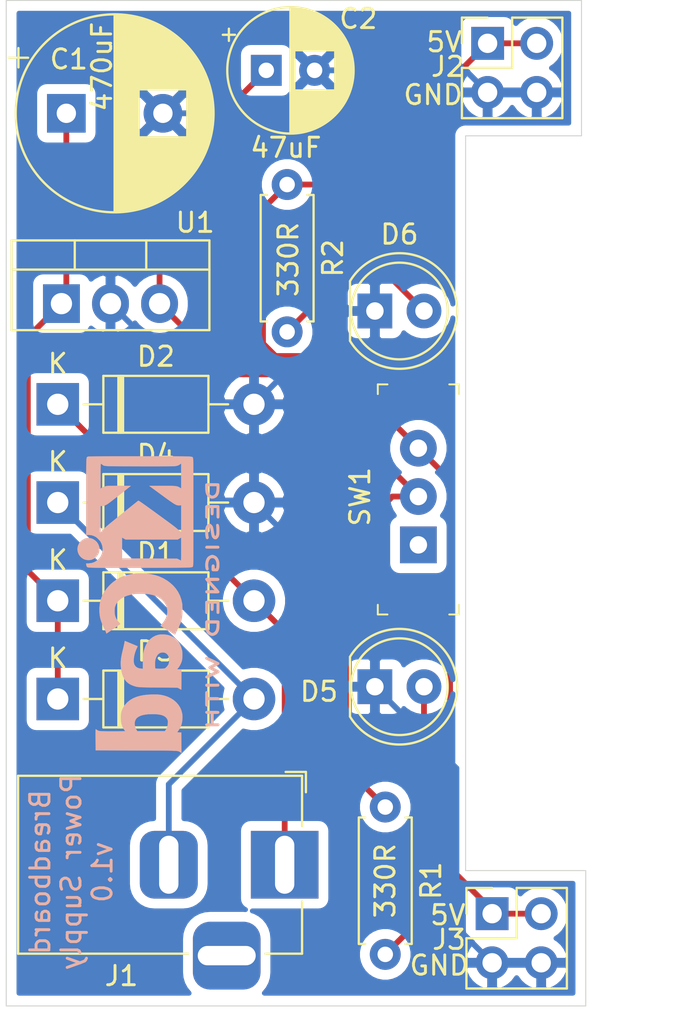
<source format=kicad_pcb>
(kicad_pcb (version 20171130) (host pcbnew "(5.1.9)-1")

  (general
    (thickness 1.6)
    (drawings 13)
    (tracks 57)
    (zones 0)
    (modules 16)
    (nets 11)
  )

  (page A4)
  (title_block
    (title "Breadboard power supply")
    (date 2021-10-20)
    (rev V1)
    (company MElectronics)
    (comment 1 "Designed by Przemysław Mordyl")
  )

  (layers
    (0 F.Cu signal)
    (31 B.Cu signal)
    (32 B.Adhes user)
    (33 F.Adhes user)
    (34 B.Paste user)
    (35 F.Paste user)
    (36 B.SilkS user)
    (37 F.SilkS user)
    (38 B.Mask user)
    (39 F.Mask user)
    (40 Dwgs.User user)
    (41 Cmts.User user)
    (42 Eco1.User user)
    (43 Eco2.User user)
    (44 Edge.Cuts user)
    (45 Margin user)
    (46 B.CrtYd user)
    (47 F.CrtYd user)
    (48 B.Fab user)
    (49 F.Fab user)
  )

  (setup
    (last_trace_width 0.3)
    (user_trace_width 0.3)
    (trace_clearance 0.2)
    (zone_clearance 0.508)
    (zone_45_only no)
    (trace_min 0.2)
    (via_size 0.8)
    (via_drill 0.4)
    (via_min_size 0.4)
    (via_min_drill 0.3)
    (user_via 1 0.6)
    (uvia_size 0.3)
    (uvia_drill 0.1)
    (uvias_allowed no)
    (uvia_min_size 0.2)
    (uvia_min_drill 0.1)
    (edge_width 0.05)
    (segment_width 0.2)
    (pcb_text_width 0.3)
    (pcb_text_size 1.5 1.5)
    (mod_edge_width 0.12)
    (mod_text_size 1 1)
    (mod_text_width 0.15)
    (pad_size 1.524 1.524)
    (pad_drill 0.762)
    (pad_to_mask_clearance 0)
    (aux_axis_origin 0 0)
    (visible_elements FFFFFF7F)
    (pcbplotparams
      (layerselection 0x010fc_ffffffff)
      (usegerberextensions false)
      (usegerberattributes true)
      (usegerberadvancedattributes true)
      (creategerberjobfile true)
      (excludeedgelayer true)
      (linewidth 0.100000)
      (plotframeref false)
      (viasonmask false)
      (mode 1)
      (useauxorigin false)
      (hpglpennumber 1)
      (hpglpenspeed 20)
      (hpglpendiameter 15.000000)
      (psnegative false)
      (psa4output false)
      (plotreference true)
      (plotvalue true)
      (plotinvisibletext false)
      (padsonsilk false)
      (subtractmaskfromsilk false)
      (outputformat 1)
      (mirror false)
      (drillshape 0)
      (scaleselection 1)
      (outputdirectory "Gerber/"))
  )

  (net 0 "")
  (net 1 /Vin)
  (net 2 /GND)
  (net 3 /Vout1)
  (net 4 "Net-(D1-Pad2)")
  (net 5 "Net-(D3-Pad2)")
  (net 6 "Net-(D5-Pad2)")
  (net 7 "Net-(D6-Pad2)")
  (net 8 "Net-(J1-Pad3)")
  (net 9 /Vout2)
  (net 10 "Net-(SW1-Pad1)")

  (net_class Default "This is the default net class."
    (clearance 0.2)
    (trace_width 0.25)
    (via_dia 0.8)
    (via_drill 0.4)
    (uvia_dia 0.3)
    (uvia_drill 0.1)
    (add_net "Net-(D1-Pad2)")
    (add_net "Net-(D3-Pad2)")
    (add_net "Net-(D5-Pad2)")
    (add_net "Net-(D6-Pad2)")
    (add_net "Net-(J1-Pad3)")
    (add_net "Net-(SW1-Pad1)")
  )

  (net_class Power ""
    (clearance 0.3)
    (trace_width 0.3)
    (via_dia 1)
    (via_drill 0.5)
    (uvia_dia 0.3)
    (uvia_drill 0.1)
    (add_net /GND)
    (add_net /Vin)
    (add_net /Vout1)
    (add_net /Vout2)
  )

  (module Symbol:KiCad-Logo2_6mm_SilkScreen (layer B.Cu) (tedit 0) (tstamp 6170F6DB)
    (at 134.9375 93.5355 270)
    (descr "KiCad Logo")
    (tags "Logo KiCad")
    (attr virtual)
    (fp_text reference LOGO1 (at 0 5.08 90) (layer F.SilkS) hide
      (effects (font (size 1 1) (thickness 0.15)))
    )
    (fp_text value KiCad-Logo2_6mm_SilkScreen (at 0 -6.35 90) (layer F.SilkS) hide
      (effects (font (size 1 1) (thickness 0.15)))
    )
    (fp_poly (pts (xy -5.955743 2.526311) (xy -5.69122 2.526275) (xy -5.568088 2.52627) (xy -3.597189 2.52627)
      (xy -3.597189 2.41009) (xy -3.584789 2.268709) (xy -3.547364 2.138316) (xy -3.484577 2.018138)
      (xy -3.396094 1.907398) (xy -3.366157 1.877489) (xy -3.258466 1.792652) (xy -3.139725 1.730779)
      (xy -3.01346 1.691841) (xy -2.883197 1.67581) (xy -2.752465 1.682658) (xy -2.624788 1.712357)
      (xy -2.503695 1.76488) (xy -2.392712 1.840197) (xy -2.342868 1.885637) (xy -2.249983 1.997048)
      (xy -2.181873 2.119565) (xy -2.139129 2.251785) (xy -2.122347 2.392308) (xy -2.122124 2.406133)
      (xy -2.121244 2.526266) (xy -2.068443 2.526268) (xy -2.021604 2.519911) (xy -1.978817 2.504444)
      (xy -1.975989 2.502846) (xy -1.966325 2.497832) (xy -1.957451 2.493927) (xy -1.949335 2.489993)
      (xy -1.941943 2.484894) (xy -1.935245 2.477492) (xy -1.929208 2.466649) (xy -1.923801 2.451228)
      (xy -1.91899 2.430091) (xy -1.914745 2.402101) (xy -1.911032 2.366121) (xy -1.907821 2.321013)
      (xy -1.905078 2.26564) (xy -1.902772 2.198863) (xy -1.900871 2.119547) (xy -1.899342 2.026553)
      (xy -1.898154 1.918743) (xy -1.897274 1.794981) (xy -1.89667 1.654129) (xy -1.896311 1.49505)
      (xy -1.896165 1.316605) (xy -1.896198 1.117658) (xy -1.89638 0.897071) (xy -1.896677 0.653707)
      (xy -1.897059 0.386428) (xy -1.897492 0.094097) (xy -1.897945 -0.224424) (xy -1.897998 -0.26323)
      (xy -1.898404 -0.583782) (xy -1.898749 -0.878012) (xy -1.899069 -1.147056) (xy -1.8994 -1.392052)
      (xy -1.899779 -1.614137) (xy -1.900243 -1.814447) (xy -1.900828 -1.994119) (xy -1.90157 -2.15429)
      (xy -1.902506 -2.296098) (xy -1.903673 -2.420679) (xy -1.905107 -2.52917) (xy -1.906844 -2.622707)
      (xy -1.908922 -2.702429) (xy -1.911376 -2.769472) (xy -1.914244 -2.824973) (xy -1.917561 -2.870068)
      (xy -1.921364 -2.905895) (xy -1.92569 -2.933591) (xy -1.930575 -2.954293) (xy -1.936055 -2.969137)
      (xy -1.942168 -2.97926) (xy -1.94895 -2.9858) (xy -1.956437 -2.989893) (xy -1.964666 -2.992676)
      (xy -1.973673 -2.995287) (xy -1.983495 -2.998862) (xy -1.985894 -2.99995) (xy -1.993435 -3.002396)
      (xy -2.006056 -3.004642) (xy -2.024859 -3.006698) (xy -2.050947 -3.008572) (xy -2.085422 -3.010271)
      (xy -2.129385 -3.011803) (xy -2.183939 -3.013177) (xy -2.250185 -3.0144) (xy -2.329226 -3.015481)
      (xy -2.422163 -3.016427) (xy -2.530099 -3.017247) (xy -2.654136 -3.017947) (xy -2.795376 -3.018538)
      (xy -2.954921 -3.019025) (xy -3.133872 -3.019419) (xy -3.333332 -3.019725) (xy -3.554404 -3.019953)
      (xy -3.798188 -3.02011) (xy -4.065787 -3.020205) (xy -4.358303 -3.020245) (xy -4.676839 -3.020238)
      (xy -4.780021 -3.020228) (xy -5.105623 -3.020176) (xy -5.404881 -3.020091) (xy -5.678909 -3.019963)
      (xy -5.928824 -3.019785) (xy -6.15574 -3.019548) (xy -6.360773 -3.019242) (xy -6.545038 -3.01886)
      (xy -6.70965 -3.018392) (xy -6.855725 -3.01783) (xy -6.984376 -3.017165) (xy -7.096721 -3.016388)
      (xy -7.193874 -3.015491) (xy -7.27695 -3.014465) (xy -7.347064 -3.013301) (xy -7.405332 -3.011991)
      (xy -7.452869 -3.010525) (xy -7.49079 -3.008896) (xy -7.52021 -3.007093) (xy -7.542245 -3.00511)
      (xy -7.55801 -3.002936) (xy -7.56862 -3.000563) (xy -7.574404 -2.998391) (xy -7.584684 -2.994056)
      (xy -7.594122 -2.990859) (xy -7.602755 -2.987665) (xy -7.610619 -2.983338) (xy -7.617748 -2.976744)
      (xy -7.624179 -2.966747) (xy -7.629947 -2.952212) (xy -7.635089 -2.932003) (xy -7.63964 -2.904985)
      (xy -7.643635 -2.870023) (xy -7.647111 -2.825981) (xy -7.650102 -2.771724) (xy -7.652646 -2.706117)
      (xy -7.654777 -2.628024) (xy -7.656532 -2.53631) (xy -7.657945 -2.42984) (xy -7.658315 -2.388973)
      (xy -7.291884 -2.388973) (xy -5.996734 -2.388973) (xy -6.021655 -2.351217) (xy -6.046447 -2.312417)
      (xy -6.06744 -2.275469) (xy -6.084935 -2.237788) (xy -6.09923 -2.196788) (xy -6.110623 -2.149883)
      (xy -6.119413 -2.094487) (xy -6.125898 -2.028016) (xy -6.130377 -1.947883) (xy -6.13315 -1.851502)
      (xy -6.134513 -1.736289) (xy -6.134767 -1.599657) (xy -6.134209 -1.43902) (xy -6.133893 -1.379382)
      (xy -6.130325 -0.740041) (xy -5.725298 -1.291449) (xy -5.610554 -1.447876) (xy -5.511143 -1.584088)
      (xy -5.42599 -1.70189) (xy -5.354022 -1.803084) (xy -5.294166 -1.889477) (xy -5.245348 -1.962874)
      (xy -5.206495 -2.025077) (xy -5.176534 -2.077893) (xy -5.154391 -2.123125) (xy -5.138993 -2.162578)
      (xy -5.129266 -2.198058) (xy -5.124137 -2.231368) (xy -5.122532 -2.264313) (xy -5.123379 -2.298697)
      (xy -5.123595 -2.303019) (xy -5.128054 -2.389031) (xy -3.708692 -2.388973) (xy -3.814265 -2.282522)
      (xy -3.842913 -2.253406) (xy -3.87009 -2.225076) (xy -3.896989 -2.195968) (xy -3.924803 -2.16452)
      (xy -3.954725 -2.129169) (xy -3.987946 -2.088354) (xy -4.025661 -2.040511) (xy -4.06906 -1.984079)
      (xy -4.119338 -1.917494) (xy -4.177688 -1.839195) (xy -4.2453 -1.747619) (xy -4.323369 -1.641204)
      (xy -4.413088 -1.518387) (xy -4.515648 -1.377605) (xy -4.632242 -1.217297) (xy -4.727809 -1.085798)
      (xy -4.847749 -0.920596) (xy -4.95238 -0.776152) (xy -5.042648 -0.651094) (xy -5.119503 -0.544052)
      (xy -5.183891 -0.453654) (xy -5.236761 -0.378529) (xy -5.27906 -0.317304) (xy -5.311736 -0.26861)
      (xy -5.335738 -0.231074) (xy -5.352013 -0.203325) (xy -5.361508 -0.183992) (xy -5.365173 -0.171703)
      (xy -5.364071 -0.165242) (xy -5.350724 -0.148048) (xy -5.321866 -0.111655) (xy -5.27924 -0.058224)
      (xy -5.224585 0.010081) (xy -5.159644 0.091097) (xy -5.086158 0.18266) (xy -5.005868 0.282608)
      (xy -4.920515 0.388776) (xy -4.83184 0.499003) (xy -4.741586 0.611124) (xy -4.691944 0.672756)
      (xy -3.459373 0.672756) (xy -3.408146 0.580081) (xy -3.356919 0.487405) (xy -3.356919 -2.203622)
      (xy -3.408146 -2.296298) (xy -3.459373 -2.388973) (xy -2.853396 -2.388973) (xy -2.708734 -2.388931)
      (xy -2.589244 -2.388741) (xy -2.492642 -2.388308) (xy -2.416642 -2.387536) (xy -2.358957 -2.38633)
      (xy -2.317301 -2.384594) (xy -2.289389 -2.382232) (xy -2.272935 -2.37915) (xy -2.265652 -2.375251)
      (xy -2.265255 -2.37044) (xy -2.269458 -2.364622) (xy -2.269501 -2.364574) (xy -2.286813 -2.339532)
      (xy -2.309736 -2.298815) (xy -2.329981 -2.258168) (xy -2.368379 -2.176162) (xy -2.376211 0.672756)
      (xy -3.459373 0.672756) (xy -4.691944 0.672756) (xy -4.651493 0.722976) (xy -4.563302 0.832396)
      (xy -4.478754 0.937222) (xy -4.399592 1.035289) (xy -4.327556 1.124434) (xy -4.264387 1.202495)
      (xy -4.211827 1.267308) (xy -4.171617 1.31671) (xy -4.148 1.345513) (xy -4.05629 1.453222)
      (xy -3.96806 1.55042) (xy -3.886403 1.633924) (xy -3.81441 1.700552) (xy -3.763319 1.741401)
      (xy -3.702907 1.784865) (xy -5.092298 1.784865) (xy -5.091908 1.703334) (xy -5.095791 1.643394)
      (xy -5.11039 1.587823) (xy -5.132988 1.535145) (xy -5.147678 1.505385) (xy -5.163472 1.475897)
      (xy -5.181814 1.444724) (xy -5.204145 1.409907) (xy -5.231909 1.36949) (xy -5.266549 1.321514)
      (xy -5.309507 1.264022) (xy -5.362227 1.195057) (xy -5.426151 1.112661) (xy -5.502721 1.014876)
      (xy -5.593381 0.899745) (xy -5.699574 0.76531) (xy -5.711568 0.750141) (xy -6.130325 0.220588)
      (xy -6.134378 0.807078) (xy -6.135195 0.982749) (xy -6.135021 1.131468) (xy -6.133849 1.253725)
      (xy -6.131669 1.350011) (xy -6.128474 1.420817) (xy -6.124256 1.466631) (xy -6.122838 1.475321)
      (xy -6.100591 1.566865) (xy -6.071443 1.649392) (xy -6.038182 1.715747) (xy -6.0182 1.74389)
      (xy -5.983722 1.784865) (xy -6.637914 1.784865) (xy -6.793969 1.784731) (xy -6.924467 1.784297)
      (xy -7.03131 1.783511) (xy -7.116398 1.782324) (xy -7.181635 1.780683) (xy -7.228921 1.778539)
      (xy -7.260157 1.775841) (xy -7.277246 1.772538) (xy -7.282088 1.768579) (xy -7.281753 1.767702)
      (xy -7.267885 1.746769) (xy -7.244732 1.713588) (xy -7.232754 1.696807) (xy -7.220369 1.68006)
      (xy -7.209237 1.665085) (xy -7.199288 1.650406) (xy -7.190451 1.634551) (xy -7.182657 1.616045)
      (xy -7.175835 1.593415) (xy -7.169916 1.565187) (xy -7.164829 1.529887) (xy -7.160504 1.486042)
      (xy -7.156871 1.432178) (xy -7.15386 1.36682) (xy -7.151401 1.288496) (xy -7.149423 1.195732)
      (xy -7.147858 1.087053) (xy -7.146634 0.960987) (xy -7.145681 0.816058) (xy -7.14493 0.650794)
      (xy -7.144311 0.463721) (xy -7.143752 0.253365) (xy -7.143185 0.018252) (xy -7.142655 -0.197741)
      (xy -7.142155 -0.438535) (xy -7.141895 -0.668274) (xy -7.141868 -0.885493) (xy -7.142067 -1.088722)
      (xy -7.142486 -1.276496) (xy -7.143118 -1.447345) (xy -7.143956 -1.599803) (xy -7.144992 -1.732403)
      (xy -7.14622 -1.843676) (xy -7.147633 -1.932156) (xy -7.149225 -1.996375) (xy -7.150987 -2.034865)
      (xy -7.151321 -2.038933) (xy -7.163466 -2.132248) (xy -7.182427 -2.20719) (xy -7.211302 -2.272594)
      (xy -7.25319 -2.337293) (xy -7.258429 -2.344352) (xy -7.291884 -2.388973) (xy -7.658315 -2.388973)
      (xy -7.659054 -2.307479) (xy -7.659893 -2.16809) (xy -7.660498 -2.010539) (xy -7.660905 -1.833691)
      (xy -7.66115 -1.63641) (xy -7.661267 -1.41756) (xy -7.661295 -1.176007) (xy -7.661267 -0.910615)
      (xy -7.66122 -0.620249) (xy -7.66119 -0.303773) (xy -7.661189 -0.240946) (xy -7.661172 0.078863)
      (xy -7.661112 0.372339) (xy -7.661002 0.64061) (xy -7.660833 0.884802) (xy -7.660597 1.106043)
      (xy -7.660284 1.30546) (xy -7.659885 1.48418) (xy -7.659393 1.643329) (xy -7.658797 1.784034)
      (xy -7.65809 1.907424) (xy -7.657263 2.014624) (xy -7.656307 2.106762) (xy -7.655213 2.184965)
      (xy -7.653973 2.250359) (xy -7.652578 2.304072) (xy -7.651018 2.347231) (xy -7.649286 2.380963)
      (xy -7.647372 2.406395) (xy -7.645268 2.424653) (xy -7.642966 2.436866) (xy -7.640455 2.444159)
      (xy -7.640363 2.444341) (xy -7.635192 2.455482) (xy -7.630885 2.465569) (xy -7.626121 2.474654)
      (xy -7.619578 2.482788) (xy -7.609935 2.490024) (xy -7.595871 2.496414) (xy -7.576063 2.502011)
      (xy -7.549191 2.506867) (xy -7.513933 2.511034) (xy -7.468968 2.514564) (xy -7.412974 2.517509)
      (xy -7.344629 2.519923) (xy -7.262614 2.521856) (xy -7.165605 2.523362) (xy -7.052282 2.524492)
      (xy -6.921323 2.525298) (xy -6.771407 2.525834) (xy -6.601213 2.526151) (xy -6.409418 2.526301)
      (xy -6.194702 2.526337) (xy -5.955743 2.526311)) (layer B.SilkS) (width 0.01))
    (fp_poly (pts (xy 0.439962 1.839501) (xy 0.588014 1.823293) (xy 0.731452 1.794282) (xy 0.87611 1.750955)
      (xy 1.027824 1.691799) (xy 1.192428 1.6153) (xy 1.222071 1.600483) (xy 1.290098 1.566969)
      (xy 1.354256 1.536792) (xy 1.408215 1.512834) (xy 1.44564 1.497976) (xy 1.451389 1.496105)
      (xy 1.506486 1.479598) (xy 1.259851 1.120799) (xy 1.199552 1.033107) (xy 1.144422 0.952988)
      (xy 1.096336 0.883164) (xy 1.057168 0.826353) (xy 1.028794 0.785277) (xy 1.013087 0.762654)
      (xy 1.010536 0.759072) (xy 1.000171 0.766562) (xy 0.97466 0.789082) (xy 0.938563 0.822539)
      (xy 0.918642 0.84145) (xy 0.805773 0.931222) (xy 0.679014 0.999439) (xy 0.569783 1.036805)
      (xy 0.504214 1.04854) (xy 0.422116 1.055692) (xy 0.333144 1.058126) (xy 0.246956 1.055712)
      (xy 0.173205 1.048317) (xy 0.143776 1.042653) (xy 0.011133 0.997018) (xy -0.108394 0.927337)
      (xy -0.214717 0.83374) (xy -0.307747 0.716351) (xy -0.387395 0.5753) (xy -0.453574 0.410714)
      (xy -0.506194 0.22272) (xy -0.537467 0.061783) (xy -0.545626 -0.009263) (xy -0.551185 -0.101046)
      (xy -0.554198 -0.206968) (xy -0.554719 -0.320434) (xy -0.5528 -0.434849) (xy -0.548497 -0.543617)
      (xy -0.541863 -0.640143) (xy -0.532951 -0.717831) (xy -0.531021 -0.729817) (xy -0.488501 -0.922892)
      (xy -0.430567 -1.093773) (xy -0.356867 -1.243224) (xy -0.267049 -1.372011) (xy -0.203293 -1.441639)
      (xy -0.088714 -1.536173) (xy 0.036942 -1.606246) (xy 0.171557 -1.651477) (xy 0.313011 -1.671484)
      (xy 0.459183 -1.665885) (xy 0.607955 -1.6343) (xy 0.695911 -1.603394) (xy 0.817629 -1.541506)
      (xy 0.94308 -1.452729) (xy 1.013353 -1.392694) (xy 1.052811 -1.357947) (xy 1.083812 -1.332454)
      (xy 1.101458 -1.32017) (xy 1.103648 -1.319795) (xy 1.111524 -1.332347) (xy 1.131932 -1.365516)
      (xy 1.163132 -1.416458) (xy 1.203386 -1.482331) (xy 1.250957 -1.560289) (xy 1.304104 -1.64749)
      (xy 1.333687 -1.696067) (xy 1.559648 -2.067215) (xy 1.277527 -2.206639) (xy 1.175522 -2.256719)
      (xy 1.092889 -2.29621) (xy 1.024578 -2.327073) (xy 0.965537 -2.351268) (xy 0.910714 -2.370758)
      (xy 0.85506 -2.387503) (xy 0.793523 -2.403465) (xy 0.73454 -2.417482) (xy 0.682115 -2.428329)
      (xy 0.627288 -2.436526) (xy 0.564572 -2.442528) (xy 0.488477 -2.44679) (xy 0.393516 -2.449767)
      (xy 0.329513 -2.451052) (xy 0.238192 -2.45193) (xy 0.150627 -2.451487) (xy 0.072612 -2.449852)
      (xy 0.009942 -2.447149) (xy -0.031587 -2.443505) (xy -0.034048 -2.443142) (xy -0.249697 -2.396487)
      (xy -0.452207 -2.325729) (xy -0.641505 -2.230914) (xy -0.817521 -2.112089) (xy -0.980184 -1.9693)
      (xy -1.129422 -1.802594) (xy -1.237504 -1.654433) (xy -1.352566 -1.460502) (xy -1.445577 -1.255699)
      (xy -1.516987 -1.038383) (xy -1.567244 -0.806912) (xy -1.596799 -0.559643) (xy -1.606111 -0.308559)
      (xy -1.598452 -0.06567) (xy -1.574387 0.15843) (xy -1.533148 0.367523) (xy -1.473973 0.565387)
      (xy -1.396096 0.755804) (xy -1.386797 0.775532) (xy -1.284352 0.959941) (xy -1.158528 1.135424)
      (xy -1.012888 1.29835) (xy -0.850999 1.445086) (xy -0.676424 1.571999) (xy -0.513756 1.665095)
      (xy -0.349427 1.738009) (xy -0.184749 1.790826) (xy -0.013348 1.824985) (xy 0.171153 1.841922)
      (xy 0.281459 1.84442) (xy 0.439962 1.839501)) (layer B.SilkS) (width 0.01))
    (fp_poly (pts (xy 3.167505 0.735771) (xy 3.235531 0.730622) (xy 3.430163 0.704727) (xy 3.602529 0.663425)
      (xy 3.75347 0.606147) (xy 3.883825 0.532326) (xy 3.994434 0.441392) (xy 4.086135 0.332778)
      (xy 4.15977 0.205915) (xy 4.213539 0.068648) (xy 4.227187 0.024863) (xy 4.239073 -0.016141)
      (xy 4.249334 -0.056569) (xy 4.258113 -0.09863) (xy 4.265548 -0.144531) (xy 4.27178 -0.19648)
      (xy 4.27695 -0.256685) (xy 4.281196 -0.327352) (xy 4.28466 -0.410689) (xy 4.287481 -0.508905)
      (xy 4.2898 -0.624205) (xy 4.291757 -0.758799) (xy 4.293491 -0.914893) (xy 4.295143 -1.094695)
      (xy 4.296324 -1.235676) (xy 4.30427 -2.203622) (xy 4.355756 -2.29677) (xy 4.380137 -2.341645)
      (xy 4.39828 -2.376501) (xy 4.406935 -2.395054) (xy 4.407243 -2.396311) (xy 4.394014 -2.397749)
      (xy 4.356326 -2.399074) (xy 4.297183 -2.400249) (xy 4.219586 -2.401237) (xy 4.126536 -2.401999)
      (xy 4.021035 -2.4025) (xy 3.906084 -2.402701) (xy 3.892378 -2.402703) (xy 3.377513 -2.402703)
      (xy 3.377513 -2.286) (xy 3.376635 -2.23326) (xy 3.374292 -2.192926) (xy 3.370921 -2.1713)
      (xy 3.369431 -2.169298) (xy 3.355804 -2.177683) (xy 3.327757 -2.199692) (xy 3.291303 -2.230601)
      (xy 3.290485 -2.231316) (xy 3.223962 -2.280843) (xy 3.139948 -2.330575) (xy 3.047937 -2.375626)
      (xy 2.957421 -2.41111) (xy 2.917567 -2.423236) (xy 2.838255 -2.438637) (xy 2.740935 -2.448465)
      (xy 2.634516 -2.45258) (xy 2.527907 -2.450841) (xy 2.430017 -2.443108) (xy 2.361513 -2.431981)
      (xy 2.19352 -2.382648) (xy 2.042281 -2.312342) (xy 1.908782 -2.221933) (xy 1.794006 -2.112295)
      (xy 1.698937 -1.984299) (xy 1.62456 -1.838818) (xy 1.592474 -1.750541) (xy 1.572365 -1.664739)
      (xy 1.559038 -1.561736) (xy 1.552872 -1.451034) (xy 1.553074 -1.434925) (xy 2.481648 -1.434925)
      (xy 2.489348 -1.517184) (xy 2.514989 -1.585546) (xy 2.562378 -1.64897) (xy 2.580579 -1.667567)
      (xy 2.645282 -1.717846) (xy 2.720066 -1.750056) (xy 2.809662 -1.765648) (xy 2.904012 -1.766796)
      (xy 2.993501 -1.759216) (xy 3.062018 -1.744389) (xy 3.091775 -1.733253) (xy 3.145408 -1.702904)
      (xy 3.202235 -1.660221) (xy 3.254082 -1.612317) (xy 3.292778 -1.566301) (xy 3.303054 -1.549421)
      (xy 3.311042 -1.525782) (xy 3.316721 -1.488168) (xy 3.320356 -1.432985) (xy 3.322211 -1.35664)
      (xy 3.322594 -1.283981) (xy 3.322335 -1.19927) (xy 3.321287 -1.138018) (xy 3.319045 -1.096227)
      (xy 3.315206 -1.069899) (xy 3.309365 -1.055035) (xy 3.301118 -1.047639) (xy 3.298567 -1.046461)
      (xy 3.2764 -1.042833) (xy 3.23268 -1.039866) (xy 3.173311 -1.037827) (xy 3.104196 -1.036983)
      (xy 3.089189 -1.036982) (xy 2.996805 -1.038457) (xy 2.925432 -1.042842) (xy 2.868719 -1.050738)
      (xy 2.821872 -1.06227) (xy 2.705669 -1.106215) (xy 2.614543 -1.160243) (xy 2.547705 -1.225219)
      (xy 2.504365 -1.302005) (xy 2.483734 -1.391467) (xy 2.481648 -1.434925) (xy 1.553074 -1.434925)
      (xy 1.554244 -1.342133) (xy 1.563532 -1.244536) (xy 1.570777 -1.205105) (xy 1.617039 -1.058701)
      (xy 1.687384 -0.923995) (xy 1.780484 -0.80228) (xy 1.895012 -0.694847) (xy 2.02964 -0.602988)
      (xy 2.18304 -0.527996) (xy 2.313459 -0.482458) (xy 2.400623 -0.458533) (xy 2.483996 -0.439943)
      (xy 2.568976 -0.426084) (xy 2.660965 -0.416351) (xy 2.765362 -0.410141) (xy 2.887568 -0.406851)
      (xy 2.998055 -0.405924) (xy 3.325677 -0.405027) (xy 3.319401 -0.306547) (xy 3.301579 -0.199695)
      (xy 3.263667 -0.107852) (xy 3.20728 -0.03331) (xy 3.134031 0.021636) (xy 3.069535 0.048448)
      (xy 2.977123 0.065346) (xy 2.867111 0.067773) (xy 2.744656 0.056622) (xy 2.614914 0.03279)
      (xy 2.483042 -0.00283) (xy 2.354198 -0.049343) (xy 2.260566 -0.091883) (xy 2.215517 -0.113728)
      (xy 2.181156 -0.128984) (xy 2.163681 -0.134937) (xy 2.162733 -0.134746) (xy 2.156703 -0.121412)
      (xy 2.141645 -0.086068) (xy 2.118977 -0.032101) (xy 2.090115 0.037104) (xy 2.056477 0.11816)
      (xy 2.022284 0.200882) (xy 1.885586 0.532197) (xy 1.98282 0.548167) (xy 2.024964 0.55618)
      (xy 2.088319 0.569639) (xy 2.167457 0.587321) (xy 2.256951 0.608004) (xy 2.351373 0.630468)
      (xy 2.388973 0.639597) (xy 2.551637 0.677326) (xy 2.69405 0.705612) (xy 2.821527 0.725028)
      (xy 2.939384 0.736146) (xy 3.052938 0.739536) (xy 3.167505 0.735771)) (layer B.SilkS) (width 0.01))
    (fp_poly (pts (xy 6.84227 2.043175) (xy 6.959041 2.042696) (xy 6.998729 2.042455) (xy 7.544486 2.038865)
      (xy 7.551351 -0.054919) (xy 7.552258 -0.338842) (xy 7.553062 -0.59664) (xy 7.553815 -0.829646)
      (xy 7.554569 -1.039194) (xy 7.555375 -1.226618) (xy 7.556285 -1.39325) (xy 7.557351 -1.540425)
      (xy 7.558624 -1.669477) (xy 7.560156 -1.781739) (xy 7.561998 -1.878544) (xy 7.564203 -1.961226)
      (xy 7.566822 -2.031119) (xy 7.569906 -2.089557) (xy 7.573508 -2.137872) (xy 7.577678 -2.1774)
      (xy 7.582469 -2.209473) (xy 7.587931 -2.235424) (xy 7.594118 -2.256589) (xy 7.60108 -2.274299)
      (xy 7.608869 -2.289889) (xy 7.617537 -2.304693) (xy 7.627135 -2.320044) (xy 7.637715 -2.337276)
      (xy 7.639884 -2.340946) (xy 7.676268 -2.403031) (xy 7.150431 -2.399434) (xy 6.624594 -2.395838)
      (xy 6.617729 -2.280331) (xy 6.613992 -2.224899) (xy 6.610097 -2.192851) (xy 6.604811 -2.180135)
      (xy 6.596903 -2.182696) (xy 6.59027 -2.190024) (xy 6.561374 -2.216714) (xy 6.514279 -2.251021)
      (xy 6.45562 -2.288846) (xy 6.392031 -2.32609) (xy 6.330149 -2.358653) (xy 6.282634 -2.380077)
      (xy 6.171316 -2.415283) (xy 6.043596 -2.440222) (xy 5.908901 -2.453941) (xy 5.776663 -2.455486)
      (xy 5.656308 -2.443906) (xy 5.654326 -2.443574) (xy 5.489641 -2.40225) (xy 5.335479 -2.336412)
      (xy 5.193328 -2.247474) (xy 5.064675 -2.136852) (xy 4.951007 -2.005961) (xy 4.85381 -1.856216)
      (xy 4.774572 -1.689033) (xy 4.73143 -1.56519) (xy 4.702979 -1.461581) (xy 4.68188 -1.361252)
      (xy 4.667488 -1.258109) (xy 4.659158 -1.146057) (xy 4.656245 -1.019001) (xy 4.657535 -0.915252)
      (xy 5.67065 -0.915252) (xy 5.675444 -1.089222) (xy 5.690568 -1.238895) (xy 5.716485 -1.365597)
      (xy 5.753663 -1.470658) (xy 5.802565 -1.555406) (xy 5.863658 -1.621169) (xy 5.934177 -1.667659)
      (xy 5.970871 -1.685014) (xy 6.002696 -1.695419) (xy 6.038177 -1.700179) (xy 6.085841 -1.700601)
      (xy 6.137189 -1.698748) (xy 6.238169 -1.689841) (xy 6.318035 -1.672398) (xy 6.343135 -1.663661)
      (xy 6.400448 -1.637857) (xy 6.460897 -1.605453) (xy 6.487297 -1.589233) (xy 6.555946 -1.544205)
      (xy 6.555946 -0.116982) (xy 6.480432 -0.071718) (xy 6.375121 -0.020572) (xy 6.267525 0.009676)
      (xy 6.161581 0.019205) (xy 6.061224 0.008193) (xy 5.970387 -0.023181) (xy 5.893007 -0.07474)
      (xy 5.868039 -0.099488) (xy 5.807856 -0.180577) (xy 5.759145 -0.278734) (xy 5.721499 -0.395643)
      (xy 5.694512 -0.532985) (xy 5.677775 -0.692444) (xy 5.670883 -0.8757) (xy 5.67065 -0.915252)
      (xy 4.657535 -0.915252) (xy 4.658073 -0.872067) (xy 4.669647 -0.646053) (xy 4.69292 -0.442192)
      (xy 4.728504 -0.257513) (xy 4.777013 -0.089048) (xy 4.83906 0.066174) (xy 4.861201 0.112192)
      (xy 4.950385 0.262261) (xy 5.058159 0.395623) (xy 5.18199 0.510123) (xy 5.319342 0.603611)
      (xy 5.467683 0.673932) (xy 5.556604 0.70294) (xy 5.643933 0.72016) (xy 5.749011 0.730406)
      (xy 5.863029 0.733682) (xy 5.977177 0.729991) (xy 6.082648 0.71934) (xy 6.167334 0.70263)
      (xy 6.268128 0.66986) (xy 6.365822 0.627721) (xy 6.451296 0.580481) (xy 6.496789 0.548419)
      (xy 6.528169 0.524578) (xy 6.550142 0.510061) (xy 6.555141 0.508) (xy 6.55669 0.521282)
      (xy 6.558135 0.559337) (xy 6.559443 0.619481) (xy 6.560583 0.699027) (xy 6.561521 0.795289)
      (xy 6.562226 0.905581) (xy 6.562667 1.027219) (xy 6.562811 1.151115) (xy 6.56273 1.309804)
      (xy 6.562335 1.443592) (xy 6.561395 1.55504) (xy 6.55968 1.646705) (xy 6.556957 1.721147)
      (xy 6.552997 1.780925) (xy 6.547569 1.828598) (xy 6.540441 1.866726) (xy 6.531384 1.897866)
      (xy 6.520167 1.924579) (xy 6.506558 1.949423) (xy 6.490328 1.974957) (xy 6.48824 1.978119)
      (xy 6.467306 2.01119) (xy 6.454667 2.033931) (xy 6.452973 2.038728) (xy 6.466216 2.040241)
      (xy 6.504002 2.041472) (xy 6.563416 2.042401) (xy 6.641542 2.043008) (xy 6.735465 2.043273)
      (xy 6.84227 2.043175)) (layer B.SilkS) (width 0.01))
    (fp_poly (pts (xy -2.726079 2.96351) (xy -2.622973 2.927762) (xy -2.526978 2.871493) (xy -2.441247 2.794712)
      (xy -2.36893 2.697427) (xy -2.336445 2.636108) (xy -2.308332 2.55034) (xy -2.294705 2.451323)
      (xy -2.296214 2.349529) (xy -2.312969 2.257286) (xy -2.358763 2.144568) (xy -2.425168 2.046793)
      (xy -2.508809 1.965885) (xy -2.606312 1.903768) (xy -2.7143 1.862366) (xy -2.829399 1.843603)
      (xy -2.948234 1.849402) (xy -3.006811 1.861794) (xy -3.120972 1.906203) (xy -3.222365 1.973967)
      (xy -3.308545 2.062999) (xy -3.377066 2.171209) (xy -3.382864 2.183027) (xy -3.402904 2.227372)
      (xy -3.415487 2.26472) (xy -3.422319 2.30412) (xy -3.425105 2.354619) (xy -3.425568 2.409567)
      (xy -3.424803 2.475585) (xy -3.421352 2.523311) (xy -3.413477 2.561897) (xy -3.399443 2.600494)
      (xy -3.38212 2.638574) (xy -3.317505 2.746672) (xy -3.237934 2.834197) (xy -3.14656 2.901159)
      (xy -3.046536 2.947564) (xy -2.941012 2.973419) (xy -2.833142 2.978732) (xy -2.726079 2.96351)) (layer B.SilkS) (width 0.01))
    (fp_poly (pts (xy 6.240531 -3.640725) (xy 6.27191 -3.662968) (xy 6.299619 -3.690677) (xy 6.299619 -4.000112)
      (xy 6.299546 -4.091991) (xy 6.299203 -4.164032) (xy 6.2984 -4.218972) (xy 6.296949 -4.259552)
      (xy 6.29466 -4.288509) (xy 6.291344 -4.308583) (xy 6.286813 -4.322513) (xy 6.280877 -4.333037)
      (xy 6.276222 -4.339292) (xy 6.245491 -4.363865) (xy 6.210204 -4.366533) (xy 6.177953 -4.351463)
      (xy 6.167296 -4.342566) (xy 6.160172 -4.330749) (xy 6.155875 -4.311718) (xy 6.153699 -4.281184)
      (xy 6.152936 -4.234854) (xy 6.152863 -4.199063) (xy 6.152863 -4.064237) (xy 5.656152 -4.064237)
      (xy 5.656152 -4.186892) (xy 5.655639 -4.242979) (xy 5.653584 -4.281525) (xy 5.649216 -4.307553)
      (xy 5.641764 -4.326089) (xy 5.632755 -4.339292) (xy 5.601852 -4.363796) (xy 5.566904 -4.366698)
      (xy 5.533446 -4.349281) (xy 5.524312 -4.340151) (xy 5.51786 -4.328047) (xy 5.513605 -4.309193)
      (xy 5.51106 -4.279812) (xy 5.509737 -4.236129) (xy 5.509151 -4.174367) (xy 5.509083 -4.160192)
      (xy 5.508599 -4.043823) (xy 5.508349 -3.947919) (xy 5.508431 -3.870369) (xy 5.508939 -3.809061)
      (xy 5.50997 -3.761882) (xy 5.511621 -3.726722) (xy 5.513987 -3.701468) (xy 5.517165 -3.684009)
      (xy 5.521252 -3.672233) (xy 5.526342 -3.664027) (xy 5.531974 -3.657837) (xy 5.563836 -3.638036)
      (xy 5.597065 -3.640725) (xy 5.628443 -3.662968) (xy 5.641141 -3.677318) (xy 5.649234 -3.69317)
      (xy 5.65375 -3.715746) (xy 5.655714 -3.75027) (xy 5.656152 -3.801968) (xy 5.656152 -3.917481)
      (xy 6.152863 -3.917481) (xy 6.152863 -3.798948) (xy 6.15337 -3.74434) (xy 6.155406 -3.707467)
      (xy 6.159743 -3.683499) (xy 6.167155 -3.667607) (xy 6.175441 -3.657837) (xy 6.207302 -3.638036)
      (xy 6.240531 -3.640725)) (layer B.SilkS) (width 0.01))
    (fp_poly (pts (xy 4.974773 -3.635355) (xy 5.05348 -3.635734) (xy 5.114571 -3.636525) (xy 5.160525 -3.637862)
      (xy 5.193822 -3.639875) (xy 5.216944 -3.642698) (xy 5.23237 -3.646461) (xy 5.242579 -3.651297)
      (xy 5.247521 -3.655014) (xy 5.273165 -3.68755) (xy 5.276267 -3.72133) (xy 5.260419 -3.752018)
      (xy 5.250056 -3.764281) (xy 5.238904 -3.772642) (xy 5.222743 -3.777849) (xy 5.19735 -3.780649)
      (xy 5.158506 -3.781788) (xy 5.101988 -3.782013) (xy 5.090888 -3.782014) (xy 4.944952 -3.782014)
      (xy 4.944952 -4.052948) (xy 4.944856 -4.138346) (xy 4.944419 -4.204056) (xy 4.94342 -4.252966)
      (xy 4.941636 -4.287965) (xy 4.938845 -4.311941) (xy 4.934825 -4.327785) (xy 4.929353 -4.338383)
      (xy 4.922374 -4.346459) (xy 4.889442 -4.366304) (xy 4.855062 -4.36474) (xy 4.823884 -4.342098)
      (xy 4.821594 -4.339292) (xy 4.814137 -4.328684) (xy 4.808455 -4.316273) (xy 4.804309 -4.299042)
      (xy 4.801458 -4.273976) (xy 4.799662 -4.238059) (xy 4.79868 -4.188275) (xy 4.798272 -4.121609)
      (xy 4.798197 -4.045781) (xy 4.798197 -3.782014) (xy 4.658835 -3.782014) (xy 4.59903 -3.78161)
      (xy 4.557626 -3.780032) (xy 4.530456 -3.776739) (xy 4.513354 -3.771184) (xy 4.502151 -3.762823)
      (xy 4.500791 -3.76137) (xy 4.484433 -3.728131) (xy 4.48588 -3.690554) (xy 4.504686 -3.657837)
      (xy 4.511958 -3.65149) (xy 4.521335 -3.646458) (xy 4.535317 -3.642588) (xy 4.556404 -3.639729)
      (xy 4.587097 -3.637727) (xy 4.629897 -3.636431) (xy 4.687303 -3.63569) (xy 4.761818 -3.63535)
      (xy 4.855941 -3.63526) (xy 4.875968 -3.635259) (xy 4.974773 -3.635355)) (layer B.SilkS) (width 0.01))
    (fp_poly (pts (xy 4.200322 -3.642069) (xy 4.224035 -3.656839) (xy 4.250686 -3.678419) (xy 4.250686 -3.999965)
      (xy 4.250601 -4.094022) (xy 4.250237 -4.168124) (xy 4.249432 -4.224896) (xy 4.248021 -4.26696)
      (xy 4.245841 -4.29694) (xy 4.242729 -4.317459) (xy 4.238522 -4.331141) (xy 4.233056 -4.340608)
      (xy 4.22918 -4.345274) (xy 4.197742 -4.365767) (xy 4.161941 -4.364931) (xy 4.130581 -4.347456)
      (xy 4.10393 -4.325876) (xy 4.10393 -3.678419) (xy 4.130581 -3.656839) (xy 4.156302 -3.641141)
      (xy 4.177308 -3.635259) (xy 4.200322 -3.642069)) (layer B.SilkS) (width 0.01))
    (fp_poly (pts (xy 3.756373 -3.637226) (xy 3.775963 -3.644227) (xy 3.776718 -3.644569) (xy 3.803321 -3.66487)
      (xy 3.817978 -3.685753) (xy 3.820846 -3.695544) (xy 3.820704 -3.708553) (xy 3.816669 -3.727087)
      (xy 3.807854 -3.753449) (xy 3.793377 -3.789944) (xy 3.772353 -3.838879) (xy 3.743896 -3.902557)
      (xy 3.707123 -3.983285) (xy 3.686883 -4.027408) (xy 3.650333 -4.106177) (xy 3.616023 -4.178615)
      (xy 3.58526 -4.242072) (xy 3.559356 -4.2939) (xy 3.539618 -4.331451) (xy 3.527358 -4.352076)
      (xy 3.524932 -4.354925) (xy 3.493891 -4.367494) (xy 3.458829 -4.365811) (xy 3.430708 -4.350524)
      (xy 3.429562 -4.349281) (xy 3.418376 -4.332346) (xy 3.399612 -4.299362) (xy 3.375583 -4.254572)
      (xy 3.348605 -4.202224) (xy 3.338909 -4.182934) (xy 3.265722 -4.036342) (xy 3.185948 -4.195585)
      (xy 3.157475 -4.250607) (xy 3.131058 -4.298324) (xy 3.108856 -4.335085) (xy 3.093027 -4.357236)
      (xy 3.087662 -4.361933) (xy 3.045965 -4.368294) (xy 3.011557 -4.354925) (xy 3.001436 -4.340638)
      (xy 2.983922 -4.308884) (xy 2.960443 -4.262789) (xy 2.932428 -4.205477) (xy 2.901307 -4.140072)
      (xy 2.868507 -4.069699) (xy 2.835458 -3.997483) (xy 2.803589 -3.926547) (xy 2.774327 -3.860017)
      (xy 2.749103 -3.801018) (xy 2.729344 -3.752673) (xy 2.71648 -3.718107) (xy 2.711939 -3.700445)
      (xy 2.711985 -3.699805) (xy 2.723034 -3.67758) (xy 2.745118 -3.654945) (xy 2.746418 -3.65396)
      (xy 2.773561 -3.638617) (xy 2.798666 -3.638766) (xy 2.808076 -3.641658) (xy 2.819542 -3.64791)
      (xy 2.831718 -3.660206) (xy 2.846065 -3.6811) (xy 2.864044 -3.713141) (xy 2.887115 -3.75888)
      (xy 2.916738 -3.820869) (xy 2.943453 -3.87809) (xy 2.974188 -3.944418) (xy 3.001729 -4.004066)
      (xy 3.024646 -4.053917) (xy 3.041506 -4.090856) (xy 3.050881 -4.111765) (xy 3.052248 -4.115037)
      (xy 3.058397 -4.109689) (xy 3.07253 -4.087301) (xy 3.092765 -4.051138) (xy 3.117223 -4.004469)
      (xy 3.126956 -3.985214) (xy 3.159925 -3.920196) (xy 3.185351 -3.872846) (xy 3.20532 -3.840411)
      (xy 3.221918 -3.820138) (xy 3.237232 -3.809274) (xy 3.253348 -3.805067) (xy 3.263851 -3.804592)
      (xy 3.282378 -3.806234) (xy 3.298612 -3.813023) (xy 3.314743 -3.827758) (xy 3.332959 -3.853236)
      (xy 3.355447 -3.892253) (xy 3.384397 -3.947606) (xy 3.40037 -3.979095) (xy 3.426278 -4.029279)
      (xy 3.448875 -4.070896) (xy 3.466166 -4.100434) (xy 3.476158 -4.114381) (xy 3.477517 -4.114962)
      (xy 3.483969 -4.103985) (xy 3.498416 -4.075482) (xy 3.519411 -4.032436) (xy 3.545505 -3.97783)
      (xy 3.575254 -3.914646) (xy 3.589888 -3.883263) (xy 3.627958 -3.80227) (xy 3.658613 -3.739948)
      (xy 3.683445 -3.694263) (xy 3.704045 -3.663181) (xy 3.722006 -3.64467) (xy 3.738918 -3.636696)
      (xy 3.756373 -3.637226)) (layer B.SilkS) (width 0.01))
    (fp_poly (pts (xy 1.030017 -3.635467) (xy 1.158996 -3.639828) (xy 1.268699 -3.653053) (xy 1.360934 -3.675933)
      (xy 1.43751 -3.709262) (xy 1.500235 -3.75383) (xy 1.55092 -3.810428) (xy 1.591371 -3.87985)
      (xy 1.592167 -3.881543) (xy 1.616309 -3.943675) (xy 1.624911 -3.998701) (xy 1.617939 -4.054079)
      (xy 1.595362 -4.117265) (xy 1.59108 -4.126881) (xy 1.56188 -4.183158) (xy 1.529064 -4.226643)
      (xy 1.48671 -4.263609) (xy 1.428898 -4.300327) (xy 1.425539 -4.302244) (xy 1.375212 -4.326419)
      (xy 1.318329 -4.344474) (xy 1.251235 -4.357031) (xy 1.170273 -4.364714) (xy 1.07179 -4.368145)
      (xy 1.036994 -4.368443) (xy 0.871302 -4.369037) (xy 0.847905 -4.339292) (xy 0.840965 -4.329511)
      (xy 0.83555 -4.318089) (xy 0.831473 -4.302287) (xy 0.828545 -4.279367) (xy 0.826575 -4.246588)
      (xy 0.825933 -4.222281) (xy 0.982552 -4.222281) (xy 1.076434 -4.222281) (xy 1.131372 -4.220675)
      (xy 1.187768 -4.216447) (xy 1.234053 -4.210484) (xy 1.236847 -4.209982) (xy 1.319056 -4.187928)
      (xy 1.382822 -4.154792) (xy 1.43016 -4.109039) (xy 1.46309 -4.049131) (xy 1.468816 -4.033253)
      (xy 1.474429 -4.008525) (xy 1.471999 -3.984094) (xy 1.460175 -3.951592) (xy 1.453048 -3.935626)
      (xy 1.429708 -3.893198) (xy 1.401588 -3.863432) (xy 1.370648 -3.842703) (xy 1.308674 -3.815729)
      (xy 1.229359 -3.79619) (xy 1.136961 -3.784938) (xy 1.070041 -3.782462) (xy 0.982552 -3.782014)
      (xy 0.982552 -4.222281) (xy 0.825933 -4.222281) (xy 0.825376 -4.201213) (xy 0.824758 -4.140503)
      (xy 0.824533 -4.061718) (xy 0.824508 -4.000112) (xy 0.824508 -3.690677) (xy 0.852217 -3.662968)
      (xy 0.864514 -3.651736) (xy 0.877811 -3.644045) (xy 0.89638 -3.639232) (xy 0.924494 -3.636638)
      (xy 0.966425 -3.635602) (xy 1.026445 -3.635462) (xy 1.030017 -3.635467)) (layer B.SilkS) (width 0.01))
    (fp_poly (pts (xy 0.242051 -3.635452) (xy 0.318409 -3.636366) (xy 0.376925 -3.638503) (xy 0.419963 -3.642367)
      (xy 0.449891 -3.648459) (xy 0.469076 -3.657282) (xy 0.479884 -3.669338) (xy 0.484681 -3.685131)
      (xy 0.485835 -3.705162) (xy 0.485841 -3.707527) (xy 0.484839 -3.730184) (xy 0.480104 -3.747695)
      (xy 0.469041 -3.760766) (xy 0.449056 -3.770105) (xy 0.417554 -3.776419) (xy 0.37194 -3.780414)
      (xy 0.309621 -3.782798) (xy 0.228001 -3.784278) (xy 0.202985 -3.784606) (xy -0.039092 -3.787659)
      (xy -0.042478 -3.85257) (xy -0.045863 -3.917481) (xy 0.122284 -3.917481) (xy 0.187974 -3.917723)
      (xy 0.23488 -3.918748) (xy 0.266791 -3.921003) (xy 0.287499 -3.924934) (xy 0.300792 -3.93099)
      (xy 0.310463 -3.939616) (xy 0.310525 -3.939685) (xy 0.328064 -3.973304) (xy 0.32743 -4.00964)
      (xy 0.309022 -4.040615) (xy 0.305379 -4.043799) (xy 0.292449 -4.052004) (xy 0.274732 -4.057713)
      (xy 0.248278 -4.061354) (xy 0.20914 -4.063359) (xy 0.15337 -4.064156) (xy 0.117702 -4.064237)
      (xy -0.044737 -4.064237) (xy -0.044737 -4.222281) (xy 0.201869 -4.222281) (xy 0.283288 -4.222423)
      (xy 0.345118 -4.223006) (xy 0.390345 -4.22426) (xy 0.421956 -4.226419) (xy 0.442939 -4.229715)
      (xy 0.456281 -4.234381) (xy 0.464969 -4.240649) (xy 0.467158 -4.242925) (xy 0.483322 -4.274472)
      (xy 0.484505 -4.31036) (xy 0.471244 -4.341477) (xy 0.460751 -4.351463) (xy 0.449837 -4.356961)
      (xy 0.432925 -4.361214) (xy 0.407341 -4.364372) (xy 0.370409 -4.366584) (xy 0.319454 -4.367998)
      (xy 0.251802 -4.368764) (xy 0.164777 -4.36903) (xy 0.145102 -4.369037) (xy 0.056619 -4.368979)
      (xy -0.012065 -4.368659) (xy -0.063728 -4.367859) (xy -0.101147 -4.366359) (xy -0.127102 -4.363941)
      (xy -0.14437 -4.360386) (xy -0.15573 -4.355474) (xy -0.16396 -4.348987) (xy -0.168475 -4.34433)
      (xy -0.175271 -4.336081) (xy -0.18058 -4.325861) (xy -0.184586 -4.310992) (xy -0.187471 -4.288794)
      (xy -0.189418 -4.256585) (xy -0.190611 -4.211688) (xy -0.191231 -4.15142) (xy -0.191463 -4.073103)
      (xy -0.191492 -4.007186) (xy -0.191421 -3.91482) (xy -0.191084 -3.842309) (xy -0.190294 -3.786929)
      (xy -0.188866 -3.745957) (xy -0.186613 -3.71667) (xy -0.183349 -3.696345) (xy -0.178888 -3.682258)
      (xy -0.173044 -3.671687) (xy -0.168095 -3.665003) (xy -0.144698 -3.635259) (xy 0.145482 -3.635259)
      (xy 0.242051 -3.635452)) (layer B.SilkS) (width 0.01))
    (fp_poly (pts (xy -1.288406 -3.63964) (xy -1.26484 -3.653465) (xy -1.234027 -3.676073) (xy -1.19437 -3.70853)
      (xy -1.144272 -3.7519) (xy -1.082135 -3.80725) (xy -1.006364 -3.875643) (xy -0.919626 -3.954276)
      (xy -0.739003 -4.11807) (xy -0.733359 -3.898221) (xy -0.731321 -3.822543) (xy -0.729355 -3.766186)
      (xy -0.727026 -3.725898) (xy -0.723898 -3.698427) (xy -0.719537 -3.680521) (xy -0.713508 -3.668929)
      (xy -0.705376 -3.6604) (xy -0.701064 -3.656815) (xy -0.666533 -3.637862) (xy -0.633675 -3.640633)
      (xy -0.60761 -3.656825) (xy -0.580959 -3.678391) (xy -0.577644 -3.993343) (xy -0.576727 -4.085971)
      (xy -0.57626 -4.158736) (xy -0.576405 -4.214353) (xy -0.577324 -4.255534) (xy -0.579179 -4.284995)
      (xy -0.582131 -4.305447) (xy -0.586342 -4.319605) (xy -0.591974 -4.330183) (xy -0.598219 -4.338666)
      (xy -0.611731 -4.354399) (xy -0.625175 -4.364828) (xy -0.640416 -4.368831) (xy -0.659318 -4.365286)
      (xy -0.683747 -4.353071) (xy -0.715565 -4.331063) (xy -0.75664 -4.298141) (xy -0.808834 -4.253183)
      (xy -0.874014 -4.195067) (xy -0.947848 -4.128291) (xy -1.213137 -3.88765) (xy -1.218781 -4.106781)
      (xy -1.220823 -4.18232) (xy -1.222794 -4.238546) (xy -1.225131 -4.278716) (xy -1.228273 -4.306088)
      (xy -1.232656 -4.32392) (xy -1.238716 -4.335471) (xy -1.246892 -4.343999) (xy -1.251076 -4.347474)
      (xy -1.288057 -4.366564) (xy -1.323 -4.363685) (xy -1.353428 -4.339292) (xy -1.360389 -4.329478)
      (xy -1.365815 -4.318018) (xy -1.369895 -4.30216) (xy -1.372821 -4.279155) (xy -1.374784 -4.246254)
      (xy -1.375975 -4.200708) (xy -1.376584 -4.139765) (xy -1.376803 -4.060678) (xy -1.376826 -4.002148)
      (xy -1.376752 -3.910599) (xy -1.376405 -3.838879) (xy -1.375593 -3.784237) (xy -1.374125 -3.743924)
      (xy -1.371811 -3.71519) (xy -1.368459 -3.695285) (xy -1.36388 -3.68146) (xy -1.357881 -3.670964)
      (xy -1.353428 -3.665003) (xy -1.342142 -3.650883) (xy -1.331593 -3.640221) (xy -1.320185 -3.634084)
      (xy -1.306322 -3.633535) (xy -1.288406 -3.63964)) (layer B.SilkS) (width 0.01))
    (fp_poly (pts (xy -1.938373 -3.640791) (xy -1.869857 -3.652287) (xy -1.817235 -3.670159) (xy -1.783 -3.693691)
      (xy -1.773671 -3.707116) (xy -1.764185 -3.73834) (xy -1.770569 -3.766587) (xy -1.790722 -3.793374)
      (xy -1.822037 -3.805905) (xy -1.867475 -3.804888) (xy -1.902618 -3.798098) (xy -1.980711 -3.785163)
      (xy -2.060518 -3.783934) (xy -2.149847 -3.794433) (xy -2.174521 -3.798882) (xy -2.257583 -3.8223)
      (xy -2.322565 -3.857137) (xy -2.368753 -3.902796) (xy -2.395437 -3.958686) (xy -2.400955 -3.98758)
      (xy -2.397343 -4.046204) (xy -2.374021 -4.098071) (xy -2.333116 -4.14217) (xy -2.276751 -4.177491)
      (xy -2.207052 -4.203021) (xy -2.126144 -4.217751) (xy -2.036152 -4.22067) (xy -1.939202 -4.210767)
      (xy -1.933728 -4.209833) (xy -1.895167 -4.202651) (xy -1.873786 -4.195713) (xy -1.864519 -4.185419)
      (xy -1.862298 -4.168168) (xy -1.862248 -4.159033) (xy -1.862248 -4.120681) (xy -1.930723 -4.120681)
      (xy -1.991192 -4.116539) (xy -2.032457 -4.103339) (xy -2.056467 -4.079922) (xy -2.065169 -4.045128)
      (xy -2.065275 -4.040586) (xy -2.060184 -4.010846) (xy -2.042725 -3.989611) (xy -2.010231 -3.975558)
      (xy -1.960035 -3.967365) (xy -1.911415 -3.964353) (xy -1.840748 -3.962625) (xy -1.78949 -3.965262)
      (xy -1.754531 -3.974992) (xy -1.732762 -3.994545) (xy -1.721072 -4.026648) (xy -1.716352 -4.07403)
      (xy -1.715492 -4.136263) (xy -1.716901 -4.205727) (xy -1.72114 -4.252978) (xy -1.728228 -4.278204)
      (xy -1.729603 -4.28018) (xy -1.76852 -4.3117) (xy -1.825578 -4.336662) (xy -1.897161 -4.354532)
      (xy -1.97965 -4.364778) (xy -2.069431 -4.366865) (xy -2.162884 -4.36026) (xy -2.217848 -4.352148)
      (xy -2.304058 -4.327746) (xy -2.384184 -4.287854) (xy -2.451269 -4.236079) (xy -2.461465 -4.225731)
      (xy -2.494594 -4.182227) (xy -2.524486 -4.12831) (xy -2.547649 -4.071784) (xy -2.56059 -4.020451)
      (xy -2.56215 -4.000736) (xy -2.55551 -3.959611) (xy -2.53786 -3.908444) (xy -2.512589 -3.854586)
      (xy -2.483081 -3.805387) (xy -2.457011 -3.772526) (xy -2.396057 -3.723644) (xy -2.317261 -3.684737)
      (xy -2.223449 -3.656686) (xy -2.117442 -3.640371) (xy -2.020292 -3.636384) (xy -1.938373 -3.640791)) (layer B.SilkS) (width 0.01))
    (fp_poly (pts (xy -2.912114 -3.657837) (xy -2.905534 -3.66541) (xy -2.900371 -3.675179) (xy -2.896456 -3.689763)
      (xy -2.893616 -3.711777) (xy -2.891679 -3.74384) (xy -2.890475 -3.788567) (xy -2.889831 -3.848577)
      (xy -2.889576 -3.926486) (xy -2.889537 -4.002148) (xy -2.889606 -4.095994) (xy -2.88993 -4.169881)
      (xy -2.890678 -4.226424) (xy -2.892024 -4.268241) (xy -2.894138 -4.297949) (xy -2.897192 -4.318165)
      (xy -2.901358 -4.331506) (xy -2.906808 -4.34059) (xy -2.912114 -4.346459) (xy -2.945118 -4.366139)
      (xy -2.980283 -4.364373) (xy -3.011747 -4.342909) (xy -3.018976 -4.334529) (xy -3.024626 -4.324806)
      (xy -3.028891 -4.311053) (xy -3.031965 -4.290581) (xy -3.034044 -4.260704) (xy -3.035322 -4.218733)
      (xy -3.035993 -4.161981) (xy -3.036251 -4.087759) (xy -3.036292 -4.003729) (xy -3.036292 -3.690677)
      (xy -3.008583 -3.662968) (xy -2.974429 -3.639655) (xy -2.941298 -3.638815) (xy -2.912114 -3.657837)) (layer B.SilkS) (width 0.01))
    (fp_poly (pts (xy -3.679995 -3.636543) (xy -3.60518 -3.641773) (xy -3.535598 -3.649942) (xy -3.475294 -3.660742)
      (xy -3.428312 -3.673865) (xy -3.398698 -3.689005) (xy -3.394152 -3.693461) (xy -3.378346 -3.728042)
      (xy -3.383139 -3.763543) (xy -3.407656 -3.793917) (xy -3.408826 -3.794788) (xy -3.423246 -3.804146)
      (xy -3.4383 -3.809068) (xy -3.459297 -3.809665) (xy -3.491549 -3.806053) (xy -3.540365 -3.798346)
      (xy -3.544292 -3.797697) (xy -3.617031 -3.788761) (xy -3.695509 -3.784353) (xy -3.774219 -3.784311)
      (xy -3.847653 -3.788471) (xy -3.910303 -3.796671) (xy -3.956662 -3.808749) (xy -3.959708 -3.809963)
      (xy -3.99334 -3.828807) (xy -4.005156 -3.847877) (xy -3.995906 -3.866631) (xy -3.966339 -3.884529)
      (xy -3.917203 -3.901029) (xy -3.849249 -3.915588) (xy -3.803937 -3.922598) (xy -3.709748 -3.936081)
      (xy -3.634836 -3.948406) (xy -3.576009 -3.960641) (xy -3.530077 -3.973853) (xy -3.493847 -3.989109)
      (xy -3.46413 -4.007477) (xy -3.437734 -4.030023) (xy -3.416522 -4.052163) (xy -3.391357 -4.083011)
      (xy -3.378973 -4.109537) (xy -3.3751 -4.142218) (xy -3.374959 -4.154187) (xy -3.377868 -4.193904)
      (xy -3.389494 -4.223451) (xy -3.409615 -4.249678) (xy -3.450508 -4.289768) (xy -3.496109 -4.320341)
      (xy -3.549805 -4.342395) (xy -3.614984 -4.356927) (xy -3.695036 -4.364933) (xy -3.793349 -4.36741)
      (xy -3.809581 -4.367369) (xy -3.875141 -4.36601) (xy -3.940158 -4.362922) (xy -3.997544 -4.358548)
      (xy -4.040214 -4.353332) (xy -4.043664 -4.352733) (xy -4.086088 -4.342683) (xy -4.122072 -4.329988)
      (xy -4.142442 -4.318382) (xy -4.161399 -4.287764) (xy -4.162719 -4.25211) (xy -4.146377 -4.220336)
      (xy -4.142721 -4.216743) (xy -4.127607 -4.206068) (xy -4.108707 -4.201468) (xy -4.079454 -4.202251)
      (xy -4.043943 -4.206319) (xy -4.004262 -4.209954) (xy -3.948637 -4.21302) (xy -3.883698 -4.215245)
      (xy -3.816077 -4.216356) (xy -3.798292 -4.216429) (xy -3.73042 -4.216156) (xy -3.680746 -4.214838)
      (xy -3.644902 -4.212019) (xy -3.618516 -4.207242) (xy -3.597218 -4.200049) (xy -3.584418 -4.194059)
      (xy -3.556292 -4.177425) (xy -3.53836 -4.16236) (xy -3.535739 -4.158089) (xy -3.541268 -4.140455)
      (xy -3.567552 -4.123384) (xy -3.61277 -4.10765) (xy -3.6751 -4.09403) (xy -3.693463 -4.090996)
      (xy -3.789382 -4.07593) (xy -3.865933 -4.063338) (xy -3.926072 -4.052303) (xy -3.972752 -4.041912)
      (xy -4.008929 -4.031248) (xy -4.037557 -4.019397) (xy -4.06159 -4.005443) (xy -4.083984 -3.988473)
      (xy -4.107694 -3.96757) (xy -4.115672 -3.960241) (xy -4.143645 -3.932891) (xy -4.158452 -3.911221)
      (xy -4.164244 -3.886424) (xy -4.165181 -3.855175) (xy -4.154867 -3.793897) (xy -4.124044 -3.741832)
      (xy -4.072887 -3.69915) (xy -4.001575 -3.666017) (xy -3.950692 -3.651156) (xy -3.895392 -3.641558)
      (xy -3.829145 -3.636128) (xy -3.755998 -3.634559) (xy -3.679995 -3.636543)) (layer B.SilkS) (width 0.01))
    (fp_poly (pts (xy -4.701086 -3.635338) (xy -4.631678 -3.63571) (xy -4.579289 -3.636577) (xy -4.541139 -3.638138)
      (xy -4.514451 -3.640595) (xy -4.496445 -3.644149) (xy -4.484341 -3.649002) (xy -4.475361 -3.655353)
      (xy -4.47211 -3.658276) (xy -4.452335 -3.689334) (xy -4.448774 -3.72502) (xy -4.461783 -3.756702)
      (xy -4.467798 -3.763105) (xy -4.477527 -3.769313) (xy -4.493193 -3.774102) (xy -4.5177 -3.777706)
      (xy -4.553953 -3.780356) (xy -4.604857 -3.782287) (xy -4.673318 -3.783731) (xy -4.735909 -3.78461)
      (xy -4.983626 -3.787659) (xy -4.987011 -3.85257) (xy -4.990397 -3.917481) (xy -4.82225 -3.917481)
      (xy -4.749251 -3.918111) (xy -4.695809 -3.920745) (xy -4.65892 -3.926501) (xy -4.63558 -3.936496)
      (xy -4.622786 -3.951848) (xy -4.617534 -3.973674) (xy -4.616737 -3.99393) (xy -4.619215 -4.018784)
      (xy -4.628569 -4.037098) (xy -4.647675 -4.049829) (xy -4.67941 -4.057933) (xy -4.726651 -4.062368)
      (xy -4.792275 -4.064091) (xy -4.828093 -4.064237) (xy -4.98927 -4.064237) (xy -4.98927 -4.222281)
      (xy -4.740914 -4.222281) (xy -4.659505 -4.222394) (xy -4.597634 -4.222904) (xy -4.55226 -4.224062)
      (xy -4.520346 -4.226122) (xy -4.498851 -4.229338) (xy -4.484735 -4.233964) (xy -4.47496 -4.240251)
      (xy -4.469981 -4.244859) (xy -4.452902 -4.271752) (xy -4.447403 -4.295659) (xy -4.455255 -4.324859)
      (xy -4.469981 -4.346459) (xy -4.477838 -4.353258) (xy -4.48798 -4.358538) (xy -4.503136 -4.36249)
      (xy -4.526033 -4.365305) (xy -4.559401 -4.367174) (xy -4.605967 -4.36829) (xy -4.668459 -4.368843)
      (xy -4.749606 -4.369025) (xy -4.791714 -4.369037) (xy -4.88189 -4.368957) (xy -4.952216 -4.36859)
      (xy -5.005421 -4.367744) (xy -5.044232 -4.366228) (xy -5.071379 -4.363851) (xy -5.08959 -4.360421)
      (xy -5.101592 -4.355746) (xy -5.110114 -4.349636) (xy -5.113448 -4.346459) (xy -5.120047 -4.338862)
      (xy -5.125219 -4.329062) (xy -5.129138 -4.314431) (xy -5.131976 -4.292344) (xy -5.133907 -4.260174)
      (xy -5.135104 -4.215295) (xy -5.13574 -4.155081) (xy -5.135989 -4.076905) (xy -5.136026 -4.004115)
      (xy -5.135992 -3.910899) (xy -5.135757 -3.837623) (xy -5.135122 -3.78165) (xy -5.133886 -3.740343)
      (xy -5.131848 -3.711064) (xy -5.128809 -3.691176) (xy -5.124569 -3.678042) (xy -5.118927 -3.669024)
      (xy -5.111683 -3.661485) (xy -5.109898 -3.659804) (xy -5.101237 -3.652364) (xy -5.091174 -3.646601)
      (xy -5.076917 -3.642304) (xy -5.055675 -3.639256) (xy -5.024656 -3.637243) (xy -4.981069 -3.636052)
      (xy -4.922123 -3.635467) (xy -4.845026 -3.635275) (xy -4.790293 -3.635259) (xy -4.701086 -3.635338)) (layer B.SilkS) (width 0.01))
    (fp_poly (pts (xy -6.109663 -3.635258) (xy -6.070181 -3.635659) (xy -5.954492 -3.638451) (xy -5.857603 -3.646742)
      (xy -5.776211 -3.661424) (xy -5.707015 -3.683385) (xy -5.646712 -3.713514) (xy -5.592 -3.752702)
      (xy -5.572459 -3.769724) (xy -5.540042 -3.809555) (xy -5.510812 -3.863605) (xy -5.488283 -3.923515)
      (xy -5.475971 -3.980931) (xy -5.474692 -4.002148) (xy -5.482709 -4.060961) (xy -5.504191 -4.125205)
      (xy -5.535291 -4.186013) (xy -5.572158 -4.234522) (xy -5.578146 -4.240374) (xy -5.628871 -4.281513)
      (xy -5.684417 -4.313627) (xy -5.747988 -4.337557) (xy -5.822786 -4.354145) (xy -5.912014 -4.364233)
      (xy -6.018874 -4.368661) (xy -6.06782 -4.369037) (xy -6.130054 -4.368737) (xy -6.17382 -4.367484)
      (xy -6.203223 -4.364746) (xy -6.222371 -4.359993) (xy -6.235369 -4.352693) (xy -6.242337 -4.346459)
      (xy -6.248918 -4.338886) (xy -6.25408 -4.329116) (xy -6.257995 -4.314532) (xy -6.260835 -4.292518)
      (xy -6.262772 -4.260456) (xy -6.263976 -4.215728) (xy -6.26462 -4.155718) (xy -6.264875 -4.077809)
      (xy -6.264914 -4.002148) (xy -6.265162 -3.901233) (xy -6.265109 -3.820619) (xy -6.264149 -3.782014)
      (xy -6.118159 -3.782014) (xy -6.118159 -4.222281) (xy -6.025026 -4.222196) (xy -5.968985 -4.220588)
      (xy -5.910291 -4.216448) (xy -5.86132 -4.210656) (xy -5.85983 -4.210418) (xy -5.780684 -4.191282)
      (xy -5.719294 -4.161479) (xy -5.672597 -4.11907) (xy -5.642927 -4.073153) (xy -5.624645 -4.022218)
      (xy -5.626063 -3.974392) (xy -5.64728 -3.923125) (xy -5.688781 -3.870091) (xy -5.74629 -3.830792)
      (xy -5.821042 -3.804523) (xy -5.871 -3.795227) (xy -5.927708 -3.788699) (xy -5.987811 -3.783974)
      (xy -6.038931 -3.782009) (xy -6.041959 -3.782) (xy -6.118159 -3.782014) (xy -6.264149 -3.782014)
      (xy -6.263552 -3.758043) (xy -6.25929 -3.711247) (xy -6.251122 -3.67797) (xy -6.237848 -3.655951)
      (xy -6.218266 -3.642931) (xy -6.191175 -3.636649) (xy -6.155374 -3.634845) (xy -6.109663 -3.635258)) (layer B.SilkS) (width 0.01))
  )

  (module Capacitor_THT:CP_Radial_D10.0mm_P5.00mm (layer F.Cu) (tedit 5AE50EF1) (tstamp 617102A0)
    (at 131.3815 68.1355)
    (descr "CP, Radial series, Radial, pin pitch=5.00mm, , diameter=10mm, Electrolytic Capacitor")
    (tags "CP Radial series Radial pin pitch 5.00mm  diameter 10mm Electrolytic Capacitor")
    (path /61675001)
    (fp_text reference C1 (at 0.127 -2.794) (layer F.SilkS)
      (effects (font (size 1 1) (thickness 0.15)))
    )
    (fp_text value 470uF (at 1.8415 -2.413 90) (layer F.SilkS)
      (effects (font (size 1 1) (thickness 0.15)))
    )
    (fp_line (start -2.479646 -3.375) (end -2.479646 -2.375) (layer F.SilkS) (width 0.12))
    (fp_line (start -2.979646 -2.875) (end -1.979646 -2.875) (layer F.SilkS) (width 0.12))
    (fp_line (start 7.581 -0.599) (end 7.581 0.599) (layer F.SilkS) (width 0.12))
    (fp_line (start 7.541 -0.862) (end 7.541 0.862) (layer F.SilkS) (width 0.12))
    (fp_line (start 7.501 -1.062) (end 7.501 1.062) (layer F.SilkS) (width 0.12))
    (fp_line (start 7.461 -1.23) (end 7.461 1.23) (layer F.SilkS) (width 0.12))
    (fp_line (start 7.421 -1.378) (end 7.421 1.378) (layer F.SilkS) (width 0.12))
    (fp_line (start 7.381 -1.51) (end 7.381 1.51) (layer F.SilkS) (width 0.12))
    (fp_line (start 7.341 -1.63) (end 7.341 1.63) (layer F.SilkS) (width 0.12))
    (fp_line (start 7.301 -1.742) (end 7.301 1.742) (layer F.SilkS) (width 0.12))
    (fp_line (start 7.261 -1.846) (end 7.261 1.846) (layer F.SilkS) (width 0.12))
    (fp_line (start 7.221 -1.944) (end 7.221 1.944) (layer F.SilkS) (width 0.12))
    (fp_line (start 7.181 -2.037) (end 7.181 2.037) (layer F.SilkS) (width 0.12))
    (fp_line (start 7.141 -2.125) (end 7.141 2.125) (layer F.SilkS) (width 0.12))
    (fp_line (start 7.101 -2.209) (end 7.101 2.209) (layer F.SilkS) (width 0.12))
    (fp_line (start 7.061 -2.289) (end 7.061 2.289) (layer F.SilkS) (width 0.12))
    (fp_line (start 7.021 -2.365) (end 7.021 2.365) (layer F.SilkS) (width 0.12))
    (fp_line (start 6.981 -2.439) (end 6.981 2.439) (layer F.SilkS) (width 0.12))
    (fp_line (start 6.941 -2.51) (end 6.941 2.51) (layer F.SilkS) (width 0.12))
    (fp_line (start 6.901 -2.579) (end 6.901 2.579) (layer F.SilkS) (width 0.12))
    (fp_line (start 6.861 -2.645) (end 6.861 2.645) (layer F.SilkS) (width 0.12))
    (fp_line (start 6.821 -2.709) (end 6.821 2.709) (layer F.SilkS) (width 0.12))
    (fp_line (start 6.781 -2.77) (end 6.781 2.77) (layer F.SilkS) (width 0.12))
    (fp_line (start 6.741 -2.83) (end 6.741 2.83) (layer F.SilkS) (width 0.12))
    (fp_line (start 6.701 -2.889) (end 6.701 2.889) (layer F.SilkS) (width 0.12))
    (fp_line (start 6.661 -2.945) (end 6.661 2.945) (layer F.SilkS) (width 0.12))
    (fp_line (start 6.621 -3) (end 6.621 3) (layer F.SilkS) (width 0.12))
    (fp_line (start 6.581 -3.054) (end 6.581 3.054) (layer F.SilkS) (width 0.12))
    (fp_line (start 6.541 -3.106) (end 6.541 3.106) (layer F.SilkS) (width 0.12))
    (fp_line (start 6.501 -3.156) (end 6.501 3.156) (layer F.SilkS) (width 0.12))
    (fp_line (start 6.461 -3.206) (end 6.461 3.206) (layer F.SilkS) (width 0.12))
    (fp_line (start 6.421 -3.254) (end 6.421 3.254) (layer F.SilkS) (width 0.12))
    (fp_line (start 6.381 -3.301) (end 6.381 3.301) (layer F.SilkS) (width 0.12))
    (fp_line (start 6.341 -3.347) (end 6.341 3.347) (layer F.SilkS) (width 0.12))
    (fp_line (start 6.301 -3.392) (end 6.301 3.392) (layer F.SilkS) (width 0.12))
    (fp_line (start 6.261 -3.436) (end 6.261 3.436) (layer F.SilkS) (width 0.12))
    (fp_line (start 6.221 1.241) (end 6.221 3.478) (layer F.SilkS) (width 0.12))
    (fp_line (start 6.221 -3.478) (end 6.221 -1.241) (layer F.SilkS) (width 0.12))
    (fp_line (start 6.181 1.241) (end 6.181 3.52) (layer F.SilkS) (width 0.12))
    (fp_line (start 6.181 -3.52) (end 6.181 -1.241) (layer F.SilkS) (width 0.12))
    (fp_line (start 6.141 1.241) (end 6.141 3.561) (layer F.SilkS) (width 0.12))
    (fp_line (start 6.141 -3.561) (end 6.141 -1.241) (layer F.SilkS) (width 0.12))
    (fp_line (start 6.101 1.241) (end 6.101 3.601) (layer F.SilkS) (width 0.12))
    (fp_line (start 6.101 -3.601) (end 6.101 -1.241) (layer F.SilkS) (width 0.12))
    (fp_line (start 6.061 1.241) (end 6.061 3.64) (layer F.SilkS) (width 0.12))
    (fp_line (start 6.061 -3.64) (end 6.061 -1.241) (layer F.SilkS) (width 0.12))
    (fp_line (start 6.021 1.241) (end 6.021 3.679) (layer F.SilkS) (width 0.12))
    (fp_line (start 6.021 -3.679) (end 6.021 -1.241) (layer F.SilkS) (width 0.12))
    (fp_line (start 5.981 1.241) (end 5.981 3.716) (layer F.SilkS) (width 0.12))
    (fp_line (start 5.981 -3.716) (end 5.981 -1.241) (layer F.SilkS) (width 0.12))
    (fp_line (start 5.941 1.241) (end 5.941 3.753) (layer F.SilkS) (width 0.12))
    (fp_line (start 5.941 -3.753) (end 5.941 -1.241) (layer F.SilkS) (width 0.12))
    (fp_line (start 5.901 1.241) (end 5.901 3.789) (layer F.SilkS) (width 0.12))
    (fp_line (start 5.901 -3.789) (end 5.901 -1.241) (layer F.SilkS) (width 0.12))
    (fp_line (start 5.861 1.241) (end 5.861 3.824) (layer F.SilkS) (width 0.12))
    (fp_line (start 5.861 -3.824) (end 5.861 -1.241) (layer F.SilkS) (width 0.12))
    (fp_line (start 5.821 1.241) (end 5.821 3.858) (layer F.SilkS) (width 0.12))
    (fp_line (start 5.821 -3.858) (end 5.821 -1.241) (layer F.SilkS) (width 0.12))
    (fp_line (start 5.781 1.241) (end 5.781 3.892) (layer F.SilkS) (width 0.12))
    (fp_line (start 5.781 -3.892) (end 5.781 -1.241) (layer F.SilkS) (width 0.12))
    (fp_line (start 5.741 1.241) (end 5.741 3.925) (layer F.SilkS) (width 0.12))
    (fp_line (start 5.741 -3.925) (end 5.741 -1.241) (layer F.SilkS) (width 0.12))
    (fp_line (start 5.701 1.241) (end 5.701 3.957) (layer F.SilkS) (width 0.12))
    (fp_line (start 5.701 -3.957) (end 5.701 -1.241) (layer F.SilkS) (width 0.12))
    (fp_line (start 5.661 1.241) (end 5.661 3.989) (layer F.SilkS) (width 0.12))
    (fp_line (start 5.661 -3.989) (end 5.661 -1.241) (layer F.SilkS) (width 0.12))
    (fp_line (start 5.621 1.241) (end 5.621 4.02) (layer F.SilkS) (width 0.12))
    (fp_line (start 5.621 -4.02) (end 5.621 -1.241) (layer F.SilkS) (width 0.12))
    (fp_line (start 5.581 1.241) (end 5.581 4.05) (layer F.SilkS) (width 0.12))
    (fp_line (start 5.581 -4.05) (end 5.581 -1.241) (layer F.SilkS) (width 0.12))
    (fp_line (start 5.541 1.241) (end 5.541 4.08) (layer F.SilkS) (width 0.12))
    (fp_line (start 5.541 -4.08) (end 5.541 -1.241) (layer F.SilkS) (width 0.12))
    (fp_line (start 5.501 1.241) (end 5.501 4.11) (layer F.SilkS) (width 0.12))
    (fp_line (start 5.501 -4.11) (end 5.501 -1.241) (layer F.SilkS) (width 0.12))
    (fp_line (start 5.461 1.241) (end 5.461 4.138) (layer F.SilkS) (width 0.12))
    (fp_line (start 5.461 -4.138) (end 5.461 -1.241) (layer F.SilkS) (width 0.12))
    (fp_line (start 5.421 1.241) (end 5.421 4.166) (layer F.SilkS) (width 0.12))
    (fp_line (start 5.421 -4.166) (end 5.421 -1.241) (layer F.SilkS) (width 0.12))
    (fp_line (start 5.381 1.241) (end 5.381 4.194) (layer F.SilkS) (width 0.12))
    (fp_line (start 5.381 -4.194) (end 5.381 -1.241) (layer F.SilkS) (width 0.12))
    (fp_line (start 5.341 1.241) (end 5.341 4.221) (layer F.SilkS) (width 0.12))
    (fp_line (start 5.341 -4.221) (end 5.341 -1.241) (layer F.SilkS) (width 0.12))
    (fp_line (start 5.301 1.241) (end 5.301 4.247) (layer F.SilkS) (width 0.12))
    (fp_line (start 5.301 -4.247) (end 5.301 -1.241) (layer F.SilkS) (width 0.12))
    (fp_line (start 5.261 1.241) (end 5.261 4.273) (layer F.SilkS) (width 0.12))
    (fp_line (start 5.261 -4.273) (end 5.261 -1.241) (layer F.SilkS) (width 0.12))
    (fp_line (start 5.221 1.241) (end 5.221 4.298) (layer F.SilkS) (width 0.12))
    (fp_line (start 5.221 -4.298) (end 5.221 -1.241) (layer F.SilkS) (width 0.12))
    (fp_line (start 5.181 1.241) (end 5.181 4.323) (layer F.SilkS) (width 0.12))
    (fp_line (start 5.181 -4.323) (end 5.181 -1.241) (layer F.SilkS) (width 0.12))
    (fp_line (start 5.141 1.241) (end 5.141 4.347) (layer F.SilkS) (width 0.12))
    (fp_line (start 5.141 -4.347) (end 5.141 -1.241) (layer F.SilkS) (width 0.12))
    (fp_line (start 5.101 1.241) (end 5.101 4.371) (layer F.SilkS) (width 0.12))
    (fp_line (start 5.101 -4.371) (end 5.101 -1.241) (layer F.SilkS) (width 0.12))
    (fp_line (start 5.061 1.241) (end 5.061 4.395) (layer F.SilkS) (width 0.12))
    (fp_line (start 5.061 -4.395) (end 5.061 -1.241) (layer F.SilkS) (width 0.12))
    (fp_line (start 5.021 1.241) (end 5.021 4.417) (layer F.SilkS) (width 0.12))
    (fp_line (start 5.021 -4.417) (end 5.021 -1.241) (layer F.SilkS) (width 0.12))
    (fp_line (start 4.981 1.241) (end 4.981 4.44) (layer F.SilkS) (width 0.12))
    (fp_line (start 4.981 -4.44) (end 4.981 -1.241) (layer F.SilkS) (width 0.12))
    (fp_line (start 4.941 1.241) (end 4.941 4.462) (layer F.SilkS) (width 0.12))
    (fp_line (start 4.941 -4.462) (end 4.941 -1.241) (layer F.SilkS) (width 0.12))
    (fp_line (start 4.901 1.241) (end 4.901 4.483) (layer F.SilkS) (width 0.12))
    (fp_line (start 4.901 -4.483) (end 4.901 -1.241) (layer F.SilkS) (width 0.12))
    (fp_line (start 4.861 1.241) (end 4.861 4.504) (layer F.SilkS) (width 0.12))
    (fp_line (start 4.861 -4.504) (end 4.861 -1.241) (layer F.SilkS) (width 0.12))
    (fp_line (start 4.821 1.241) (end 4.821 4.525) (layer F.SilkS) (width 0.12))
    (fp_line (start 4.821 -4.525) (end 4.821 -1.241) (layer F.SilkS) (width 0.12))
    (fp_line (start 4.781 1.241) (end 4.781 4.545) (layer F.SilkS) (width 0.12))
    (fp_line (start 4.781 -4.545) (end 4.781 -1.241) (layer F.SilkS) (width 0.12))
    (fp_line (start 4.741 1.241) (end 4.741 4.564) (layer F.SilkS) (width 0.12))
    (fp_line (start 4.741 -4.564) (end 4.741 -1.241) (layer F.SilkS) (width 0.12))
    (fp_line (start 4.701 1.241) (end 4.701 4.584) (layer F.SilkS) (width 0.12))
    (fp_line (start 4.701 -4.584) (end 4.701 -1.241) (layer F.SilkS) (width 0.12))
    (fp_line (start 4.661 1.241) (end 4.661 4.603) (layer F.SilkS) (width 0.12))
    (fp_line (start 4.661 -4.603) (end 4.661 -1.241) (layer F.SilkS) (width 0.12))
    (fp_line (start 4.621 1.241) (end 4.621 4.621) (layer F.SilkS) (width 0.12))
    (fp_line (start 4.621 -4.621) (end 4.621 -1.241) (layer F.SilkS) (width 0.12))
    (fp_line (start 4.581 1.241) (end 4.581 4.639) (layer F.SilkS) (width 0.12))
    (fp_line (start 4.581 -4.639) (end 4.581 -1.241) (layer F.SilkS) (width 0.12))
    (fp_line (start 4.541 1.241) (end 4.541 4.657) (layer F.SilkS) (width 0.12))
    (fp_line (start 4.541 -4.657) (end 4.541 -1.241) (layer F.SilkS) (width 0.12))
    (fp_line (start 4.501 1.241) (end 4.501 4.674) (layer F.SilkS) (width 0.12))
    (fp_line (start 4.501 -4.674) (end 4.501 -1.241) (layer F.SilkS) (width 0.12))
    (fp_line (start 4.461 1.241) (end 4.461 4.69) (layer F.SilkS) (width 0.12))
    (fp_line (start 4.461 -4.69) (end 4.461 -1.241) (layer F.SilkS) (width 0.12))
    (fp_line (start 4.421 1.241) (end 4.421 4.707) (layer F.SilkS) (width 0.12))
    (fp_line (start 4.421 -4.707) (end 4.421 -1.241) (layer F.SilkS) (width 0.12))
    (fp_line (start 4.381 1.241) (end 4.381 4.723) (layer F.SilkS) (width 0.12))
    (fp_line (start 4.381 -4.723) (end 4.381 -1.241) (layer F.SilkS) (width 0.12))
    (fp_line (start 4.341 1.241) (end 4.341 4.738) (layer F.SilkS) (width 0.12))
    (fp_line (start 4.341 -4.738) (end 4.341 -1.241) (layer F.SilkS) (width 0.12))
    (fp_line (start 4.301 1.241) (end 4.301 4.754) (layer F.SilkS) (width 0.12))
    (fp_line (start 4.301 -4.754) (end 4.301 -1.241) (layer F.SilkS) (width 0.12))
    (fp_line (start 4.261 1.241) (end 4.261 4.768) (layer F.SilkS) (width 0.12))
    (fp_line (start 4.261 -4.768) (end 4.261 -1.241) (layer F.SilkS) (width 0.12))
    (fp_line (start 4.221 1.241) (end 4.221 4.783) (layer F.SilkS) (width 0.12))
    (fp_line (start 4.221 -4.783) (end 4.221 -1.241) (layer F.SilkS) (width 0.12))
    (fp_line (start 4.181 1.241) (end 4.181 4.797) (layer F.SilkS) (width 0.12))
    (fp_line (start 4.181 -4.797) (end 4.181 -1.241) (layer F.SilkS) (width 0.12))
    (fp_line (start 4.141 1.241) (end 4.141 4.811) (layer F.SilkS) (width 0.12))
    (fp_line (start 4.141 -4.811) (end 4.141 -1.241) (layer F.SilkS) (width 0.12))
    (fp_line (start 4.101 1.241) (end 4.101 4.824) (layer F.SilkS) (width 0.12))
    (fp_line (start 4.101 -4.824) (end 4.101 -1.241) (layer F.SilkS) (width 0.12))
    (fp_line (start 4.061 1.241) (end 4.061 4.837) (layer F.SilkS) (width 0.12))
    (fp_line (start 4.061 -4.837) (end 4.061 -1.241) (layer F.SilkS) (width 0.12))
    (fp_line (start 4.021 1.241) (end 4.021 4.85) (layer F.SilkS) (width 0.12))
    (fp_line (start 4.021 -4.85) (end 4.021 -1.241) (layer F.SilkS) (width 0.12))
    (fp_line (start 3.981 1.241) (end 3.981 4.862) (layer F.SilkS) (width 0.12))
    (fp_line (start 3.981 -4.862) (end 3.981 -1.241) (layer F.SilkS) (width 0.12))
    (fp_line (start 3.941 1.241) (end 3.941 4.874) (layer F.SilkS) (width 0.12))
    (fp_line (start 3.941 -4.874) (end 3.941 -1.241) (layer F.SilkS) (width 0.12))
    (fp_line (start 3.901 1.241) (end 3.901 4.885) (layer F.SilkS) (width 0.12))
    (fp_line (start 3.901 -4.885) (end 3.901 -1.241) (layer F.SilkS) (width 0.12))
    (fp_line (start 3.861 1.241) (end 3.861 4.897) (layer F.SilkS) (width 0.12))
    (fp_line (start 3.861 -4.897) (end 3.861 -1.241) (layer F.SilkS) (width 0.12))
    (fp_line (start 3.821 1.241) (end 3.821 4.907) (layer F.SilkS) (width 0.12))
    (fp_line (start 3.821 -4.907) (end 3.821 -1.241) (layer F.SilkS) (width 0.12))
    (fp_line (start 3.781 1.241) (end 3.781 4.918) (layer F.SilkS) (width 0.12))
    (fp_line (start 3.781 -4.918) (end 3.781 -1.241) (layer F.SilkS) (width 0.12))
    (fp_line (start 3.741 -4.928) (end 3.741 4.928) (layer F.SilkS) (width 0.12))
    (fp_line (start 3.701 -4.938) (end 3.701 4.938) (layer F.SilkS) (width 0.12))
    (fp_line (start 3.661 -4.947) (end 3.661 4.947) (layer F.SilkS) (width 0.12))
    (fp_line (start 3.621 -4.956) (end 3.621 4.956) (layer F.SilkS) (width 0.12))
    (fp_line (start 3.581 -4.965) (end 3.581 4.965) (layer F.SilkS) (width 0.12))
    (fp_line (start 3.541 -4.974) (end 3.541 4.974) (layer F.SilkS) (width 0.12))
    (fp_line (start 3.501 -4.982) (end 3.501 4.982) (layer F.SilkS) (width 0.12))
    (fp_line (start 3.461 -4.99) (end 3.461 4.99) (layer F.SilkS) (width 0.12))
    (fp_line (start 3.421 -4.997) (end 3.421 4.997) (layer F.SilkS) (width 0.12))
    (fp_line (start 3.381 -5.004) (end 3.381 5.004) (layer F.SilkS) (width 0.12))
    (fp_line (start 3.341 -5.011) (end 3.341 5.011) (layer F.SilkS) (width 0.12))
    (fp_line (start 3.301 -5.018) (end 3.301 5.018) (layer F.SilkS) (width 0.12))
    (fp_line (start 3.261 -5.024) (end 3.261 5.024) (layer F.SilkS) (width 0.12))
    (fp_line (start 3.221 -5.03) (end 3.221 5.03) (layer F.SilkS) (width 0.12))
    (fp_line (start 3.18 -5.035) (end 3.18 5.035) (layer F.SilkS) (width 0.12))
    (fp_line (start 3.14 -5.04) (end 3.14 5.04) (layer F.SilkS) (width 0.12))
    (fp_line (start 3.1 -5.045) (end 3.1 5.045) (layer F.SilkS) (width 0.12))
    (fp_line (start 3.06 -5.05) (end 3.06 5.05) (layer F.SilkS) (width 0.12))
    (fp_line (start 3.02 -5.054) (end 3.02 5.054) (layer F.SilkS) (width 0.12))
    (fp_line (start 2.98 -5.058) (end 2.98 5.058) (layer F.SilkS) (width 0.12))
    (fp_line (start 2.94 -5.062) (end 2.94 5.062) (layer F.SilkS) (width 0.12))
    (fp_line (start 2.9 -5.065) (end 2.9 5.065) (layer F.SilkS) (width 0.12))
    (fp_line (start 2.86 -5.068) (end 2.86 5.068) (layer F.SilkS) (width 0.12))
    (fp_line (start 2.82 -5.07) (end 2.82 5.07) (layer F.SilkS) (width 0.12))
    (fp_line (start 2.78 -5.073) (end 2.78 5.073) (layer F.SilkS) (width 0.12))
    (fp_line (start 2.74 -5.075) (end 2.74 5.075) (layer F.SilkS) (width 0.12))
    (fp_line (start 2.7 -5.077) (end 2.7 5.077) (layer F.SilkS) (width 0.12))
    (fp_line (start 2.66 -5.078) (end 2.66 5.078) (layer F.SilkS) (width 0.12))
    (fp_line (start 2.62 -5.079) (end 2.62 5.079) (layer F.SilkS) (width 0.12))
    (fp_line (start 2.58 -5.08) (end 2.58 5.08) (layer F.SilkS) (width 0.12))
    (fp_line (start 2.54 -5.08) (end 2.54 5.08) (layer F.SilkS) (width 0.12))
    (fp_line (start 2.5 -5.08) (end 2.5 5.08) (layer F.SilkS) (width 0.12))
    (fp_line (start -1.288861 -2.6875) (end -1.288861 -1.6875) (layer F.Fab) (width 0.1))
    (fp_line (start -1.788861 -2.1875) (end -0.788861 -2.1875) (layer F.Fab) (width 0.1))
    (fp_circle (center 2.5 0) (end 7.75 0) (layer F.CrtYd) (width 0.05))
    (fp_circle (center 2.5 0) (end 7.62 0) (layer F.SilkS) (width 0.12))
    (fp_circle (center 2.5 0) (end 7.5 0) (layer F.Fab) (width 0.1))
    (fp_text user %R (at 2.5 0) (layer F.Fab)
      (effects (font (size 1 1) (thickness 0.15)))
    )
    (pad 1 thru_hole rect (at 0 0) (size 2 2) (drill 1) (layers *.Cu *.Mask)
      (net 1 /Vin))
    (pad 2 thru_hole circle (at 5 0) (size 2 2) (drill 1) (layers *.Cu *.Mask)
      (net 2 /GND))
    (model ${KISYS3DMOD}/Capacitor_THT.3dshapes/CP_Radial_D10.0mm_P5.00mm.wrl
      (at (xyz 0 0 0))
      (scale (xyz 1 1 1))
      (rotate (xyz 0 0 0))
    )
  )

  (module Capacitor_THT:CP_Radial_D6.3mm_P2.50mm (layer F.Cu) (tedit 5AE50EF0) (tstamp 6170824E)
    (at 141.732 65.913)
    (descr "CP, Radial series, Radial, pin pitch=2.50mm, , diameter=6.3mm, Electrolytic Capacitor")
    (tags "CP Radial series Radial pin pitch 2.50mm  diameter 6.3mm Electrolytic Capacitor")
    (path /616744FF)
    (fp_text reference C2 (at 4.7625 -2.667) (layer F.SilkS)
      (effects (font (size 1 1) (thickness 0.15)))
    )
    (fp_text value 47uF (at 1.016 4.0005 180) (layer F.SilkS)
      (effects (font (size 1 1) (thickness 0.15)))
    )
    (fp_line (start -1.935241 -2.154) (end -1.935241 -1.524) (layer F.SilkS) (width 0.12))
    (fp_line (start -2.250241 -1.839) (end -1.620241 -1.839) (layer F.SilkS) (width 0.12))
    (fp_line (start 4.491 -0.402) (end 4.491 0.402) (layer F.SilkS) (width 0.12))
    (fp_line (start 4.451 -0.633) (end 4.451 0.633) (layer F.SilkS) (width 0.12))
    (fp_line (start 4.411 -0.802) (end 4.411 0.802) (layer F.SilkS) (width 0.12))
    (fp_line (start 4.371 -0.94) (end 4.371 0.94) (layer F.SilkS) (width 0.12))
    (fp_line (start 4.331 -1.059) (end 4.331 1.059) (layer F.SilkS) (width 0.12))
    (fp_line (start 4.291 -1.165) (end 4.291 1.165) (layer F.SilkS) (width 0.12))
    (fp_line (start 4.251 -1.262) (end 4.251 1.262) (layer F.SilkS) (width 0.12))
    (fp_line (start 4.211 -1.35) (end 4.211 1.35) (layer F.SilkS) (width 0.12))
    (fp_line (start 4.171 -1.432) (end 4.171 1.432) (layer F.SilkS) (width 0.12))
    (fp_line (start 4.131 -1.509) (end 4.131 1.509) (layer F.SilkS) (width 0.12))
    (fp_line (start 4.091 -1.581) (end 4.091 1.581) (layer F.SilkS) (width 0.12))
    (fp_line (start 4.051 -1.65) (end 4.051 1.65) (layer F.SilkS) (width 0.12))
    (fp_line (start 4.011 -1.714) (end 4.011 1.714) (layer F.SilkS) (width 0.12))
    (fp_line (start 3.971 -1.776) (end 3.971 1.776) (layer F.SilkS) (width 0.12))
    (fp_line (start 3.931 -1.834) (end 3.931 1.834) (layer F.SilkS) (width 0.12))
    (fp_line (start 3.891 -1.89) (end 3.891 1.89) (layer F.SilkS) (width 0.12))
    (fp_line (start 3.851 -1.944) (end 3.851 1.944) (layer F.SilkS) (width 0.12))
    (fp_line (start 3.811 -1.995) (end 3.811 1.995) (layer F.SilkS) (width 0.12))
    (fp_line (start 3.771 -2.044) (end 3.771 2.044) (layer F.SilkS) (width 0.12))
    (fp_line (start 3.731 -2.092) (end 3.731 2.092) (layer F.SilkS) (width 0.12))
    (fp_line (start 3.691 -2.137) (end 3.691 2.137) (layer F.SilkS) (width 0.12))
    (fp_line (start 3.651 -2.182) (end 3.651 2.182) (layer F.SilkS) (width 0.12))
    (fp_line (start 3.611 -2.224) (end 3.611 2.224) (layer F.SilkS) (width 0.12))
    (fp_line (start 3.571 -2.265) (end 3.571 2.265) (layer F.SilkS) (width 0.12))
    (fp_line (start 3.531 1.04) (end 3.531 2.305) (layer F.SilkS) (width 0.12))
    (fp_line (start 3.531 -2.305) (end 3.531 -1.04) (layer F.SilkS) (width 0.12))
    (fp_line (start 3.491 1.04) (end 3.491 2.343) (layer F.SilkS) (width 0.12))
    (fp_line (start 3.491 -2.343) (end 3.491 -1.04) (layer F.SilkS) (width 0.12))
    (fp_line (start 3.451 1.04) (end 3.451 2.38) (layer F.SilkS) (width 0.12))
    (fp_line (start 3.451 -2.38) (end 3.451 -1.04) (layer F.SilkS) (width 0.12))
    (fp_line (start 3.411 1.04) (end 3.411 2.416) (layer F.SilkS) (width 0.12))
    (fp_line (start 3.411 -2.416) (end 3.411 -1.04) (layer F.SilkS) (width 0.12))
    (fp_line (start 3.371 1.04) (end 3.371 2.45) (layer F.SilkS) (width 0.12))
    (fp_line (start 3.371 -2.45) (end 3.371 -1.04) (layer F.SilkS) (width 0.12))
    (fp_line (start 3.331 1.04) (end 3.331 2.484) (layer F.SilkS) (width 0.12))
    (fp_line (start 3.331 -2.484) (end 3.331 -1.04) (layer F.SilkS) (width 0.12))
    (fp_line (start 3.291 1.04) (end 3.291 2.516) (layer F.SilkS) (width 0.12))
    (fp_line (start 3.291 -2.516) (end 3.291 -1.04) (layer F.SilkS) (width 0.12))
    (fp_line (start 3.251 1.04) (end 3.251 2.548) (layer F.SilkS) (width 0.12))
    (fp_line (start 3.251 -2.548) (end 3.251 -1.04) (layer F.SilkS) (width 0.12))
    (fp_line (start 3.211 1.04) (end 3.211 2.578) (layer F.SilkS) (width 0.12))
    (fp_line (start 3.211 -2.578) (end 3.211 -1.04) (layer F.SilkS) (width 0.12))
    (fp_line (start 3.171 1.04) (end 3.171 2.607) (layer F.SilkS) (width 0.12))
    (fp_line (start 3.171 -2.607) (end 3.171 -1.04) (layer F.SilkS) (width 0.12))
    (fp_line (start 3.131 1.04) (end 3.131 2.636) (layer F.SilkS) (width 0.12))
    (fp_line (start 3.131 -2.636) (end 3.131 -1.04) (layer F.SilkS) (width 0.12))
    (fp_line (start 3.091 1.04) (end 3.091 2.664) (layer F.SilkS) (width 0.12))
    (fp_line (start 3.091 -2.664) (end 3.091 -1.04) (layer F.SilkS) (width 0.12))
    (fp_line (start 3.051 1.04) (end 3.051 2.69) (layer F.SilkS) (width 0.12))
    (fp_line (start 3.051 -2.69) (end 3.051 -1.04) (layer F.SilkS) (width 0.12))
    (fp_line (start 3.011 1.04) (end 3.011 2.716) (layer F.SilkS) (width 0.12))
    (fp_line (start 3.011 -2.716) (end 3.011 -1.04) (layer F.SilkS) (width 0.12))
    (fp_line (start 2.971 1.04) (end 2.971 2.742) (layer F.SilkS) (width 0.12))
    (fp_line (start 2.971 -2.742) (end 2.971 -1.04) (layer F.SilkS) (width 0.12))
    (fp_line (start 2.931 1.04) (end 2.931 2.766) (layer F.SilkS) (width 0.12))
    (fp_line (start 2.931 -2.766) (end 2.931 -1.04) (layer F.SilkS) (width 0.12))
    (fp_line (start 2.891 1.04) (end 2.891 2.79) (layer F.SilkS) (width 0.12))
    (fp_line (start 2.891 -2.79) (end 2.891 -1.04) (layer F.SilkS) (width 0.12))
    (fp_line (start 2.851 1.04) (end 2.851 2.812) (layer F.SilkS) (width 0.12))
    (fp_line (start 2.851 -2.812) (end 2.851 -1.04) (layer F.SilkS) (width 0.12))
    (fp_line (start 2.811 1.04) (end 2.811 2.834) (layer F.SilkS) (width 0.12))
    (fp_line (start 2.811 -2.834) (end 2.811 -1.04) (layer F.SilkS) (width 0.12))
    (fp_line (start 2.771 1.04) (end 2.771 2.856) (layer F.SilkS) (width 0.12))
    (fp_line (start 2.771 -2.856) (end 2.771 -1.04) (layer F.SilkS) (width 0.12))
    (fp_line (start 2.731 1.04) (end 2.731 2.876) (layer F.SilkS) (width 0.12))
    (fp_line (start 2.731 -2.876) (end 2.731 -1.04) (layer F.SilkS) (width 0.12))
    (fp_line (start 2.691 1.04) (end 2.691 2.896) (layer F.SilkS) (width 0.12))
    (fp_line (start 2.691 -2.896) (end 2.691 -1.04) (layer F.SilkS) (width 0.12))
    (fp_line (start 2.651 1.04) (end 2.651 2.916) (layer F.SilkS) (width 0.12))
    (fp_line (start 2.651 -2.916) (end 2.651 -1.04) (layer F.SilkS) (width 0.12))
    (fp_line (start 2.611 1.04) (end 2.611 2.934) (layer F.SilkS) (width 0.12))
    (fp_line (start 2.611 -2.934) (end 2.611 -1.04) (layer F.SilkS) (width 0.12))
    (fp_line (start 2.571 1.04) (end 2.571 2.952) (layer F.SilkS) (width 0.12))
    (fp_line (start 2.571 -2.952) (end 2.571 -1.04) (layer F.SilkS) (width 0.12))
    (fp_line (start 2.531 1.04) (end 2.531 2.97) (layer F.SilkS) (width 0.12))
    (fp_line (start 2.531 -2.97) (end 2.531 -1.04) (layer F.SilkS) (width 0.12))
    (fp_line (start 2.491 1.04) (end 2.491 2.986) (layer F.SilkS) (width 0.12))
    (fp_line (start 2.491 -2.986) (end 2.491 -1.04) (layer F.SilkS) (width 0.12))
    (fp_line (start 2.451 1.04) (end 2.451 3.002) (layer F.SilkS) (width 0.12))
    (fp_line (start 2.451 -3.002) (end 2.451 -1.04) (layer F.SilkS) (width 0.12))
    (fp_line (start 2.411 1.04) (end 2.411 3.018) (layer F.SilkS) (width 0.12))
    (fp_line (start 2.411 -3.018) (end 2.411 -1.04) (layer F.SilkS) (width 0.12))
    (fp_line (start 2.371 1.04) (end 2.371 3.033) (layer F.SilkS) (width 0.12))
    (fp_line (start 2.371 -3.033) (end 2.371 -1.04) (layer F.SilkS) (width 0.12))
    (fp_line (start 2.331 1.04) (end 2.331 3.047) (layer F.SilkS) (width 0.12))
    (fp_line (start 2.331 -3.047) (end 2.331 -1.04) (layer F.SilkS) (width 0.12))
    (fp_line (start 2.291 1.04) (end 2.291 3.061) (layer F.SilkS) (width 0.12))
    (fp_line (start 2.291 -3.061) (end 2.291 -1.04) (layer F.SilkS) (width 0.12))
    (fp_line (start 2.251 1.04) (end 2.251 3.074) (layer F.SilkS) (width 0.12))
    (fp_line (start 2.251 -3.074) (end 2.251 -1.04) (layer F.SilkS) (width 0.12))
    (fp_line (start 2.211 1.04) (end 2.211 3.086) (layer F.SilkS) (width 0.12))
    (fp_line (start 2.211 -3.086) (end 2.211 -1.04) (layer F.SilkS) (width 0.12))
    (fp_line (start 2.171 1.04) (end 2.171 3.098) (layer F.SilkS) (width 0.12))
    (fp_line (start 2.171 -3.098) (end 2.171 -1.04) (layer F.SilkS) (width 0.12))
    (fp_line (start 2.131 1.04) (end 2.131 3.11) (layer F.SilkS) (width 0.12))
    (fp_line (start 2.131 -3.11) (end 2.131 -1.04) (layer F.SilkS) (width 0.12))
    (fp_line (start 2.091 1.04) (end 2.091 3.121) (layer F.SilkS) (width 0.12))
    (fp_line (start 2.091 -3.121) (end 2.091 -1.04) (layer F.SilkS) (width 0.12))
    (fp_line (start 2.051 1.04) (end 2.051 3.131) (layer F.SilkS) (width 0.12))
    (fp_line (start 2.051 -3.131) (end 2.051 -1.04) (layer F.SilkS) (width 0.12))
    (fp_line (start 2.011 1.04) (end 2.011 3.141) (layer F.SilkS) (width 0.12))
    (fp_line (start 2.011 -3.141) (end 2.011 -1.04) (layer F.SilkS) (width 0.12))
    (fp_line (start 1.971 1.04) (end 1.971 3.15) (layer F.SilkS) (width 0.12))
    (fp_line (start 1.971 -3.15) (end 1.971 -1.04) (layer F.SilkS) (width 0.12))
    (fp_line (start 1.93 1.04) (end 1.93 3.159) (layer F.SilkS) (width 0.12))
    (fp_line (start 1.93 -3.159) (end 1.93 -1.04) (layer F.SilkS) (width 0.12))
    (fp_line (start 1.89 1.04) (end 1.89 3.167) (layer F.SilkS) (width 0.12))
    (fp_line (start 1.89 -3.167) (end 1.89 -1.04) (layer F.SilkS) (width 0.12))
    (fp_line (start 1.85 1.04) (end 1.85 3.175) (layer F.SilkS) (width 0.12))
    (fp_line (start 1.85 -3.175) (end 1.85 -1.04) (layer F.SilkS) (width 0.12))
    (fp_line (start 1.81 1.04) (end 1.81 3.182) (layer F.SilkS) (width 0.12))
    (fp_line (start 1.81 -3.182) (end 1.81 -1.04) (layer F.SilkS) (width 0.12))
    (fp_line (start 1.77 1.04) (end 1.77 3.189) (layer F.SilkS) (width 0.12))
    (fp_line (start 1.77 -3.189) (end 1.77 -1.04) (layer F.SilkS) (width 0.12))
    (fp_line (start 1.73 1.04) (end 1.73 3.195) (layer F.SilkS) (width 0.12))
    (fp_line (start 1.73 -3.195) (end 1.73 -1.04) (layer F.SilkS) (width 0.12))
    (fp_line (start 1.69 1.04) (end 1.69 3.201) (layer F.SilkS) (width 0.12))
    (fp_line (start 1.69 -3.201) (end 1.69 -1.04) (layer F.SilkS) (width 0.12))
    (fp_line (start 1.65 1.04) (end 1.65 3.206) (layer F.SilkS) (width 0.12))
    (fp_line (start 1.65 -3.206) (end 1.65 -1.04) (layer F.SilkS) (width 0.12))
    (fp_line (start 1.61 1.04) (end 1.61 3.211) (layer F.SilkS) (width 0.12))
    (fp_line (start 1.61 -3.211) (end 1.61 -1.04) (layer F.SilkS) (width 0.12))
    (fp_line (start 1.57 1.04) (end 1.57 3.215) (layer F.SilkS) (width 0.12))
    (fp_line (start 1.57 -3.215) (end 1.57 -1.04) (layer F.SilkS) (width 0.12))
    (fp_line (start 1.53 1.04) (end 1.53 3.218) (layer F.SilkS) (width 0.12))
    (fp_line (start 1.53 -3.218) (end 1.53 -1.04) (layer F.SilkS) (width 0.12))
    (fp_line (start 1.49 1.04) (end 1.49 3.222) (layer F.SilkS) (width 0.12))
    (fp_line (start 1.49 -3.222) (end 1.49 -1.04) (layer F.SilkS) (width 0.12))
    (fp_line (start 1.45 -3.224) (end 1.45 3.224) (layer F.SilkS) (width 0.12))
    (fp_line (start 1.41 -3.227) (end 1.41 3.227) (layer F.SilkS) (width 0.12))
    (fp_line (start 1.37 -3.228) (end 1.37 3.228) (layer F.SilkS) (width 0.12))
    (fp_line (start 1.33 -3.23) (end 1.33 3.23) (layer F.SilkS) (width 0.12))
    (fp_line (start 1.29 -3.23) (end 1.29 3.23) (layer F.SilkS) (width 0.12))
    (fp_line (start 1.25 -3.23) (end 1.25 3.23) (layer F.SilkS) (width 0.12))
    (fp_line (start -1.128972 -1.6885) (end -1.128972 -1.0585) (layer F.Fab) (width 0.1))
    (fp_line (start -1.443972 -1.3735) (end -0.813972 -1.3735) (layer F.Fab) (width 0.1))
    (fp_circle (center 1.25 0) (end 4.65 0) (layer F.CrtYd) (width 0.05))
    (fp_circle (center 1.25 0) (end 4.52 0) (layer F.SilkS) (width 0.12))
    (fp_circle (center 1.25 0) (end 4.4 0) (layer F.Fab) (width 0.1))
    (fp_text user %R (at 1.25 0) (layer F.Fab)
      (effects (font (size 1 1) (thickness 0.15)))
    )
    (pad 1 thru_hole rect (at 0 0) (size 1.6 1.6) (drill 0.8) (layers *.Cu *.Mask)
      (net 3 /Vout1))
    (pad 2 thru_hole circle (at 2.5 0) (size 1.6 1.6) (drill 0.8) (layers *.Cu *.Mask)
      (net 2 /GND))
    (model ${KISYS3DMOD}/Capacitor_THT.3dshapes/CP_Radial_D6.3mm_P2.50mm.wrl
      (at (xyz 0 0 0))
      (scale (xyz 1 1 1))
      (rotate (xyz 0 0 0))
    )
  )

  (module Diode_THT:D_DO-41_SOD81_P10.16mm_Horizontal (layer F.Cu) (tedit 5AE50CD5) (tstamp 6170826D)
    (at 130.937 93.345)
    (descr "Diode, DO-41_SOD81 series, Axial, Horizontal, pin pitch=10.16mm, , length*diameter=5.2*2.7mm^2, , http://www.diodes.com/_files/packages/DO-41%20(Plastic).pdf")
    (tags "Diode DO-41_SOD81 series Axial Horizontal pin pitch 10.16mm  length 5.2mm diameter 2.7mm")
    (path /61676AB5)
    (fp_text reference D1 (at 5.08 -2.47) (layer F.SilkS)
      (effects (font (size 1 1) (thickness 0.15)))
    )
    (fp_text value 1N40007 (at 5.08 2.47) (layer F.Fab)
      (effects (font (size 1 1) (thickness 0.15)))
    )
    (fp_line (start 11.51 -1.6) (end -1.35 -1.6) (layer F.CrtYd) (width 0.05))
    (fp_line (start 11.51 1.6) (end 11.51 -1.6) (layer F.CrtYd) (width 0.05))
    (fp_line (start -1.35 1.6) (end 11.51 1.6) (layer F.CrtYd) (width 0.05))
    (fp_line (start -1.35 -1.6) (end -1.35 1.6) (layer F.CrtYd) (width 0.05))
    (fp_line (start 3.14 -1.47) (end 3.14 1.47) (layer F.SilkS) (width 0.12))
    (fp_line (start 3.38 -1.47) (end 3.38 1.47) (layer F.SilkS) (width 0.12))
    (fp_line (start 3.26 -1.47) (end 3.26 1.47) (layer F.SilkS) (width 0.12))
    (fp_line (start 8.82 0) (end 7.8 0) (layer F.SilkS) (width 0.12))
    (fp_line (start 1.34 0) (end 2.36 0) (layer F.SilkS) (width 0.12))
    (fp_line (start 7.8 -1.47) (end 2.36 -1.47) (layer F.SilkS) (width 0.12))
    (fp_line (start 7.8 1.47) (end 7.8 -1.47) (layer F.SilkS) (width 0.12))
    (fp_line (start 2.36 1.47) (end 7.8 1.47) (layer F.SilkS) (width 0.12))
    (fp_line (start 2.36 -1.47) (end 2.36 1.47) (layer F.SilkS) (width 0.12))
    (fp_line (start 3.16 -1.35) (end 3.16 1.35) (layer F.Fab) (width 0.1))
    (fp_line (start 3.36 -1.35) (end 3.36 1.35) (layer F.Fab) (width 0.1))
    (fp_line (start 3.26 -1.35) (end 3.26 1.35) (layer F.Fab) (width 0.1))
    (fp_line (start 10.16 0) (end 7.68 0) (layer F.Fab) (width 0.1))
    (fp_line (start 0 0) (end 2.48 0) (layer F.Fab) (width 0.1))
    (fp_line (start 7.68 -1.35) (end 2.48 -1.35) (layer F.Fab) (width 0.1))
    (fp_line (start 7.68 1.35) (end 7.68 -1.35) (layer F.Fab) (width 0.1))
    (fp_line (start 2.48 1.35) (end 7.68 1.35) (layer F.Fab) (width 0.1))
    (fp_line (start 2.48 -1.35) (end 2.48 1.35) (layer F.Fab) (width 0.1))
    (fp_text user %R (at 5.47 0) (layer F.Fab)
      (effects (font (size 1 1) (thickness 0.15)))
    )
    (fp_text user K (at 0 -2.1) (layer F.Fab)
      (effects (font (size 1 1) (thickness 0.15)))
    )
    (fp_text user K (at 0 -2.1) (layer F.SilkS)
      (effects (font (size 1 1) (thickness 0.15)))
    )
    (pad 1 thru_hole rect (at 0 0) (size 2.2 2.2) (drill 1.1) (layers *.Cu *.Mask)
      (net 1 /Vin))
    (pad 2 thru_hole oval (at 10.16 0) (size 2.2 2.2) (drill 1.1) (layers *.Cu *.Mask)
      (net 4 "Net-(D1-Pad2)"))
    (model ${KISYS3DMOD}/Diode_THT.3dshapes/D_DO-41_SOD81_P10.16mm_Horizontal.wrl
      (at (xyz 0 0 0))
      (scale (xyz 1 1 1))
      (rotate (xyz 0 0 0))
    )
  )

  (module Diode_THT:D_DO-41_SOD81_P10.16mm_Horizontal (layer F.Cu) (tedit 5AE50CD5) (tstamp 6170828C)
    (at 130.937 83.185)
    (descr "Diode, DO-41_SOD81 series, Axial, Horizontal, pin pitch=10.16mm, , length*diameter=5.2*2.7mm^2, , http://www.diodes.com/_files/packages/DO-41%20(Plastic).pdf")
    (tags "Diode DO-41_SOD81 series Axial Horizontal pin pitch 10.16mm  length 5.2mm diameter 2.7mm")
    (path /61677E37)
    (fp_text reference D2 (at 5.08 -2.47) (layer F.SilkS)
      (effects (font (size 1 1) (thickness 0.15)))
    )
    (fp_text value 1N40007 (at 5.08 2.47) (layer F.Fab)
      (effects (font (size 1 1) (thickness 0.15)))
    )
    (fp_line (start 11.51 -1.6) (end -1.35 -1.6) (layer F.CrtYd) (width 0.05))
    (fp_line (start 11.51 1.6) (end 11.51 -1.6) (layer F.CrtYd) (width 0.05))
    (fp_line (start -1.35 1.6) (end 11.51 1.6) (layer F.CrtYd) (width 0.05))
    (fp_line (start -1.35 -1.6) (end -1.35 1.6) (layer F.CrtYd) (width 0.05))
    (fp_line (start 3.14 -1.47) (end 3.14 1.47) (layer F.SilkS) (width 0.12))
    (fp_line (start 3.38 -1.47) (end 3.38 1.47) (layer F.SilkS) (width 0.12))
    (fp_line (start 3.26 -1.47) (end 3.26 1.47) (layer F.SilkS) (width 0.12))
    (fp_line (start 8.82 0) (end 7.8 0) (layer F.SilkS) (width 0.12))
    (fp_line (start 1.34 0) (end 2.36 0) (layer F.SilkS) (width 0.12))
    (fp_line (start 7.8 -1.47) (end 2.36 -1.47) (layer F.SilkS) (width 0.12))
    (fp_line (start 7.8 1.47) (end 7.8 -1.47) (layer F.SilkS) (width 0.12))
    (fp_line (start 2.36 1.47) (end 7.8 1.47) (layer F.SilkS) (width 0.12))
    (fp_line (start 2.36 -1.47) (end 2.36 1.47) (layer F.SilkS) (width 0.12))
    (fp_line (start 3.16 -1.35) (end 3.16 1.35) (layer F.Fab) (width 0.1))
    (fp_line (start 3.36 -1.35) (end 3.36 1.35) (layer F.Fab) (width 0.1))
    (fp_line (start 3.26 -1.35) (end 3.26 1.35) (layer F.Fab) (width 0.1))
    (fp_line (start 10.16 0) (end 7.68 0) (layer F.Fab) (width 0.1))
    (fp_line (start 0 0) (end 2.48 0) (layer F.Fab) (width 0.1))
    (fp_line (start 7.68 -1.35) (end 2.48 -1.35) (layer F.Fab) (width 0.1))
    (fp_line (start 7.68 1.35) (end 7.68 -1.35) (layer F.Fab) (width 0.1))
    (fp_line (start 2.48 1.35) (end 7.68 1.35) (layer F.Fab) (width 0.1))
    (fp_line (start 2.48 -1.35) (end 2.48 1.35) (layer F.Fab) (width 0.1))
    (fp_text user %R (at 5.47 0) (layer F.Fab)
      (effects (font (size 1 1) (thickness 0.15)))
    )
    (fp_text user K (at 0 -2.1) (layer F.Fab)
      (effects (font (size 1 1) (thickness 0.15)))
    )
    (fp_text user K (at 0 -2.1) (layer F.SilkS)
      (effects (font (size 1 1) (thickness 0.15)))
    )
    (pad 1 thru_hole rect (at 0 0) (size 2.2 2.2) (drill 1.1) (layers *.Cu *.Mask)
      (net 4 "Net-(D1-Pad2)"))
    (pad 2 thru_hole oval (at 10.16 0) (size 2.2 2.2) (drill 1.1) (layers *.Cu *.Mask)
      (net 2 /GND))
    (model ${KISYS3DMOD}/Diode_THT.3dshapes/D_DO-41_SOD81_P10.16mm_Horizontal.wrl
      (at (xyz 0 0 0))
      (scale (xyz 1 1 1))
      (rotate (xyz 0 0 0))
    )
  )

  (module Diode_THT:D_DO-41_SOD81_P10.16mm_Horizontal (layer F.Cu) (tedit 5AE50CD5) (tstamp 617082AB)
    (at 130.937 98.425)
    (descr "Diode, DO-41_SOD81 series, Axial, Horizontal, pin pitch=10.16mm, , length*diameter=5.2*2.7mm^2, , http://www.diodes.com/_files/packages/DO-41%20(Plastic).pdf")
    (tags "Diode DO-41_SOD81 series Axial Horizontal pin pitch 10.16mm  length 5.2mm diameter 2.7mm")
    (path /61677AB6)
    (fp_text reference D3 (at 5.08 -2.47) (layer F.SilkS)
      (effects (font (size 1 1) (thickness 0.15)))
    )
    (fp_text value 1N40007 (at 5.08 2.47) (layer F.Fab)
      (effects (font (size 1 1) (thickness 0.15)))
    )
    (fp_text user K (at 0 -2.1) (layer F.SilkS)
      (effects (font (size 1 1) (thickness 0.15)))
    )
    (fp_text user K (at 0 -2.1) (layer F.Fab)
      (effects (font (size 1 1) (thickness 0.15)))
    )
    (fp_text user %R (at 5.47 0) (layer F.Fab)
      (effects (font (size 1 1) (thickness 0.15)))
    )
    (fp_line (start 2.48 -1.35) (end 2.48 1.35) (layer F.Fab) (width 0.1))
    (fp_line (start 2.48 1.35) (end 7.68 1.35) (layer F.Fab) (width 0.1))
    (fp_line (start 7.68 1.35) (end 7.68 -1.35) (layer F.Fab) (width 0.1))
    (fp_line (start 7.68 -1.35) (end 2.48 -1.35) (layer F.Fab) (width 0.1))
    (fp_line (start 0 0) (end 2.48 0) (layer F.Fab) (width 0.1))
    (fp_line (start 10.16 0) (end 7.68 0) (layer F.Fab) (width 0.1))
    (fp_line (start 3.26 -1.35) (end 3.26 1.35) (layer F.Fab) (width 0.1))
    (fp_line (start 3.36 -1.35) (end 3.36 1.35) (layer F.Fab) (width 0.1))
    (fp_line (start 3.16 -1.35) (end 3.16 1.35) (layer F.Fab) (width 0.1))
    (fp_line (start 2.36 -1.47) (end 2.36 1.47) (layer F.SilkS) (width 0.12))
    (fp_line (start 2.36 1.47) (end 7.8 1.47) (layer F.SilkS) (width 0.12))
    (fp_line (start 7.8 1.47) (end 7.8 -1.47) (layer F.SilkS) (width 0.12))
    (fp_line (start 7.8 -1.47) (end 2.36 -1.47) (layer F.SilkS) (width 0.12))
    (fp_line (start 1.34 0) (end 2.36 0) (layer F.SilkS) (width 0.12))
    (fp_line (start 8.82 0) (end 7.8 0) (layer F.SilkS) (width 0.12))
    (fp_line (start 3.26 -1.47) (end 3.26 1.47) (layer F.SilkS) (width 0.12))
    (fp_line (start 3.38 -1.47) (end 3.38 1.47) (layer F.SilkS) (width 0.12))
    (fp_line (start 3.14 -1.47) (end 3.14 1.47) (layer F.SilkS) (width 0.12))
    (fp_line (start -1.35 -1.6) (end -1.35 1.6) (layer F.CrtYd) (width 0.05))
    (fp_line (start -1.35 1.6) (end 11.51 1.6) (layer F.CrtYd) (width 0.05))
    (fp_line (start 11.51 1.6) (end 11.51 -1.6) (layer F.CrtYd) (width 0.05))
    (fp_line (start 11.51 -1.6) (end -1.35 -1.6) (layer F.CrtYd) (width 0.05))
    (pad 2 thru_hole oval (at 10.16 0) (size 2.2 2.2) (drill 1.1) (layers *.Cu *.Mask)
      (net 5 "Net-(D3-Pad2)"))
    (pad 1 thru_hole rect (at 0 0) (size 2.2 2.2) (drill 1.1) (layers *.Cu *.Mask)
      (net 1 /Vin))
    (model ${KISYS3DMOD}/Diode_THT.3dshapes/D_DO-41_SOD81_P10.16mm_Horizontal.wrl
      (at (xyz 0 0 0))
      (scale (xyz 1 1 1))
      (rotate (xyz 0 0 0))
    )
  )

  (module Diode_THT:D_DO-41_SOD81_P10.16mm_Horizontal (layer F.Cu) (tedit 5AE50CD5) (tstamp 617082CA)
    (at 130.937 88.265)
    (descr "Diode, DO-41_SOD81 series, Axial, Horizontal, pin pitch=10.16mm, , length*diameter=5.2*2.7mm^2, , http://www.diodes.com/_files/packages/DO-41%20(Plastic).pdf")
    (tags "Diode DO-41_SOD81 series Axial Horizontal pin pitch 10.16mm  length 5.2mm diameter 2.7mm")
    (path /6167829E)
    (fp_text reference D4 (at 5.08 -2.47) (layer F.SilkS)
      (effects (font (size 1 1) (thickness 0.15)))
    )
    (fp_text value 1N40007 (at 5.08 2.47) (layer F.Fab)
      (effects (font (size 1 1) (thickness 0.15)))
    )
    (fp_text user K (at 0 -2.1) (layer F.SilkS)
      (effects (font (size 1 1) (thickness 0.15)))
    )
    (fp_text user K (at 0 -2.1) (layer F.Fab)
      (effects (font (size 1 1) (thickness 0.15)))
    )
    (fp_text user %R (at 5.47 0) (layer F.Fab)
      (effects (font (size 1 1) (thickness 0.15)))
    )
    (fp_line (start 2.48 -1.35) (end 2.48 1.35) (layer F.Fab) (width 0.1))
    (fp_line (start 2.48 1.35) (end 7.68 1.35) (layer F.Fab) (width 0.1))
    (fp_line (start 7.68 1.35) (end 7.68 -1.35) (layer F.Fab) (width 0.1))
    (fp_line (start 7.68 -1.35) (end 2.48 -1.35) (layer F.Fab) (width 0.1))
    (fp_line (start 0 0) (end 2.48 0) (layer F.Fab) (width 0.1))
    (fp_line (start 10.16 0) (end 7.68 0) (layer F.Fab) (width 0.1))
    (fp_line (start 3.26 -1.35) (end 3.26 1.35) (layer F.Fab) (width 0.1))
    (fp_line (start 3.36 -1.35) (end 3.36 1.35) (layer F.Fab) (width 0.1))
    (fp_line (start 3.16 -1.35) (end 3.16 1.35) (layer F.Fab) (width 0.1))
    (fp_line (start 2.36 -1.47) (end 2.36 1.47) (layer F.SilkS) (width 0.12))
    (fp_line (start 2.36 1.47) (end 7.8 1.47) (layer F.SilkS) (width 0.12))
    (fp_line (start 7.8 1.47) (end 7.8 -1.47) (layer F.SilkS) (width 0.12))
    (fp_line (start 7.8 -1.47) (end 2.36 -1.47) (layer F.SilkS) (width 0.12))
    (fp_line (start 1.34 0) (end 2.36 0) (layer F.SilkS) (width 0.12))
    (fp_line (start 8.82 0) (end 7.8 0) (layer F.SilkS) (width 0.12))
    (fp_line (start 3.26 -1.47) (end 3.26 1.47) (layer F.SilkS) (width 0.12))
    (fp_line (start 3.38 -1.47) (end 3.38 1.47) (layer F.SilkS) (width 0.12))
    (fp_line (start 3.14 -1.47) (end 3.14 1.47) (layer F.SilkS) (width 0.12))
    (fp_line (start -1.35 -1.6) (end -1.35 1.6) (layer F.CrtYd) (width 0.05))
    (fp_line (start -1.35 1.6) (end 11.51 1.6) (layer F.CrtYd) (width 0.05))
    (fp_line (start 11.51 1.6) (end 11.51 -1.6) (layer F.CrtYd) (width 0.05))
    (fp_line (start 11.51 -1.6) (end -1.35 -1.6) (layer F.CrtYd) (width 0.05))
    (pad 2 thru_hole oval (at 10.16 0) (size 2.2 2.2) (drill 1.1) (layers *.Cu *.Mask)
      (net 2 /GND))
    (pad 1 thru_hole rect (at 0 0) (size 2.2 2.2) (drill 1.1) (layers *.Cu *.Mask)
      (net 5 "Net-(D3-Pad2)"))
    (model ${KISYS3DMOD}/Diode_THT.3dshapes/D_DO-41_SOD81_P10.16mm_Horizontal.wrl
      (at (xyz 0 0 0))
      (scale (xyz 1 1 1))
      (rotate (xyz 0 0 0))
    )
  )

  (module LED_THT:LED_D5.0mm locked (layer F.Cu) (tedit 5995936A) (tstamp 617082DC)
    (at 147.356 97.79)
    (descr "LED, diameter 5.0mm, 2 pins, http://cdn-reichelt.de/documents/datenblatt/A500/LL-504BC2E-009.pdf")
    (tags "LED diameter 5.0mm 2 pins")
    (path /61678844)
    (fp_text reference D5 (at -2.8935 0.254) (layer F.SilkS)
      (effects (font (size 1 1) (thickness 0.15)))
    )
    (fp_text value RED (at 1.27 3.96) (layer F.Fab)
      (effects (font (size 1 1) (thickness 0.15)))
    )
    (fp_line (start 4.5 -3.25) (end -1.95 -3.25) (layer F.CrtYd) (width 0.05))
    (fp_line (start 4.5 3.25) (end 4.5 -3.25) (layer F.CrtYd) (width 0.05))
    (fp_line (start -1.95 3.25) (end 4.5 3.25) (layer F.CrtYd) (width 0.05))
    (fp_line (start -1.95 -3.25) (end -1.95 3.25) (layer F.CrtYd) (width 0.05))
    (fp_line (start -1.29 -1.545) (end -1.29 1.545) (layer F.SilkS) (width 0.12))
    (fp_line (start -1.23 -1.469694) (end -1.23 1.469694) (layer F.Fab) (width 0.1))
    (fp_circle (center 1.27 0) (end 3.77 0) (layer F.SilkS) (width 0.12))
    (fp_circle (center 1.27 0) (end 3.77 0) (layer F.Fab) (width 0.1))
    (fp_arc (start 1.27 0) (end -1.23 -1.469694) (angle 299.1) (layer F.Fab) (width 0.1))
    (fp_arc (start 1.27 0) (end -1.29 -1.54483) (angle 148.9) (layer F.SilkS) (width 0.12))
    (fp_arc (start 1.27 0) (end -1.29 1.54483) (angle -148.9) (layer F.SilkS) (width 0.12))
    (fp_text user %R (at 1.25 0) (layer F.Fab)
      (effects (font (size 0.8 0.8) (thickness 0.2)))
    )
    (pad 1 thru_hole rect (at 0 0) (size 1.8 1.8) (drill 0.9) (layers *.Cu *.Mask)
      (net 2 /GND))
    (pad 2 thru_hole circle (at 2.54 0) (size 1.8 1.8) (drill 0.9) (layers *.Cu *.Mask)
      (net 6 "Net-(D5-Pad2)"))
    (model ${KISYS3DMOD}/LED_THT.3dshapes/LED_D5.0mm.wrl
      (at (xyz 0 0 0))
      (scale (xyz 1 1 1))
      (rotate (xyz 0 0 0))
    )
  )

  (module LED_THT:LED_D5.0mm locked (layer F.Cu) (tedit 5995936A) (tstamp 617082EE)
    (at 147.356 78.359)
    (descr "LED, diameter 5.0mm, 2 pins, http://cdn-reichelt.de/documents/datenblatt/A500/LL-504BC2E-009.pdf")
    (tags "LED diameter 5.0mm 2 pins")
    (path /616790A4)
    (fp_text reference D6 (at 1.27 -3.96) (layer F.SilkS)
      (effects (font (size 1 1) (thickness 0.15)))
    )
    (fp_text value YELLOW (at 1.27 3.96) (layer F.Fab)
      (effects (font (size 1 1) (thickness 0.15)))
    )
    (fp_text user %R (at 1.25 0) (layer F.Fab)
      (effects (font (size 0.8 0.8) (thickness 0.2)))
    )
    (fp_arc (start 1.27 0) (end -1.29 1.54483) (angle -148.9) (layer F.SilkS) (width 0.12))
    (fp_arc (start 1.27 0) (end -1.29 -1.54483) (angle 148.9) (layer F.SilkS) (width 0.12))
    (fp_arc (start 1.27 0) (end -1.23 -1.469694) (angle 299.1) (layer F.Fab) (width 0.1))
    (fp_circle (center 1.27 0) (end 3.77 0) (layer F.Fab) (width 0.1))
    (fp_circle (center 1.27 0) (end 3.77 0) (layer F.SilkS) (width 0.12))
    (fp_line (start -1.23 -1.469694) (end -1.23 1.469694) (layer F.Fab) (width 0.1))
    (fp_line (start -1.29 -1.545) (end -1.29 1.545) (layer F.SilkS) (width 0.12))
    (fp_line (start -1.95 -3.25) (end -1.95 3.25) (layer F.CrtYd) (width 0.05))
    (fp_line (start -1.95 3.25) (end 4.5 3.25) (layer F.CrtYd) (width 0.05))
    (fp_line (start 4.5 3.25) (end 4.5 -3.25) (layer F.CrtYd) (width 0.05))
    (fp_line (start 4.5 -3.25) (end -1.95 -3.25) (layer F.CrtYd) (width 0.05))
    (pad 2 thru_hole circle (at 2.54 0) (size 1.8 1.8) (drill 0.9) (layers *.Cu *.Mask)
      (net 7 "Net-(D6-Pad2)"))
    (pad 1 thru_hole rect (at 0 0) (size 1.8 1.8) (drill 0.9) (layers *.Cu *.Mask)
      (net 2 /GND))
    (model ${KISYS3DMOD}/LED_THT.3dshapes/LED_D5.0mm.wrl
      (at (xyz 0 0 0))
      (scale (xyz 1 1 1))
      (rotate (xyz 0 0 0))
    )
  )

  (module Connector_BarrelJack:BarrelJack_Horizontal (layer F.Cu) (tedit 5A1DBF6A) (tstamp 61708311)
    (at 142.6845 106.9975)
    (descr "DC Barrel Jack")
    (tags "Power Jack")
    (path /6167CCCD)
    (fp_text reference J1 (at -8.45 5.75) (layer F.SilkS)
      (effects (font (size 1 1) (thickness 0.15)))
    )
    (fp_text value Barrel_Jack_Switch (at -6.2 -5.5) (layer F.Fab)
      (effects (font (size 1 1) (thickness 0.15)))
    )
    (fp_line (start 0 -4.5) (end -13.7 -4.5) (layer F.Fab) (width 0.1))
    (fp_line (start 0.8 4.5) (end 0.8 -3.75) (layer F.Fab) (width 0.1))
    (fp_line (start -13.7 4.5) (end 0.8 4.5) (layer F.Fab) (width 0.1))
    (fp_line (start -13.7 -4.5) (end -13.7 4.5) (layer F.Fab) (width 0.1))
    (fp_line (start -10.2 -4.5) (end -10.2 4.5) (layer F.Fab) (width 0.1))
    (fp_line (start 0.9 -4.6) (end 0.9 -2) (layer F.SilkS) (width 0.12))
    (fp_line (start -13.8 -4.6) (end 0.9 -4.6) (layer F.SilkS) (width 0.12))
    (fp_line (start 0.9 4.6) (end -1 4.6) (layer F.SilkS) (width 0.12))
    (fp_line (start 0.9 1.9) (end 0.9 4.6) (layer F.SilkS) (width 0.12))
    (fp_line (start -13.8 4.6) (end -13.8 -4.6) (layer F.SilkS) (width 0.12))
    (fp_line (start -5 4.6) (end -13.8 4.6) (layer F.SilkS) (width 0.12))
    (fp_line (start -14 4.75) (end -14 -4.75) (layer F.CrtYd) (width 0.05))
    (fp_line (start -5 4.75) (end -14 4.75) (layer F.CrtYd) (width 0.05))
    (fp_line (start -5 6.75) (end -5 4.75) (layer F.CrtYd) (width 0.05))
    (fp_line (start -1 6.75) (end -5 6.75) (layer F.CrtYd) (width 0.05))
    (fp_line (start -1 4.75) (end -1 6.75) (layer F.CrtYd) (width 0.05))
    (fp_line (start 1 4.75) (end -1 4.75) (layer F.CrtYd) (width 0.05))
    (fp_line (start 1 2) (end 1 4.75) (layer F.CrtYd) (width 0.05))
    (fp_line (start 2 2) (end 1 2) (layer F.CrtYd) (width 0.05))
    (fp_line (start 2 -2) (end 2 2) (layer F.CrtYd) (width 0.05))
    (fp_line (start 1 -2) (end 2 -2) (layer F.CrtYd) (width 0.05))
    (fp_line (start 1 -4.5) (end 1 -2) (layer F.CrtYd) (width 0.05))
    (fp_line (start 1 -4.75) (end -14 -4.75) (layer F.CrtYd) (width 0.05))
    (fp_line (start 1 -4.5) (end 1 -4.75) (layer F.CrtYd) (width 0.05))
    (fp_line (start 0.05 -4.8) (end 1.1 -4.8) (layer F.SilkS) (width 0.12))
    (fp_line (start 1.1 -3.75) (end 1.1 -4.8) (layer F.SilkS) (width 0.12))
    (fp_line (start -0.003213 -4.505425) (end 0.8 -3.75) (layer F.Fab) (width 0.1))
    (fp_text user %R (at -3 -2.95) (layer F.Fab)
      (effects (font (size 1 1) (thickness 0.15)))
    )
    (pad 1 thru_hole rect (at 0 0) (size 3.5 3.5) (drill oval 1 3) (layers *.Cu *.Mask)
      (net 4 "Net-(D1-Pad2)"))
    (pad 2 thru_hole roundrect (at -6 0) (size 3 3.5) (drill oval 1 3) (layers *.Cu *.Mask) (roundrect_rratio 0.25)
      (net 5 "Net-(D3-Pad2)"))
    (pad 3 thru_hole roundrect (at -3 4.7) (size 3.5 3.5) (drill oval 3 1) (layers *.Cu *.Mask) (roundrect_rratio 0.25)
      (net 8 "Net-(J1-Pad3)"))
    (model ${KISYS3DMOD}/Connector_BarrelJack.3dshapes/BarrelJack_Horizontal.wrl
      (at (xyz 0 0 0))
      (scale (xyz 1 1 1))
      (rotate (xyz 0 0 0))
    )
  )

  (module Connector_PinHeader_2.54mm:PinHeader_2x02_P2.54mm_Vertical locked (layer F.Cu) (tedit 59FED5CC) (tstamp 6170832B)
    (at 153.19 64.516)
    (descr "Through hole straight pin header, 2x02, 2.54mm pitch, double rows")
    (tags "Through hole pin header THT 2x02 2.54mm double row")
    (path /6167BD4C)
    (fp_text reference J2 (at -2.06 1.2065) (layer F.SilkS)
      (effects (font (size 1 1) (thickness 0.15)))
    )
    (fp_text value Conn_02x02_Odd_Even (at 1.27 4.87) (layer F.Fab)
      (effects (font (size 1 1) (thickness 0.15)))
    )
    (fp_line (start 4.35 -1.8) (end -1.8 -1.8) (layer F.CrtYd) (width 0.05))
    (fp_line (start 4.35 4.35) (end 4.35 -1.8) (layer F.CrtYd) (width 0.05))
    (fp_line (start -1.8 4.35) (end 4.35 4.35) (layer F.CrtYd) (width 0.05))
    (fp_line (start -1.8 -1.8) (end -1.8 4.35) (layer F.CrtYd) (width 0.05))
    (fp_line (start -1.33 -1.33) (end 0 -1.33) (layer F.SilkS) (width 0.12))
    (fp_line (start -1.33 0) (end -1.33 -1.33) (layer F.SilkS) (width 0.12))
    (fp_line (start 1.27 -1.33) (end 3.87 -1.33) (layer F.SilkS) (width 0.12))
    (fp_line (start 1.27 1.27) (end 1.27 -1.33) (layer F.SilkS) (width 0.12))
    (fp_line (start -1.33 1.27) (end 1.27 1.27) (layer F.SilkS) (width 0.12))
    (fp_line (start 3.87 -1.33) (end 3.87 3.87) (layer F.SilkS) (width 0.12))
    (fp_line (start -1.33 1.27) (end -1.33 3.87) (layer F.SilkS) (width 0.12))
    (fp_line (start -1.33 3.87) (end 3.87 3.87) (layer F.SilkS) (width 0.12))
    (fp_line (start -1.27 0) (end 0 -1.27) (layer F.Fab) (width 0.1))
    (fp_line (start -1.27 3.81) (end -1.27 0) (layer F.Fab) (width 0.1))
    (fp_line (start 3.81 3.81) (end -1.27 3.81) (layer F.Fab) (width 0.1))
    (fp_line (start 3.81 -1.27) (end 3.81 3.81) (layer F.Fab) (width 0.1))
    (fp_line (start 0 -1.27) (end 3.81 -1.27) (layer F.Fab) (width 0.1))
    (fp_text user %R (at 1.27 1.27 90) (layer F.Fab)
      (effects (font (size 1 1) (thickness 0.15)))
    )
    (pad 1 thru_hole rect (at 0 0) (size 1.7 1.7) (drill 1) (layers *.Cu *.Mask)
      (net 9 /Vout2))
    (pad 2 thru_hole oval (at 2.54 0) (size 1.7 1.7) (drill 1) (layers *.Cu *.Mask)
      (net 9 /Vout2))
    (pad 3 thru_hole oval (at 0 2.54) (size 1.7 1.7) (drill 1) (layers *.Cu *.Mask)
      (net 2 /GND))
    (pad 4 thru_hole oval (at 2.54 2.54) (size 1.7 1.7) (drill 1) (layers *.Cu *.Mask)
      (net 2 /GND))
    (model ${KISYS3DMOD}/Connector_PinHeader_2.54mm.3dshapes/PinHeader_2x02_P2.54mm_Vertical.wrl
      (at (xyz 0 0 0))
      (scale (xyz 1 1 1))
      (rotate (xyz 0 0 0))
    )
  )

  (module Connector_PinHeader_2.54mm:PinHeader_2x02_P2.54mm_Vertical locked (layer F.Cu) (tedit 59FED5CC) (tstamp 61708345)
    (at 153.424 109.528)
    (descr "Through hole straight pin header, 2x02, 2.54mm pitch, double rows")
    (tags "Through hole pin header THT 2x02 2.54mm double row")
    (path /6167C536)
    (fp_text reference J3 (at -2.2305 1.343) (layer F.SilkS)
      (effects (font (size 1 1) (thickness 0.15)))
    )
    (fp_text value Conn_02x02_Odd_Even (at 1.27 4.87) (layer F.Fab)
      (effects (font (size 1 1) (thickness 0.15)))
    )
    (fp_text user %R (at 1.27 1.27 90) (layer F.Fab)
      (effects (font (size 1 1) (thickness 0.15)))
    )
    (fp_line (start 0 -1.27) (end 3.81 -1.27) (layer F.Fab) (width 0.1))
    (fp_line (start 3.81 -1.27) (end 3.81 3.81) (layer F.Fab) (width 0.1))
    (fp_line (start 3.81 3.81) (end -1.27 3.81) (layer F.Fab) (width 0.1))
    (fp_line (start -1.27 3.81) (end -1.27 0) (layer F.Fab) (width 0.1))
    (fp_line (start -1.27 0) (end 0 -1.27) (layer F.Fab) (width 0.1))
    (fp_line (start -1.33 3.87) (end 3.87 3.87) (layer F.SilkS) (width 0.12))
    (fp_line (start -1.33 1.27) (end -1.33 3.87) (layer F.SilkS) (width 0.12))
    (fp_line (start 3.87 -1.33) (end 3.87 3.87) (layer F.SilkS) (width 0.12))
    (fp_line (start -1.33 1.27) (end 1.27 1.27) (layer F.SilkS) (width 0.12))
    (fp_line (start 1.27 1.27) (end 1.27 -1.33) (layer F.SilkS) (width 0.12))
    (fp_line (start 1.27 -1.33) (end 3.87 -1.33) (layer F.SilkS) (width 0.12))
    (fp_line (start -1.33 0) (end -1.33 -1.33) (layer F.SilkS) (width 0.12))
    (fp_line (start -1.33 -1.33) (end 0 -1.33) (layer F.SilkS) (width 0.12))
    (fp_line (start -1.8 -1.8) (end -1.8 4.35) (layer F.CrtYd) (width 0.05))
    (fp_line (start -1.8 4.35) (end 4.35 4.35) (layer F.CrtYd) (width 0.05))
    (fp_line (start 4.35 4.35) (end 4.35 -1.8) (layer F.CrtYd) (width 0.05))
    (fp_line (start 4.35 -1.8) (end -1.8 -1.8) (layer F.CrtYd) (width 0.05))
    (pad 4 thru_hole oval (at 2.54 2.54) (size 1.7 1.7) (drill 1) (layers *.Cu *.Mask)
      (net 2 /GND))
    (pad 3 thru_hole oval (at 0 2.54) (size 1.7 1.7) (drill 1) (layers *.Cu *.Mask)
      (net 2 /GND))
    (pad 2 thru_hole oval (at 2.54 0) (size 1.7 1.7) (drill 1) (layers *.Cu *.Mask)
      (net 9 /Vout2))
    (pad 1 thru_hole rect (at 0 0) (size 1.7 1.7) (drill 1) (layers *.Cu *.Mask)
      (net 9 /Vout2))
    (model ${KISYS3DMOD}/Connector_PinHeader_2.54mm.3dshapes/PinHeader_2x02_P2.54mm_Vertical.wrl
      (at (xyz 0 0 0))
      (scale (xyz 1 1 1))
      (rotate (xyz 0 0 0))
    )
  )

  (module Resistor_THT:R_Axial_DIN0207_L6.3mm_D2.5mm_P7.62mm_Horizontal (layer F.Cu) (tedit 5AE5139B) (tstamp 6170835C)
    (at 147.8915 104.013 270)
    (descr "Resistor, Axial_DIN0207 series, Axial, Horizontal, pin pitch=7.62mm, 0.25W = 1/4W, length*diameter=6.3*2.5mm^2, http://cdn-reichelt.de/documents/datenblatt/B400/1_4W%23YAG.pdf")
    (tags "Resistor Axial_DIN0207 series Axial Horizontal pin pitch 7.62mm 0.25W = 1/4W length 6.3mm diameter 2.5mm")
    (path /616777B1)
    (fp_text reference R1 (at 3.81 -2.37 90) (layer F.SilkS)
      (effects (font (size 1 1) (thickness 0.15)))
    )
    (fp_text value 330R (at 3.81 0 90) (layer F.SilkS)
      (effects (font (size 1 1) (thickness 0.15)))
    )
    (fp_text user %R (at 3.4925 2.159 90) (layer F.Fab)
      (effects (font (size 1 1) (thickness 0.15)))
    )
    (fp_line (start 0.66 -1.25) (end 0.66 1.25) (layer F.Fab) (width 0.1))
    (fp_line (start 0.66 1.25) (end 6.96 1.25) (layer F.Fab) (width 0.1))
    (fp_line (start 6.96 1.25) (end 6.96 -1.25) (layer F.Fab) (width 0.1))
    (fp_line (start 6.96 -1.25) (end 0.66 -1.25) (layer F.Fab) (width 0.1))
    (fp_line (start 0 0) (end 0.66 0) (layer F.Fab) (width 0.1))
    (fp_line (start 7.62 0) (end 6.96 0) (layer F.Fab) (width 0.1))
    (fp_line (start 0.54 -1.04) (end 0.54 -1.37) (layer F.SilkS) (width 0.12))
    (fp_line (start 0.54 -1.37) (end 7.08 -1.37) (layer F.SilkS) (width 0.12))
    (fp_line (start 7.08 -1.37) (end 7.08 -1.04) (layer F.SilkS) (width 0.12))
    (fp_line (start 0.54 1.04) (end 0.54 1.37) (layer F.SilkS) (width 0.12))
    (fp_line (start 0.54 1.37) (end 7.08 1.37) (layer F.SilkS) (width 0.12))
    (fp_line (start 7.08 1.37) (end 7.08 1.04) (layer F.SilkS) (width 0.12))
    (fp_line (start -1.05 -1.5) (end -1.05 1.5) (layer F.CrtYd) (width 0.05))
    (fp_line (start -1.05 1.5) (end 8.67 1.5) (layer F.CrtYd) (width 0.05))
    (fp_line (start 8.67 1.5) (end 8.67 -1.5) (layer F.CrtYd) (width 0.05))
    (fp_line (start 8.67 -1.5) (end -1.05 -1.5) (layer F.CrtYd) (width 0.05))
    (pad 2 thru_hole oval (at 7.62 0 270) (size 1.6 1.6) (drill 0.8) (layers *.Cu *.Mask)
      (net 6 "Net-(D5-Pad2)"))
    (pad 1 thru_hole circle (at 0 0 270) (size 1.6 1.6) (drill 0.8) (layers *.Cu *.Mask)
      (net 3 /Vout1))
    (model ${KISYS3DMOD}/Resistor_THT.3dshapes/R_Axial_DIN0207_L6.3mm_D2.5mm_P7.62mm_Horizontal.wrl
      (at (xyz 0 0 0))
      (scale (xyz 1 1 1))
      (rotate (xyz 0 0 0))
    )
  )

  (module Resistor_THT:R_Axial_DIN0207_L6.3mm_D2.5mm_P7.62mm_Horizontal (layer F.Cu) (tedit 5AE5139B) (tstamp 6170922F)
    (at 142.8115 71.8185 270)
    (descr "Resistor, Axial_DIN0207 series, Axial, Horizontal, pin pitch=7.62mm, 0.25W = 1/4W, length*diameter=6.3*2.5mm^2, http://cdn-reichelt.de/documents/datenblatt/B400/1_4W%23YAG.pdf")
    (tags "Resistor Axial_DIN0207 series Axial Horizontal pin pitch 7.62mm 0.25W = 1/4W length 6.3mm diameter 2.5mm")
    (path /61675D3D)
    (fp_text reference R2 (at 3.81 -2.37 90) (layer F.SilkS)
      (effects (font (size 1 1) (thickness 0.15)))
    )
    (fp_text value 330R (at 3.8735 -0.0635 90) (layer F.SilkS)
      (effects (font (size 1 1) (thickness 0.15)))
    )
    (fp_line (start 8.67 -1.5) (end -1.05 -1.5) (layer F.CrtYd) (width 0.05))
    (fp_line (start 8.67 1.5) (end 8.67 -1.5) (layer F.CrtYd) (width 0.05))
    (fp_line (start -1.05 1.5) (end 8.67 1.5) (layer F.CrtYd) (width 0.05))
    (fp_line (start -1.05 -1.5) (end -1.05 1.5) (layer F.CrtYd) (width 0.05))
    (fp_line (start 7.08 1.37) (end 7.08 1.04) (layer F.SilkS) (width 0.12))
    (fp_line (start 0.54 1.37) (end 7.08 1.37) (layer F.SilkS) (width 0.12))
    (fp_line (start 0.54 1.04) (end 0.54 1.37) (layer F.SilkS) (width 0.12))
    (fp_line (start 7.08 -1.37) (end 7.08 -1.04) (layer F.SilkS) (width 0.12))
    (fp_line (start 0.54 -1.37) (end 7.08 -1.37) (layer F.SilkS) (width 0.12))
    (fp_line (start 0.54 -1.04) (end 0.54 -1.37) (layer F.SilkS) (width 0.12))
    (fp_line (start 7.62 0) (end 6.96 0) (layer F.Fab) (width 0.1))
    (fp_line (start 0 0) (end 0.66 0) (layer F.Fab) (width 0.1))
    (fp_line (start 6.96 -1.25) (end 0.66 -1.25) (layer F.Fab) (width 0.1))
    (fp_line (start 6.96 1.25) (end 6.96 -1.25) (layer F.Fab) (width 0.1))
    (fp_line (start 0.66 1.25) (end 6.96 1.25) (layer F.Fab) (width 0.1))
    (fp_line (start 0.66 -1.25) (end 0.66 1.25) (layer F.Fab) (width 0.1))
    (fp_text user %R (at 3.81 2.286 90) (layer F.Fab)
      (effects (font (size 1 1) (thickness 0.15)))
    )
    (pad 1 thru_hole circle (at 0 0 270) (size 1.6 1.6) (drill 0.8) (layers *.Cu *.Mask)
      (net 9 /Vout2))
    (pad 2 thru_hole oval (at 7.62 0 270) (size 1.6 1.6) (drill 0.8) (layers *.Cu *.Mask)
      (net 7 "Net-(D6-Pad2)"))
    (model ${KISYS3DMOD}/Resistor_THT.3dshapes/R_Axial_DIN0207_L6.3mm_D2.5mm_P7.62mm_Horizontal.wrl
      (at (xyz 0 0 0))
      (scale (xyz 1 1 1))
      (rotate (xyz 0 0 0))
    )
  )

  (module digikey-footprints:Switch_Slide_11.6x4mm_EG1218 locked (layer F.Cu) (tedit 5A1EC915) (tstamp 6170838B)
    (at 149.606 90.4545 90)
    (descr http://spec_sheets.e-switch.com/specs/P040040.pdf)
    (path /6167A759)
    (fp_text reference SW1 (at 2.49 -3.02 90) (layer F.SilkS)
      (effects (font (size 1 1) (thickness 0.15)))
    )
    (fp_text value SW_DPDT_x2 (at 2.11 3.14 90) (layer F.Fab)
      (effects (font (size 1 1) (thickness 0.15)))
    )
    (fp_line (start -3.42 -2) (end 8.18 -2) (layer F.Fab) (width 0.1))
    (fp_line (start -3.42 2) (end -3.42 -2) (layer F.Fab) (width 0.1))
    (fp_line (start 8.18 2) (end 8.18 -2) (layer F.Fab) (width 0.1))
    (fp_line (start -3.42 2) (end 8.18 2) (layer F.Fab) (width 0.1))
    (fp_line (start 8.3 -2.1) (end 7.8 -2.1) (layer F.SilkS) (width 0.1))
    (fp_line (start 8.3 -2.1) (end 8.3 -1.6) (layer F.SilkS) (width 0.1))
    (fp_line (start -3.6 -2.1) (end -3.6 -1.6) (layer F.SilkS) (width 0.1))
    (fp_line (start -3.6 -2.1) (end -3.1 -2.1) (layer F.SilkS) (width 0.1))
    (fp_line (start -3.6 2.1) (end -3.6 1.6) (layer F.SilkS) (width 0.1))
    (fp_line (start -3.6 2.1) (end -3.1 2.1) (layer F.SilkS) (width 0.1))
    (fp_line (start 8.3 2.1) (end 8.3 1.6) (layer F.SilkS) (width 0.1))
    (fp_line (start 8.3 2.1) (end 7.8 2.1) (layer F.SilkS) (width 0.1))
    (fp_line (start -3.67 -2.25) (end 8.43 -2.25) (layer F.CrtYd) (width 0.05))
    (fp_line (start 8.43 2.25) (end 8.43 -2.25) (layer F.CrtYd) (width 0.05))
    (fp_line (start -3.67 2.25) (end 8.43 2.25) (layer F.CrtYd) (width 0.05))
    (fp_line (start -3.67 2.25) (end -3.67 -2.25) (layer F.CrtYd) (width 0.05))
    (fp_text user %R (at 2.5 0 90) (layer F.Fab)
      (effects (font (size 1 1) (thickness 0.15)))
    )
    (pad 1 thru_hole rect (at 0 0 90) (size 1.9 1.9) (drill 0.9) (layers *.Cu *.Mask)
      (net 10 "Net-(SW1-Pad1)"))
    (pad 2 thru_hole circle (at 2.5 0 90) (size 1.9 1.9) (drill 0.9) (layers *.Cu *.Mask)
      (net 3 /Vout1))
    (pad 3 thru_hole circle (at 5 0 90) (size 1.9 1.9) (drill 0.9) (layers *.Cu *.Mask)
      (net 9 /Vout2))
  )

  (module Package_TO_SOT_THT:TO-220-3_Vertical (layer F.Cu) (tedit 5AC8BA0D) (tstamp 617083A5)
    (at 131.1275 77.978)
    (descr "TO-220-3, Vertical, RM 2.54mm, see https://www.vishay.com/docs/66542/to-220-1.pdf")
    (tags "TO-220-3 Vertical RM 2.54mm")
    (path /616798E0)
    (fp_text reference U1 (at 6.9215 -4.191) (layer F.SilkS)
      (effects (font (size 1 1) (thickness 0.15)))
    )
    (fp_text value LM7805_TO220 (at 2.54 2.5) (layer F.Fab)
      (effects (font (size 1 1) (thickness 0.15)))
    )
    (fp_line (start 7.79 -3.4) (end -2.71 -3.4) (layer F.CrtYd) (width 0.05))
    (fp_line (start 7.79 1.51) (end 7.79 -3.4) (layer F.CrtYd) (width 0.05))
    (fp_line (start -2.71 1.51) (end 7.79 1.51) (layer F.CrtYd) (width 0.05))
    (fp_line (start -2.71 -3.4) (end -2.71 1.51) (layer F.CrtYd) (width 0.05))
    (fp_line (start 4.391 -3.27) (end 4.391 -1.76) (layer F.SilkS) (width 0.12))
    (fp_line (start 0.69 -3.27) (end 0.69 -1.76) (layer F.SilkS) (width 0.12))
    (fp_line (start -2.58 -1.76) (end 7.66 -1.76) (layer F.SilkS) (width 0.12))
    (fp_line (start 7.66 -3.27) (end 7.66 1.371) (layer F.SilkS) (width 0.12))
    (fp_line (start -2.58 -3.27) (end -2.58 1.371) (layer F.SilkS) (width 0.12))
    (fp_line (start -2.58 1.371) (end 7.66 1.371) (layer F.SilkS) (width 0.12))
    (fp_line (start -2.58 -3.27) (end 7.66 -3.27) (layer F.SilkS) (width 0.12))
    (fp_line (start 4.39 -3.15) (end 4.39 -1.88) (layer F.Fab) (width 0.1))
    (fp_line (start 0.69 -3.15) (end 0.69 -1.88) (layer F.Fab) (width 0.1))
    (fp_line (start -2.46 -1.88) (end 7.54 -1.88) (layer F.Fab) (width 0.1))
    (fp_line (start 7.54 -3.15) (end -2.46 -3.15) (layer F.Fab) (width 0.1))
    (fp_line (start 7.54 1.25) (end 7.54 -3.15) (layer F.Fab) (width 0.1))
    (fp_line (start -2.46 1.25) (end 7.54 1.25) (layer F.Fab) (width 0.1))
    (fp_line (start -2.46 -3.15) (end -2.46 1.25) (layer F.Fab) (width 0.1))
    (fp_text user %R (at 6.858 -4.191) (layer F.Fab)
      (effects (font (size 1 1) (thickness 0.15)))
    )
    (pad 1 thru_hole rect (at 0 0) (size 1.905 2) (drill 1.1) (layers *.Cu *.Mask)
      (net 1 /Vin))
    (pad 2 thru_hole oval (at 2.54 0) (size 1.905 2) (drill 1.1) (layers *.Cu *.Mask)
      (net 2 /GND))
    (pad 3 thru_hole oval (at 5.08 0) (size 1.905 2) (drill 1.1) (layers *.Cu *.Mask)
      (net 3 /Vout1))
    (model ${KISYS3DMOD}/Package_TO_SOT_THT.3dshapes/TO-220-3_Vertical.wrl
      (at (xyz 0 0 0))
      (scale (xyz 1 1 1))
      (rotate (xyz 0 0 0))
    )
  )

  (gr_text GND (at 150.368 67.183) (layer F.SilkS) (tstamp 6170F86D)
    (effects (font (size 1 1) (thickness 0.15)))
  )
  (gr_text GND (at 150.6855 112.2045) (layer F.SilkS)
    (effects (font (size 1 1) (thickness 0.15)))
  )
  (gr_text 5V (at 151.13 109.601) (layer F.SilkS) (tstamp 6170F866)
    (effects (font (size 1 1) (thickness 0.15)))
  )
  (gr_text 5V (at 150.9395 64.4525) (layer F.SilkS) (tstamp 6170F873)
    (effects (font (size 1 1) (thickness 0.15)))
  )
  (gr_text "Breadboard\nPower Supply\nv1.0" (at 131.6355 107.3785 90) (layer B.SilkS)
    (effects (font (size 1 1) (thickness 0.15)) (justify mirror))
  )
  (gr_line (start 128.27 62.3) (end 158.05 62.3) (layer Edge.Cuts) (width 0.05) (tstamp 61708BE2))
  (gr_line (start 158.05 69.3) (end 158.05 62.3) (layer Edge.Cuts) (width 0.05))
  (gr_line (start 152.05 69.3) (end 158.05 69.3) (layer Edge.Cuts) (width 0.05))
  (gr_line (start 152.05 107.3) (end 152.05 69.3) (layer Edge.Cuts) (width 0.05))
  (gr_line (start 158.27 107.3) (end 152.05 107.3) (layer Edge.Cuts) (width 0.05))
  (gr_line (start 158.27 114.3) (end 158.27 107.3) (layer Edge.Cuts) (width 0.05))
  (gr_line (start 128.27 114.3) (end 158.27 114.3) (layer Edge.Cuts) (width 0.05))
  (gr_line (start 128.27 62.3) (end 128.27 114.3) (layer Edge.Cuts) (width 0.05))

  (segment (start 130.937 98.425) (end 130.937 93.345) (width 0.3) (layer F.Cu) (net 1))
  (segment (start 129.386999 79.718501) (end 131.1275 77.978) (width 0.3) (layer F.Cu) (net 1))
  (segment (start 129.386999 91.794999) (end 129.386999 79.718501) (width 0.3) (layer F.Cu) (net 1))
  (segment (start 130.937 93.345) (end 129.386999 91.794999) (width 0.3) (layer F.Cu) (net 1))
  (segment (start 131.3815 77.724) (end 131.1275 77.978) (width 0.3) (layer F.Cu) (net 1))
  (segment (start 131.3815 68.1355) (end 131.3815 77.724) (width 0.3) (layer F.Cu) (net 1))
  (segment (start 155.964 112.068) (end 153.424 112.068) (width 0.3) (layer B.Cu) (net 2))
  (segment (start 151.57499 102.00899) (end 147.356 97.79) (width 0.3) (layer B.Cu) (net 2))
  (segment (start 151.57499 110.21899) (end 151.57499 102.00899) (width 0.3) (layer B.Cu) (net 2))
  (segment (start 153.424 112.068) (end 151.57499 110.21899) (width 0.3) (layer B.Cu) (net 2))
  (segment (start 147.356 94.524) (end 141.097 88.265) (width 0.3) (layer B.Cu) (net 2))
  (segment (start 147.356 97.79) (end 147.356 94.524) (width 0.3) (layer B.Cu) (net 2))
  (segment (start 141.097 88.265) (end 141.097 83.185) (width 0.3) (layer B.Cu) (net 2))
  (segment (start 145.923 78.359) (end 147.356 78.359) (width 0.3) (layer B.Cu) (net 2))
  (segment (start 141.097 83.185) (end 145.923 78.359) (width 0.3) (layer B.Cu) (net 2))
  (segment (start 138.8745 83.185) (end 133.6675 77.978) (width 0.3) (layer B.Cu) (net 2))
  (segment (start 141.097 83.185) (end 138.8745 83.185) (width 0.3) (layer B.Cu) (net 2))
  (segment (start 133.6675 70.8495) (end 136.3815 68.1355) (width 0.3) (layer B.Cu) (net 2))
  (segment (start 133.6675 77.978) (end 133.6675 70.8495) (width 0.3) (layer B.Cu) (net 2))
  (segment (start 142.0095 68.1355) (end 144.232 65.913) (width 0.3) (layer B.Cu) (net 2))
  (segment (start 136.3815 68.1355) (end 142.0095 68.1355) (width 0.3) (layer B.Cu) (net 2))
  (segment (start 152.047 65.913) (end 153.19 67.056) (width 0.3) (layer B.Cu) (net 2))
  (segment (start 144.232 65.913) (end 152.047 65.913) (width 0.3) (layer B.Cu) (net 2))
  (segment (start 153.19 67.056) (end 155.73 67.056) (width 0.3) (layer B.Cu) (net 2))
  (segment (start 148.262498 87.9545) (end 149.606 87.9545) (width 0.3) (layer F.Cu) (net 3))
  (segment (start 146.005999 90.210999) (end 148.262498 87.9545) (width 0.3) (layer F.Cu) (net 3))
  (segment (start 146.005999 102.127499) (end 146.005999 90.210999) (width 0.3) (layer F.Cu) (net 3))
  (segment (start 147.8915 104.013) (end 146.005999 102.127499) (width 0.3) (layer F.Cu) (net 3))
  (segment (start 139.864499 81.634999) (end 136.2075 77.978) (width 0.3) (layer F.Cu) (net 3))
  (segment (start 143.286499 81.634999) (end 139.864499 81.634999) (width 0.3) (layer F.Cu) (net 3))
  (segment (start 149.606 87.9545) (end 143.286499 81.634999) (width 0.3) (layer F.Cu) (net 3))
  (segment (start 136.2075 71.4375) (end 136.2075 77.978) (width 0.3) (layer F.Cu) (net 3))
  (segment (start 141.732 65.913) (end 136.2075 71.4375) (width 0.3) (layer F.Cu) (net 3))
  (segment (start 142.6845 94.9325) (end 141.097 93.345) (width 0.3) (layer F.Cu) (net 4))
  (segment (start 142.6845 106.9975) (end 142.6845 94.9325) (width 0.3) (layer F.Cu) (net 4))
  (segment (start 141.097 93.345) (end 130.937 83.185) (width 0.3) (layer F.Cu) (net 4))
  (segment (start 136.6845 102.8375) (end 141.097 98.425) (width 0.3) (layer B.Cu) (net 5))
  (segment (start 136.6845 106.9975) (end 136.6845 102.8375) (width 0.3) (layer B.Cu) (net 5))
  (segment (start 141.097 98.425) (end 130.937 88.265) (width 0.3) (layer B.Cu) (net 5))
  (segment (start 149.896 109.6285) (end 149.896 97.79) (width 0.3) (layer F.Cu) (net 6))
  (segment (start 147.8915 111.633) (end 149.896 109.6285) (width 0.3) (layer F.Cu) (net 6))
  (segment (start 142.8115 79.4385) (end 145.669 76.581) (width 0.3) (layer F.Cu) (net 7))
  (segment (start 148.118 76.581) (end 149.896 78.359) (width 0.3) (layer F.Cu) (net 7))
  (segment (start 145.669 76.581) (end 148.118 76.581) (width 0.3) (layer F.Cu) (net 7))
  (segment (start 155.964 109.528) (end 153.424 109.528) (width 0.3) (layer F.Cu) (net 9))
  (segment (start 151.246001 87.094501) (end 149.606 85.4545) (width 0.3) (layer F.Cu) (net 9))
  (segment (start 151.246001 107.167766) (end 151.246001 87.094501) (width 0.3) (layer F.Cu) (net 9))
  (segment (start 153.424 109.345765) (end 151.246001 107.167766) (width 0.3) (layer F.Cu) (net 9))
  (segment (start 153.424 109.528) (end 153.424 109.345765) (width 0.3) (layer F.Cu) (net 9))
  (segment (start 145.8875 71.8185) (end 153.19 64.516) (width 0.3) (layer F.Cu) (net 9))
  (segment (start 142.8115 71.8185) (end 145.8875 71.8185) (width 0.3) (layer F.Cu) (net 9))
  (segment (start 153.19 64.516) (end 155.73 64.516) (width 0.3) (layer F.Cu) (net 9))
  (segment (start 141.561499 73.068501) (end 142.8115 71.8185) (width 0.3) (layer F.Cu) (net 9))
  (segment (start 141.561499 80.038501) (end 141.561499 73.068501) (width 0.3) (layer F.Cu) (net 9))
  (segment (start 142.211499 80.688501) (end 141.561499 80.038501) (width 0.3) (layer F.Cu) (net 9))
  (segment (start 144.840001 80.688501) (end 142.211499 80.688501) (width 0.3) (layer F.Cu) (net 9))
  (segment (start 149.606 85.4545) (end 144.840001 80.688501) (width 0.3) (layer F.Cu) (net 9))

  (zone (net 2) (net_name /GND) (layer B.Cu) (tstamp 61710639) (hatch edge 0.508)
    (connect_pads (clearance 0.508))
    (min_thickness 0.254)
    (fill yes (arc_segments 32) (thermal_gap 0.508) (thermal_bridge_width 0.508))
    (polygon
      (pts
        (xy 158.0515 69.215) (xy 152.019 69.1515) (xy 151.9555 107.442) (xy 158.1785 107.442) (xy 158.1785 113.9825)
        (xy 128.4605 114.046) (xy 128.4605 62.4205) (xy 157.988 62.4205)
      )
    )
    (filled_polygon
      (pts
        (xy 157.39 68.64) (xy 152.082419 68.64) (xy 152.05 68.636807) (xy 152.017581 68.64) (xy 151.920617 68.64955)
        (xy 151.796207 68.68729) (xy 151.68155 68.748575) (xy 151.581052 68.831052) (xy 151.498575 68.93155) (xy 151.43729 69.046207)
        (xy 151.39955 69.170617) (xy 151.386807 69.3) (xy 151.390001 69.332429) (xy 151.390001 78.001698) (xy 151.372011 77.911257)
        (xy 151.256299 77.631905) (xy 151.088312 77.380495) (xy 150.874505 77.166688) (xy 150.623095 76.998701) (xy 150.343743 76.882989)
        (xy 150.047184 76.824) (xy 149.744816 76.824) (xy 149.448257 76.882989) (xy 149.168905 76.998701) (xy 148.917495 77.166688)
        (xy 148.851056 77.233127) (xy 148.845502 77.21482) (xy 148.786537 77.104506) (xy 148.707185 77.007815) (xy 148.610494 76.928463)
        (xy 148.50018 76.869498) (xy 148.380482 76.833188) (xy 148.256 76.820928) (xy 147.64175 76.824) (xy 147.483 76.98275)
        (xy 147.483 78.232) (xy 147.503 78.232) (xy 147.503 78.486) (xy 147.483 78.486) (xy 147.483 79.73525)
        (xy 147.64175 79.894) (xy 148.256 79.897072) (xy 148.380482 79.884812) (xy 148.50018 79.848502) (xy 148.610494 79.789537)
        (xy 148.707185 79.710185) (xy 148.786537 79.613494) (xy 148.845502 79.50318) (xy 148.851056 79.484873) (xy 148.917495 79.551312)
        (xy 149.168905 79.719299) (xy 149.448257 79.835011) (xy 149.744816 79.894) (xy 150.047184 79.894) (xy 150.343743 79.835011)
        (xy 150.623095 79.719299) (xy 150.874505 79.551312) (xy 151.088312 79.337505) (xy 151.256299 79.086095) (xy 151.372011 78.806743)
        (xy 151.390001 78.716302) (xy 151.39 97.432696) (xy 151.372011 97.342257) (xy 151.256299 97.062905) (xy 151.088312 96.811495)
        (xy 150.874505 96.597688) (xy 150.623095 96.429701) (xy 150.343743 96.313989) (xy 150.047184 96.255) (xy 149.744816 96.255)
        (xy 149.448257 96.313989) (xy 149.168905 96.429701) (xy 148.917495 96.597688) (xy 148.851056 96.664127) (xy 148.845502 96.64582)
        (xy 148.786537 96.535506) (xy 148.707185 96.438815) (xy 148.610494 96.359463) (xy 148.50018 96.300498) (xy 148.380482 96.264188)
        (xy 148.256 96.251928) (xy 147.64175 96.255) (xy 147.483 96.41375) (xy 147.483 97.663) (xy 147.503 97.663)
        (xy 147.503 97.917) (xy 147.483 97.917) (xy 147.483 99.16625) (xy 147.64175 99.325) (xy 148.256 99.328072)
        (xy 148.380482 99.315812) (xy 148.50018 99.279502) (xy 148.610494 99.220537) (xy 148.707185 99.141185) (xy 148.786537 99.044494)
        (xy 148.845502 98.93418) (xy 148.851056 98.915873) (xy 148.917495 98.982312) (xy 149.168905 99.150299) (xy 149.448257 99.266011)
        (xy 149.744816 99.325) (xy 150.047184 99.325) (xy 150.343743 99.266011) (xy 150.623095 99.150299) (xy 150.874505 98.982312)
        (xy 151.088312 98.768505) (xy 151.256299 98.517095) (xy 151.372011 98.237743) (xy 151.39 98.147305) (xy 151.39 107.267581)
        (xy 151.386807 107.3) (xy 151.39955 107.429383) (xy 151.43729 107.553793) (xy 151.498575 107.66845) (xy 151.546014 107.726254)
        (xy 151.581052 107.768948) (xy 151.68155 107.851425) (xy 151.796207 107.91271) (xy 151.920617 107.95045) (xy 152.05 107.963193)
        (xy 152.082419 107.96) (xy 157.610001 107.96) (xy 157.61 113.64) (xy 141.631375 113.64) (xy 141.817573 113.413118)
        (xy 141.957396 113.151528) (xy 142.043499 112.867686) (xy 142.072572 112.5725) (xy 142.072572 111.491665) (xy 146.4565 111.491665)
        (xy 146.4565 111.774335) (xy 146.511647 112.051574) (xy 146.61982 112.312727) (xy 146.776863 112.547759) (xy 146.976741 112.747637)
        (xy 147.211773 112.90468) (xy 147.472926 113.012853) (xy 147.750165 113.068) (xy 148.032835 113.068) (xy 148.310074 113.012853)
        (xy 148.571227 112.90468) (xy 148.806259 112.747637) (xy 149.006137 112.547759) (xy 149.088235 112.42489) (xy 151.982524 112.42489)
        (xy 152.027175 112.572099) (xy 152.152359 112.83492) (xy 152.326412 113.068269) (xy 152.542645 113.263178) (xy 152.792748 113.412157)
        (xy 153.067109 113.509481) (xy 153.297 113.388814) (xy 153.297 112.195) (xy 153.551 112.195) (xy 153.551 113.388814)
        (xy 153.780891 113.509481) (xy 154.055252 113.412157) (xy 154.305355 113.263178) (xy 154.521588 113.068269) (xy 154.694 112.83712)
        (xy 154.866412 113.068269) (xy 155.082645 113.263178) (xy 155.332748 113.412157) (xy 155.607109 113.509481) (xy 155.837 113.388814)
        (xy 155.837 112.195) (xy 156.091 112.195) (xy 156.091 113.388814) (xy 156.320891 113.509481) (xy 156.595252 113.412157)
        (xy 156.845355 113.263178) (xy 157.061588 113.068269) (xy 157.235641 112.83492) (xy 157.360825 112.572099) (xy 157.405476 112.42489)
        (xy 157.284155 112.195) (xy 156.091 112.195) (xy 155.837 112.195) (xy 153.551 112.195) (xy 153.297 112.195)
        (xy 152.103845 112.195) (xy 151.982524 112.42489) (xy 149.088235 112.42489) (xy 149.16318 112.312727) (xy 149.271353 112.051574)
        (xy 149.3265 111.774335) (xy 149.3265 111.491665) (xy 149.271353 111.214426) (xy 149.16318 110.953273) (xy 149.006137 110.718241)
        (xy 148.806259 110.518363) (xy 148.571227 110.36132) (xy 148.310074 110.253147) (xy 148.032835 110.198) (xy 147.750165 110.198)
        (xy 147.472926 110.253147) (xy 147.211773 110.36132) (xy 146.976741 110.518363) (xy 146.776863 110.718241) (xy 146.61982 110.953273)
        (xy 146.511647 111.214426) (xy 146.4565 111.491665) (xy 142.072572 111.491665) (xy 142.072572 110.8225) (xy 142.043499 110.527314)
        (xy 141.957396 110.243472) (xy 141.817573 109.981882) (xy 141.629403 109.752597) (xy 141.400118 109.564427) (xy 141.138528 109.424604)
        (xy 141.009857 109.385572) (xy 144.4345 109.385572) (xy 144.558982 109.373312) (xy 144.67868 109.337002) (xy 144.788994 109.278037)
        (xy 144.885685 109.198685) (xy 144.965037 109.101994) (xy 145.024002 108.99168) (xy 145.060312 108.871982) (xy 145.072572 108.7475)
        (xy 145.072572 108.678) (xy 151.935928 108.678) (xy 151.935928 110.378) (xy 151.948188 110.502482) (xy 151.984498 110.62218)
        (xy 152.043463 110.732494) (xy 152.122815 110.829185) (xy 152.219506 110.908537) (xy 152.32982 110.967502) (xy 152.410466 110.991966)
        (xy 152.326412 111.067731) (xy 152.152359 111.30108) (xy 152.027175 111.563901) (xy 151.982524 111.71111) (xy 152.103845 111.941)
        (xy 153.297 111.941) (xy 153.297 111.921) (xy 153.551 111.921) (xy 153.551 111.941) (xy 155.837 111.941)
        (xy 155.837 111.921) (xy 156.091 111.921) (xy 156.091 111.941) (xy 157.284155 111.941) (xy 157.405476 111.71111)
        (xy 157.360825 111.563901) (xy 157.235641 111.30108) (xy 157.061588 111.067731) (xy 156.845355 110.872822) (xy 156.728466 110.803195)
        (xy 156.910632 110.681475) (xy 157.117475 110.474632) (xy 157.27999 110.231411) (xy 157.391932 109.961158) (xy 157.449 109.67426)
        (xy 157.449 109.38174) (xy 157.391932 109.094842) (xy 157.27999 108.824589) (xy 157.117475 108.581368) (xy 156.910632 108.374525)
        (xy 156.667411 108.21201) (xy 156.397158 108.100068) (xy 156.11026 108.043) (xy 155.81774 108.043) (xy 155.530842 108.100068)
        (xy 155.260589 108.21201) (xy 155.017368 108.374525) (xy 154.885513 108.50638) (xy 154.863502 108.43382) (xy 154.804537 108.323506)
        (xy 154.725185 108.226815) (xy 154.628494 108.147463) (xy 154.51818 108.088498) (xy 154.398482 108.052188) (xy 154.274 108.039928)
        (xy 152.574 108.039928) (xy 152.449518 108.052188) (xy 152.32982 108.088498) (xy 152.219506 108.147463) (xy 152.122815 108.226815)
        (xy 152.043463 108.323506) (xy 151.984498 108.43382) (xy 151.948188 108.553518) (xy 151.935928 108.678) (xy 145.072572 108.678)
        (xy 145.072572 105.2475) (xy 145.060312 105.123018) (xy 145.024002 105.00332) (xy 144.965037 104.893006) (xy 144.885685 104.796315)
        (xy 144.788994 104.716963) (xy 144.67868 104.657998) (xy 144.558982 104.621688) (xy 144.4345 104.609428) (xy 140.9345 104.609428)
        (xy 140.810018 104.621688) (xy 140.69032 104.657998) (xy 140.580006 104.716963) (xy 140.483315 104.796315) (xy 140.403963 104.893006)
        (xy 140.344998 105.00332) (xy 140.308688 105.123018) (xy 140.296428 105.2475) (xy 140.296428 108.7475) (xy 140.308688 108.871982)
        (xy 140.344998 108.99168) (xy 140.403963 109.101994) (xy 140.483315 109.198685) (xy 140.580006 109.278037) (xy 140.656631 109.318994)
        (xy 140.5595 109.309428) (xy 138.8095 109.309428) (xy 138.514314 109.338501) (xy 138.230472 109.424604) (xy 137.968882 109.564427)
        (xy 137.739597 109.752597) (xy 137.551427 109.981882) (xy 137.411604 110.243472) (xy 137.325501 110.527314) (xy 137.296428 110.8225)
        (xy 137.296428 112.5725) (xy 137.325501 112.867686) (xy 137.411604 113.151528) (xy 137.551427 113.413118) (xy 137.737625 113.64)
        (xy 128.93 113.64) (xy 128.93 97.325) (xy 129.198928 97.325) (xy 129.198928 99.525) (xy 129.211188 99.649482)
        (xy 129.247498 99.76918) (xy 129.306463 99.879494) (xy 129.385815 99.976185) (xy 129.482506 100.055537) (xy 129.59282 100.114502)
        (xy 129.712518 100.150812) (xy 129.837 100.163072) (xy 132.037 100.163072) (xy 132.161482 100.150812) (xy 132.28118 100.114502)
        (xy 132.391494 100.055537) (xy 132.488185 99.976185) (xy 132.567537 99.879494) (xy 132.626502 99.76918) (xy 132.662812 99.649482)
        (xy 132.675072 99.525) (xy 132.675072 97.325) (xy 132.662812 97.200518) (xy 132.626502 97.08082) (xy 132.567537 96.970506)
        (xy 132.488185 96.873815) (xy 132.391494 96.794463) (xy 132.28118 96.735498) (xy 132.161482 96.699188) (xy 132.037 96.686928)
        (xy 129.837 96.686928) (xy 129.712518 96.699188) (xy 129.59282 96.735498) (xy 129.482506 96.794463) (xy 129.385815 96.873815)
        (xy 129.306463 96.970506) (xy 129.247498 97.08082) (xy 129.211188 97.200518) (xy 129.198928 97.325) (xy 128.93 97.325)
        (xy 128.93 92.245) (xy 129.198928 92.245) (xy 129.198928 94.445) (xy 129.211188 94.569482) (xy 129.247498 94.68918)
        (xy 129.306463 94.799494) (xy 129.385815 94.896185) (xy 129.482506 94.975537) (xy 129.59282 95.034502) (xy 129.712518 95.070812)
        (xy 129.837 95.083072) (xy 132.037 95.083072) (xy 132.161482 95.070812) (xy 132.28118 95.034502) (xy 132.391494 94.975537)
        (xy 132.488185 94.896185) (xy 132.567537 94.799494) (xy 132.626502 94.68918) (xy 132.662812 94.569482) (xy 132.675072 94.445)
        (xy 132.675072 92.245) (xy 132.662812 92.120518) (xy 132.626502 92.00082) (xy 132.567537 91.890506) (xy 132.488185 91.793815)
        (xy 132.391494 91.714463) (xy 132.28118 91.655498) (xy 132.161482 91.619188) (xy 132.037 91.606928) (xy 129.837 91.606928)
        (xy 129.712518 91.619188) (xy 129.59282 91.655498) (xy 129.482506 91.714463) (xy 129.385815 91.793815) (xy 129.306463 91.890506)
        (xy 129.247498 92.00082) (xy 129.211188 92.120518) (xy 129.198928 92.245) (xy 128.93 92.245) (xy 128.93 87.165)
        (xy 129.198928 87.165) (xy 129.198928 89.365) (xy 129.211188 89.489482) (xy 129.247498 89.60918) (xy 129.306463 89.719494)
        (xy 129.385815 89.816185) (xy 129.482506 89.895537) (xy 129.59282 89.954502) (xy 129.712518 89.990812) (xy 129.837 90.003072)
        (xy 131.564915 90.003072) (xy 139.443931 97.882088) (xy 139.428675 97.918919) (xy 139.362 98.254117) (xy 139.362 98.595883)
        (xy 139.428675 98.931081) (xy 139.443931 98.967912) (xy 136.156685 102.255158) (xy 136.126737 102.279736) (xy 136.102159 102.309684)
        (xy 136.102155 102.309688) (xy 136.06919 102.349856) (xy 136.028639 102.399267) (xy 135.989677 102.47216) (xy 135.955746 102.535641)
        (xy 135.910859 102.683614) (xy 135.895703 102.8375) (xy 135.899501 102.876063) (xy 135.899501 104.612875) (xy 135.663701 104.636099)
        (xy 135.403308 104.715089) (xy 135.163329 104.84336) (xy 134.952985 105.015985) (xy 134.78036 105.226329) (xy 134.652089 105.466308)
        (xy 134.573099 105.726701) (xy 134.546428 105.9975) (xy 134.546428 107.9975) (xy 134.573099 108.268299) (xy 134.652089 108.528692)
        (xy 134.78036 108.768671) (xy 134.952985 108.979015) (xy 135.163329 109.15164) (xy 135.403308 109.279911) (xy 135.663701 109.358901)
        (xy 135.9345 109.385572) (xy 137.4345 109.385572) (xy 137.705299 109.358901) (xy 137.965692 109.279911) (xy 138.205671 109.15164)
        (xy 138.416015 108.979015) (xy 138.58864 108.768671) (xy 138.716911 108.528692) (xy 138.795901 108.268299) (xy 138.822572 107.9975)
        (xy 138.822572 105.9975) (xy 138.795901 105.726701) (xy 138.716911 105.466308) (xy 138.58864 105.226329) (xy 138.416015 105.015985)
        (xy 138.205671 104.84336) (xy 137.965692 104.715089) (xy 137.705299 104.636099) (xy 137.4695 104.612875) (xy 137.4695 103.871665)
        (xy 146.4565 103.871665) (xy 146.4565 104.154335) (xy 146.511647 104.431574) (xy 146.61982 104.692727) (xy 146.776863 104.927759)
        (xy 146.976741 105.127637) (xy 147.211773 105.28468) (xy 147.472926 105.392853) (xy 147.750165 105.448) (xy 148.032835 105.448)
        (xy 148.310074 105.392853) (xy 148.571227 105.28468) (xy 148.806259 105.127637) (xy 149.006137 104.927759) (xy 149.16318 104.692727)
        (xy 149.271353 104.431574) (xy 149.3265 104.154335) (xy 149.3265 103.871665) (xy 149.271353 103.594426) (xy 149.16318 103.333273)
        (xy 149.006137 103.098241) (xy 148.806259 102.898363) (xy 148.571227 102.74132) (xy 148.310074 102.633147) (xy 148.032835 102.578)
        (xy 147.750165 102.578) (xy 147.472926 102.633147) (xy 147.211773 102.74132) (xy 146.976741 102.898363) (xy 146.776863 103.098241)
        (xy 146.61982 103.333273) (xy 146.511647 103.594426) (xy 146.4565 103.871665) (xy 137.4695 103.871665) (xy 137.4695 103.162657)
        (xy 140.554088 100.078069) (xy 140.590919 100.093325) (xy 140.926117 100.16) (xy 141.267883 100.16) (xy 141.603081 100.093325)
        (xy 141.918831 99.962537) (xy 142.202998 99.772663) (xy 142.444663 99.530998) (xy 142.634537 99.246831) (xy 142.765325 98.931081)
        (xy 142.813278 98.69) (xy 145.817928 98.69) (xy 145.830188 98.814482) (xy 145.866498 98.93418) (xy 145.925463 99.044494)
        (xy 146.004815 99.141185) (xy 146.101506 99.220537) (xy 146.21182 99.279502) (xy 146.331518 99.315812) (xy 146.456 99.328072)
        (xy 147.07025 99.325) (xy 147.229 99.16625) (xy 147.229 97.917) (xy 145.97975 97.917) (xy 145.821 98.07575)
        (xy 145.817928 98.69) (xy 142.813278 98.69) (xy 142.832 98.595883) (xy 142.832 98.254117) (xy 142.765325 97.918919)
        (xy 142.634537 97.603169) (xy 142.444663 97.319002) (xy 142.202998 97.077337) (xy 141.922628 96.89) (xy 145.817928 96.89)
        (xy 145.821 97.50425) (xy 145.97975 97.663) (xy 147.229 97.663) (xy 147.229 96.41375) (xy 147.07025 96.255)
        (xy 146.456 96.251928) (xy 146.331518 96.264188) (xy 146.21182 96.300498) (xy 146.101506 96.359463) (xy 146.004815 96.438815)
        (xy 145.925463 96.535506) (xy 145.866498 96.64582) (xy 145.830188 96.765518) (xy 145.817928 96.89) (xy 141.922628 96.89)
        (xy 141.918831 96.887463) (xy 141.603081 96.756675) (xy 141.267883 96.69) (xy 140.926117 96.69) (xy 140.590919 96.756675)
        (xy 140.554088 96.771931) (xy 136.956274 93.174117) (xy 139.362 93.174117) (xy 139.362 93.515883) (xy 139.428675 93.851081)
        (xy 139.559463 94.166831) (xy 139.749337 94.450998) (xy 139.991002 94.692663) (xy 140.275169 94.882537) (xy 140.590919 95.013325)
        (xy 140.926117 95.08) (xy 141.267883 95.08) (xy 141.603081 95.013325) (xy 141.918831 94.882537) (xy 142.202998 94.692663)
        (xy 142.444663 94.450998) (xy 142.634537 94.166831) (xy 142.765325 93.851081) (xy 142.832 93.515883) (xy 142.832 93.174117)
        (xy 142.765325 92.838919) (xy 142.634537 92.523169) (xy 142.444663 92.239002) (xy 142.202998 91.997337) (xy 141.918831 91.807463)
        (xy 141.603081 91.676675) (xy 141.267883 91.61) (xy 140.926117 91.61) (xy 140.590919 91.676675) (xy 140.275169 91.807463)
        (xy 139.991002 91.997337) (xy 139.749337 92.239002) (xy 139.559463 92.523169) (xy 139.428675 92.838919) (xy 139.362 93.174117)
        (xy 136.956274 93.174117) (xy 132.675072 88.892915) (xy 132.675072 88.661122) (xy 139.407825 88.661122) (xy 139.472425 88.874094)
        (xy 139.622469 89.179329) (xy 139.829178 89.449427) (xy 140.084609 89.674008) (xy 140.378946 89.844442) (xy 140.700877 89.954179)
        (xy 140.97 89.8366) (xy 140.97 88.392) (xy 141.224 88.392) (xy 141.224 89.8366) (xy 141.493123 89.954179)
        (xy 141.815054 89.844442) (xy 142.109391 89.674008) (xy 142.302183 89.5045) (xy 148.017928 89.5045) (xy 148.017928 91.4045)
        (xy 148.030188 91.528982) (xy 148.066498 91.64868) (xy 148.125463 91.758994) (xy 148.204815 91.855685) (xy 148.301506 91.935037)
        (xy 148.41182 91.994002) (xy 148.531518 92.030312) (xy 148.656 92.042572) (xy 150.556 92.042572) (xy 150.680482 92.030312)
        (xy 150.80018 91.994002) (xy 150.910494 91.935037) (xy 151.007185 91.855685) (xy 151.086537 91.758994) (xy 151.145502 91.64868)
        (xy 151.181812 91.528982) (xy 151.194072 91.4045) (xy 151.194072 89.5045) (xy 151.181812 89.380018) (xy 151.145502 89.26032)
        (xy 151.086537 89.150006) (xy 151.007185 89.053315) (xy 150.910494 88.973963) (xy 150.851979 88.942686) (xy 151.010609 88.705279)
        (xy 151.130089 88.416827) (xy 151.191 88.110609) (xy 151.191 87.798391) (xy 151.130089 87.492173) (xy 151.010609 87.203721)
        (xy 150.83715 86.944121) (xy 150.616379 86.72335) (xy 150.588168 86.7045) (xy 150.616379 86.68565) (xy 150.83715 86.464879)
        (xy 151.010609 86.205279) (xy 151.130089 85.916827) (xy 151.191 85.610609) (xy 151.191 85.298391) (xy 151.130089 84.992173)
        (xy 151.010609 84.703721) (xy 150.83715 84.444121) (xy 150.616379 84.22335) (xy 150.356779 84.049891) (xy 150.068327 83.930411)
        (xy 149.762109 83.8695) (xy 149.449891 83.8695) (xy 149.143673 83.930411) (xy 148.855221 84.049891) (xy 148.595621 84.22335)
        (xy 148.37485 84.444121) (xy 148.201391 84.703721) (xy 148.081911 84.992173) (xy 148.021 85.298391) (xy 148.021 85.610609)
        (xy 148.081911 85.916827) (xy 148.201391 86.205279) (xy 148.37485 86.464879) (xy 148.595621 86.68565) (xy 148.623832 86.7045)
        (xy 148.595621 86.72335) (xy 148.37485 86.944121) (xy 148.201391 87.203721) (xy 148.081911 87.492173) (xy 148.021 87.798391)
        (xy 148.021 88.110609) (xy 148.081911 88.416827) (xy 148.201391 88.705279) (xy 148.360021 88.942686) (xy 148.301506 88.973963)
        (xy 148.204815 89.053315) (xy 148.125463 89.150006) (xy 148.066498 89.26032) (xy 148.030188 89.380018) (xy 148.017928 89.5045)
        (xy 142.302183 89.5045) (xy 142.364822 89.449427) (xy 142.571531 89.179329) (xy 142.721575 88.874094) (xy 142.786175 88.661122)
        (xy 142.668125 88.392) (xy 141.224 88.392) (xy 140.97 88.392) (xy 139.525875 88.392) (xy 139.407825 88.661122)
        (xy 132.675072 88.661122) (xy 132.675072 87.868878) (xy 139.407825 87.868878) (xy 139.525875 88.138) (xy 140.97 88.138)
        (xy 140.97 86.6934) (xy 141.224 86.6934) (xy 141.224 88.138) (xy 142.668125 88.138) (xy 142.786175 87.868878)
        (xy 142.721575 87.655906) (xy 142.571531 87.350671) (xy 142.364822 87.080573) (xy 142.109391 86.855992) (xy 141.815054 86.685558)
        (xy 141.493123 86.575821) (xy 141.224 86.6934) (xy 140.97 86.6934) (xy 140.700877 86.575821) (xy 140.378946 86.685558)
        (xy 140.084609 86.855992) (xy 139.829178 87.080573) (xy 139.622469 87.350671) (xy 139.472425 87.655906) (xy 139.407825 87.868878)
        (xy 132.675072 87.868878) (xy 132.675072 87.165) (xy 132.662812 87.040518) (xy 132.626502 86.92082) (xy 132.567537 86.810506)
        (xy 132.488185 86.713815) (xy 132.391494 86.634463) (xy 132.28118 86.575498) (xy 132.161482 86.539188) (xy 132.037 86.526928)
        (xy 129.837 86.526928) (xy 129.712518 86.539188) (xy 129.59282 86.575498) (xy 129.482506 86.634463) (xy 129.385815 86.713815)
        (xy 129.306463 86.810506) (xy 129.247498 86.92082) (xy 129.211188 87.040518) (xy 129.198928 87.165) (xy 128.93 87.165)
        (xy 128.93 82.085) (xy 129.198928 82.085) (xy 129.198928 84.285) (xy 129.211188 84.409482) (xy 129.247498 84.52918)
        (xy 129.306463 84.639494) (xy 129.385815 84.736185) (xy 129.482506 84.815537) (xy 129.59282 84.874502) (xy 129.712518 84.910812)
        (xy 129.837 84.923072) (xy 132.037 84.923072) (xy 132.161482 84.910812) (xy 132.28118 84.874502) (xy 132.391494 84.815537)
        (xy 132.488185 84.736185) (xy 132.567537 84.639494) (xy 132.626502 84.52918) (xy 132.662812 84.409482) (xy 132.675072 84.285)
        (xy 132.675072 83.581122) (xy 139.407825 83.581122) (xy 139.472425 83.794094) (xy 139.622469 84.099329) (xy 139.829178 84.369427)
        (xy 140.084609 84.594008) (xy 140.378946 84.764442) (xy 140.700877 84.874179) (xy 140.97 84.7566) (xy 140.97 83.312)
        (xy 141.224 83.312) (xy 141.224 84.7566) (xy 141.493123 84.874179) (xy 141.815054 84.764442) (xy 142.109391 84.594008)
        (xy 142.364822 84.369427) (xy 142.571531 84.099329) (xy 142.721575 83.794094) (xy 142.786175 83.581122) (xy 142.668125 83.312)
        (xy 141.224 83.312) (xy 140.97 83.312) (xy 139.525875 83.312) (xy 139.407825 83.581122) (xy 132.675072 83.581122)
        (xy 132.675072 82.788878) (xy 139.407825 82.788878) (xy 139.525875 83.058) (xy 140.97 83.058) (xy 140.97 81.6134)
        (xy 141.224 81.6134) (xy 141.224 83.058) (xy 142.668125 83.058) (xy 142.786175 82.788878) (xy 142.721575 82.575906)
        (xy 142.571531 82.270671) (xy 142.364822 82.000573) (xy 142.109391 81.775992) (xy 141.815054 81.605558) (xy 141.493123 81.495821)
        (xy 141.224 81.6134) (xy 140.97 81.6134) (xy 140.700877 81.495821) (xy 140.378946 81.605558) (xy 140.084609 81.775992)
        (xy 139.829178 82.000573) (xy 139.622469 82.270671) (xy 139.472425 82.575906) (xy 139.407825 82.788878) (xy 132.675072 82.788878)
        (xy 132.675072 82.085) (xy 132.662812 81.960518) (xy 132.626502 81.84082) (xy 132.567537 81.730506) (xy 132.488185 81.633815)
        (xy 132.391494 81.554463) (xy 132.28118 81.495498) (xy 132.161482 81.459188) (xy 132.037 81.446928) (xy 129.837 81.446928)
        (xy 129.712518 81.459188) (xy 129.59282 81.495498) (xy 129.482506 81.554463) (xy 129.385815 81.633815) (xy 129.306463 81.730506)
        (xy 129.247498 81.84082) (xy 129.211188 81.960518) (xy 129.198928 82.085) (xy 128.93 82.085) (xy 128.93 76.978)
        (xy 129.536928 76.978) (xy 129.536928 78.978) (xy 129.549188 79.102482) (xy 129.585498 79.22218) (xy 129.644463 79.332494)
        (xy 129.723815 79.429185) (xy 129.820506 79.508537) (xy 129.93082 79.567502) (xy 130.050518 79.603812) (xy 130.175 79.616072)
        (xy 132.08 79.616072) (xy 132.204482 79.603812) (xy 132.32418 79.567502) (xy 132.434494 79.508537) (xy 132.531185 79.429185)
        (xy 132.610537 79.332494) (xy 132.659559 79.240781) (xy 132.800577 79.353969) (xy 133.076406 79.497571) (xy 133.29452 79.568563)
        (xy 133.5405 79.448594) (xy 133.5405 78.105) (xy 133.5205 78.105) (xy 133.5205 77.851) (xy 133.5405 77.851)
        (xy 133.5405 76.507406) (xy 133.7945 76.507406) (xy 133.7945 77.851) (xy 133.8145 77.851) (xy 133.8145 78.105)
        (xy 133.7945 78.105) (xy 133.7945 79.448594) (xy 134.04048 79.568563) (xy 134.258594 79.497571) (xy 134.534423 79.353969)
        (xy 134.776937 79.159315) (xy 134.932337 78.974101) (xy 135.079537 79.153463) (xy 135.321266 79.351845) (xy 135.597052 79.499255)
        (xy 135.896297 79.59003) (xy 136.2075 79.620681) (xy 136.518704 79.59003) (xy 136.817949 79.499255) (xy 137.093735 79.351845)
        (xy 137.160362 79.297165) (xy 141.3765 79.297165) (xy 141.3765 79.579835) (xy 141.431647 79.857074) (xy 141.53982 80.118227)
        (xy 141.696863 80.353259) (xy 141.896741 80.553137) (xy 142.131773 80.71018) (xy 142.392926 80.818353) (xy 142.670165 80.8735)
        (xy 142.952835 80.8735) (xy 143.230074 80.818353) (xy 143.491227 80.71018) (xy 143.726259 80.553137) (xy 143.926137 80.353259)
        (xy 144.08318 80.118227) (xy 144.191353 79.857074) (xy 144.2465 79.579835) (xy 144.2465 79.297165) (xy 144.238909 79.259)
        (xy 145.817928 79.259) (xy 145.830188 79.383482) (xy 145.866498 79.50318) (xy 145.925463 79.613494) (xy 146.004815 79.710185)
        (xy 146.101506 79.789537) (xy 146.21182 79.848502) (xy 146.331518 79.884812) (xy 146.456 79.897072) (xy 147.07025 79.894)
        (xy 147.229 79.73525) (xy 147.229 78.486) (xy 145.97975 78.486) (xy 145.821 78.64475) (xy 145.817928 79.259)
        (xy 144.238909 79.259) (xy 144.191353 79.019926) (xy 144.08318 78.758773) (xy 143.926137 78.523741) (xy 143.726259 78.323863)
        (xy 143.491227 78.16682) (xy 143.230074 78.058647) (xy 142.952835 78.0035) (xy 142.670165 78.0035) (xy 142.392926 78.058647)
        (xy 142.131773 78.16682) (xy 141.896741 78.323863) (xy 141.696863 78.523741) (xy 141.53982 78.758773) (xy 141.431647 79.019926)
        (xy 141.3765 79.297165) (xy 137.160362 79.297165) (xy 137.335463 79.153463) (xy 137.533845 78.911734) (xy 137.681255 78.635948)
        (xy 137.77203 78.336703) (xy 137.795 78.103485) (xy 137.795 77.852514) (xy 137.77203 77.619296) (xy 137.723405 77.459)
        (xy 145.817928 77.459) (xy 145.821 78.07325) (xy 145.97975 78.232) (xy 147.229 78.232) (xy 147.229 76.98275)
        (xy 147.07025 76.824) (xy 146.456 76.820928) (xy 146.331518 76.833188) (xy 146.21182 76.869498) (xy 146.101506 76.928463)
        (xy 146.004815 77.007815) (xy 145.925463 77.104506) (xy 145.866498 77.21482) (xy 145.830188 77.334518) (xy 145.817928 77.459)
        (xy 137.723405 77.459) (xy 137.681255 77.320051) (xy 137.533845 77.044265) (xy 137.335463 76.802537) (xy 137.093734 76.604155)
        (xy 136.817948 76.456745) (xy 136.518703 76.36597) (xy 136.2075 76.335319) (xy 135.896296 76.36597) (xy 135.597051 76.456745)
        (xy 135.321265 76.604155) (xy 135.079537 76.802537) (xy 134.932338 76.9819) (xy 134.776937 76.796685) (xy 134.534423 76.602031)
        (xy 134.258594 76.458429) (xy 134.04048 76.387437) (xy 133.7945 76.507406) (xy 133.5405 76.507406) (xy 133.29452 76.387437)
        (xy 133.076406 76.458429) (xy 132.800577 76.602031) (xy 132.659559 76.715219) (xy 132.610537 76.623506) (xy 132.531185 76.526815)
        (xy 132.434494 76.447463) (xy 132.32418 76.388498) (xy 132.204482 76.352188) (xy 132.08 76.339928) (xy 130.175 76.339928)
        (xy 130.050518 76.352188) (xy 129.93082 76.388498) (xy 129.820506 76.447463) (xy 129.723815 76.526815) (xy 129.644463 76.623506)
        (xy 129.585498 76.73382) (xy 129.549188 76.853518) (xy 129.536928 76.978) (xy 128.93 76.978) (xy 128.93 71.677165)
        (xy 141.3765 71.677165) (xy 141.3765 71.959835) (xy 141.431647 72.237074) (xy 141.53982 72.498227) (xy 141.696863 72.733259)
        (xy 141.896741 72.933137) (xy 142.131773 73.09018) (xy 142.392926 73.198353) (xy 142.670165 73.2535) (xy 142.952835 73.2535)
        (xy 143.230074 73.198353) (xy 143.491227 73.09018) (xy 143.726259 72.933137) (xy 143.926137 72.733259) (xy 144.08318 72.498227)
        (xy 144.191353 72.237074) (xy 144.2465 71.959835) (xy 144.2465 71.677165) (xy 144.191353 71.399926) (xy 144.08318 71.138773)
        (xy 143.926137 70.903741) (xy 143.726259 70.703863) (xy 143.491227 70.54682) (xy 143.230074 70.438647) (xy 142.952835 70.3835)
        (xy 142.670165 70.3835) (xy 142.392926 70.438647) (xy 142.131773 70.54682) (xy 141.896741 70.703863) (xy 141.696863 70.903741)
        (xy 141.53982 71.138773) (xy 141.431647 71.399926) (xy 141.3765 71.677165) (xy 128.93 71.677165) (xy 128.93 67.1355)
        (xy 129.743428 67.1355) (xy 129.743428 69.1355) (xy 129.755688 69.259982) (xy 129.791998 69.37968) (xy 129.850963 69.489994)
        (xy 129.930315 69.586685) (xy 130.027006 69.666037) (xy 130.13732 69.725002) (xy 130.257018 69.761312) (xy 130.3815 69.773572)
        (xy 132.3815 69.773572) (xy 132.505982 69.761312) (xy 132.62568 69.725002) (xy 132.735994 69.666037) (xy 132.832685 69.586685)
        (xy 132.912037 69.489994) (xy 132.971002 69.37968) (xy 133.003996 69.270913) (xy 135.425692 69.270913) (xy 135.521456 69.535314)
        (xy 135.811071 69.676204) (xy 136.122608 69.757884) (xy 136.444095 69.777218) (xy 136.763175 69.733461) (xy 137.067588 69.628295)
        (xy 137.241544 69.535314) (xy 137.337308 69.270913) (xy 136.3815 68.315105) (xy 135.425692 69.270913) (xy 133.003996 69.270913)
        (xy 133.007312 69.259982) (xy 133.019572 69.1355) (xy 133.019572 68.198095) (xy 134.739782 68.198095) (xy 134.783539 68.517175)
        (xy 134.888705 68.821588) (xy 134.981686 68.995544) (xy 135.246087 69.091308) (xy 136.201895 68.1355) (xy 136.561105 68.1355)
        (xy 137.516913 69.091308) (xy 137.781314 68.995544) (xy 137.922204 68.705929) (xy 138.003884 68.394392) (xy 138.023218 68.072905)
        (xy 137.979461 67.753825) (xy 137.874295 67.449412) (xy 137.854774 67.41289) (xy 151.748524 67.41289) (xy 151.793175 67.560099)
        (xy 151.918359 67.82292) (xy 152.092412 68.056269) (xy 152.308645 68.251178) (xy 152.558748 68.400157) (xy 152.833109 68.497481)
        (xy 153.063 68.376814) (xy 153.063 67.183) (xy 153.317 67.183) (xy 153.317 68.376814) (xy 153.546891 68.497481)
        (xy 153.821252 68.400157) (xy 154.071355 68.251178) (xy 154.287588 68.056269) (xy 154.46 67.82512) (xy 154.632412 68.056269)
        (xy 154.848645 68.251178) (xy 155.098748 68.400157) (xy 155.373109 68.497481) (xy 155.603 68.376814) (xy 155.603 67.183)
        (xy 155.857 67.183) (xy 155.857 68.376814) (xy 156.086891 68.497481) (xy 156.361252 68.400157) (xy 156.611355 68.251178)
        (xy 156.827588 68.056269) (xy 157.001641 67.82292) (xy 157.126825 67.560099) (xy 157.171476 67.41289) (xy 157.050155 67.183)
        (xy 155.857 67.183) (xy 155.603 67.183) (xy 153.317 67.183) (xy 153.063 67.183) (xy 151.869845 67.183)
        (xy 151.748524 67.41289) (xy 137.854774 67.41289) (xy 137.781314 67.275456) (xy 137.516913 67.179692) (xy 136.561105 68.1355)
        (xy 136.201895 68.1355) (xy 135.246087 67.179692) (xy 134.981686 67.275456) (xy 134.840796 67.565071) (xy 134.759116 67.876608)
        (xy 134.739782 68.198095) (xy 133.019572 68.198095) (xy 133.019572 67.1355) (xy 133.007312 67.011018) (xy 133.003997 67.000087)
        (xy 135.425692 67.000087) (xy 136.3815 67.955895) (xy 137.337308 67.000087) (xy 137.241544 66.735686) (xy 136.951929 66.594796)
        (xy 136.640392 66.513116) (xy 136.318905 66.493782) (xy 135.999825 66.537539) (xy 135.695412 66.642705) (xy 135.521456 66.735686)
        (xy 135.425692 67.000087) (xy 133.003997 67.000087) (xy 132.971002 66.89132) (xy 132.912037 66.781006) (xy 132.832685 66.684315)
        (xy 132.735994 66.604963) (xy 132.62568 66.545998) (xy 132.505982 66.509688) (xy 132.3815 66.497428) (xy 130.3815 66.497428)
        (xy 130.257018 66.509688) (xy 130.13732 66.545998) (xy 130.027006 66.604963) (xy 129.930315 66.684315) (xy 129.850963 66.781006)
        (xy 129.791998 66.89132) (xy 129.755688 67.011018) (xy 129.743428 67.1355) (xy 128.93 67.1355) (xy 128.93 65.113)
        (xy 140.293928 65.113) (xy 140.293928 66.713) (xy 140.306188 66.837482) (xy 140.342498 66.95718) (xy 140.401463 67.067494)
        (xy 140.480815 67.164185) (xy 140.577506 67.243537) (xy 140.68782 67.302502) (xy 140.807518 67.338812) (xy 140.932 67.351072)
        (xy 142.532 67.351072) (xy 142.656482 67.338812) (xy 142.77618 67.302502) (xy 142.886494 67.243537) (xy 142.983185 67.164185)
        (xy 143.062537 67.067494) (xy 143.121502 66.95718) (xy 143.137117 66.905702) (xy 143.418903 66.905702) (xy 143.490486 67.149671)
        (xy 143.745996 67.270571) (xy 144.020184 67.3393) (xy 144.302512 67.353217) (xy 144.58213 67.311787) (xy 144.848292 67.216603)
        (xy 144.973514 67.149671) (xy 145.045097 66.905702) (xy 144.232 66.092605) (xy 143.418903 66.905702) (xy 143.137117 66.905702)
        (xy 143.157812 66.837482) (xy 143.170072 66.713) (xy 143.170072 66.705785) (xy 143.239298 66.726097) (xy 144.052395 65.913)
        (xy 144.411605 65.913) (xy 145.224702 66.726097) (xy 145.468671 66.654514) (xy 145.589571 66.399004) (xy 145.6583 66.124816)
        (xy 145.672217 65.842488) (xy 145.630787 65.56287) (xy 145.535603 65.296708) (xy 145.468671 65.171486) (xy 145.224702 65.099903)
        (xy 144.411605 65.913) (xy 144.052395 65.913) (xy 143.239298 65.099903) (xy 143.170072 65.120215) (xy 143.170072 65.113)
        (xy 143.157812 64.988518) (xy 143.137118 64.920298) (xy 143.418903 64.920298) (xy 144.232 65.733395) (xy 145.045097 64.920298)
        (xy 144.973514 64.676329) (xy 144.718004 64.555429) (xy 144.443816 64.4867) (xy 144.161488 64.472783) (xy 143.88187 64.514213)
        (xy 143.615708 64.609397) (xy 143.490486 64.676329) (xy 143.418903 64.920298) (xy 143.137118 64.920298) (xy 143.121502 64.86882)
        (xy 143.062537 64.758506) (xy 142.983185 64.661815) (xy 142.886494 64.582463) (xy 142.77618 64.523498) (xy 142.656482 64.487188)
        (xy 142.532 64.474928) (xy 140.932 64.474928) (xy 140.807518 64.487188) (xy 140.68782 64.523498) (xy 140.577506 64.582463)
        (xy 140.480815 64.661815) (xy 140.401463 64.758506) (xy 140.342498 64.86882) (xy 140.306188 64.988518) (xy 140.293928 65.113)
        (xy 128.93 65.113) (xy 128.93 63.666) (xy 151.701928 63.666) (xy 151.701928 65.366) (xy 151.714188 65.490482)
        (xy 151.750498 65.61018) (xy 151.809463 65.720494) (xy 151.888815 65.817185) (xy 151.985506 65.896537) (xy 152.09582 65.955502)
        (xy 152.176466 65.979966) (xy 152.092412 66.055731) (xy 151.918359 66.28908) (xy 151.793175 66.551901) (xy 151.748524 66.69911)
        (xy 151.869845 66.929) (xy 153.063 66.929) (xy 153.063 66.909) (xy 153.317 66.909) (xy 153.317 66.929)
        (xy 155.603 66.929) (xy 155.603 66.909) (xy 155.857 66.909) (xy 155.857 66.929) (xy 157.050155 66.929)
        (xy 157.171476 66.69911) (xy 157.126825 66.551901) (xy 157.001641 66.28908) (xy 156.827588 66.055731) (xy 156.611355 65.860822)
        (xy 156.494466 65.791195) (xy 156.676632 65.669475) (xy 156.883475 65.462632) (xy 157.04599 65.219411) (xy 157.157932 64.949158)
        (xy 157.215 64.66226) (xy 157.215 64.36974) (xy 157.157932 64.082842) (xy 157.04599 63.812589) (xy 156.883475 63.569368)
        (xy 156.676632 63.362525) (xy 156.433411 63.20001) (xy 156.163158 63.088068) (xy 155.87626 63.031) (xy 155.58374 63.031)
        (xy 155.296842 63.088068) (xy 155.026589 63.20001) (xy 154.783368 63.362525) (xy 154.651513 63.49438) (xy 154.629502 63.42182)
        (xy 154.570537 63.311506) (xy 154.491185 63.214815) (xy 154.394494 63.135463) (xy 154.28418 63.076498) (xy 154.164482 63.040188)
        (xy 154.04 63.027928) (xy 152.34 63.027928) (xy 152.215518 63.040188) (xy 152.09582 63.076498) (xy 151.985506 63.135463)
        (xy 151.888815 63.214815) (xy 151.809463 63.311506) (xy 151.750498 63.42182) (xy 151.714188 63.541518) (xy 151.701928 63.666)
        (xy 128.93 63.666) (xy 128.93 62.96) (xy 157.390001 62.96)
      )
    )
  )
)

</source>
